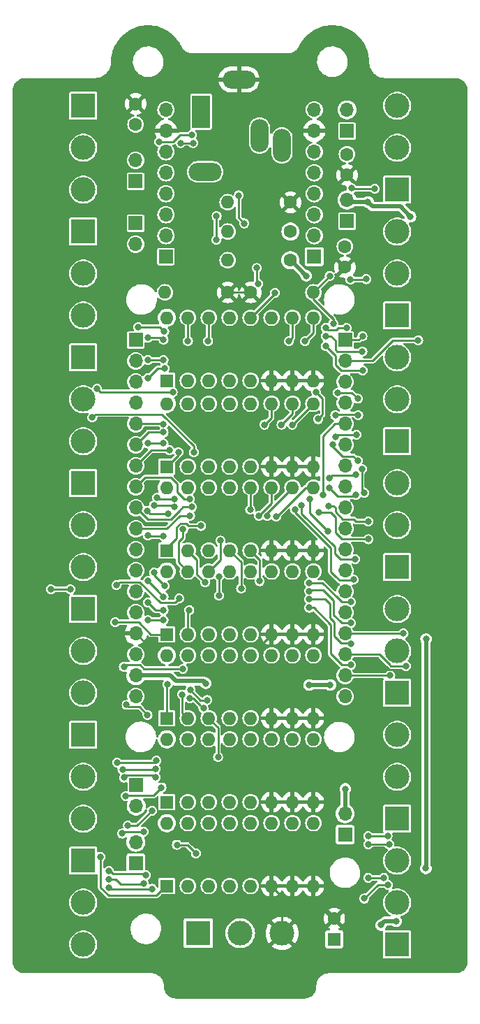
<source format=gbr>
%TF.GenerationSoftware,KiCad,Pcbnew,7.0.6*%
%TF.CreationDate,2024-08-21T19:33:41+02:00*%
%TF.ProjectId,Koracni ksilofon,4b6f7261-636e-4692-906b-73696c6f666f,rev?*%
%TF.SameCoordinates,PXca73a30PY16e2660*%
%TF.FileFunction,Copper,L2,Bot*%
%TF.FilePolarity,Positive*%
%FSLAX46Y46*%
G04 Gerber Fmt 4.6, Leading zero omitted, Abs format (unit mm)*
G04 Created by KiCad (PCBNEW 7.0.6) date 2024-08-21 19:33:41*
%MOMM*%
%LPD*%
G01*
G04 APERTURE LIST*
%TA.AperFunction,ComponentPad*%
%ADD10R,1.700000X1.700000*%
%TD*%
%TA.AperFunction,ComponentPad*%
%ADD11O,1.700000X1.700000*%
%TD*%
%TA.AperFunction,ComponentPad*%
%ADD12C,1.600000*%
%TD*%
%TA.AperFunction,ComponentPad*%
%ADD13O,1.600000X1.600000*%
%TD*%
%TA.AperFunction,ComponentPad*%
%ADD14R,3.000000X3.000000*%
%TD*%
%TA.AperFunction,ComponentPad*%
%ADD15C,3.000000*%
%TD*%
%TA.AperFunction,ComponentPad*%
%ADD16R,1.600000X1.600000*%
%TD*%
%TA.AperFunction,ComponentPad*%
%ADD17O,4.000000X2.200000*%
%TD*%
%TA.AperFunction,ComponentPad*%
%ADD18O,2.200000X4.000000*%
%TD*%
%TA.AperFunction,ComponentPad*%
%ADD19R,2.200000X4.000000*%
%TD*%
%TA.AperFunction,ViaPad*%
%ADD20C,0.800000*%
%TD*%
%TA.AperFunction,Conductor*%
%ADD21C,0.250000*%
%TD*%
%TA.AperFunction,Conductor*%
%ADD22C,0.500000*%
%TD*%
G04 APERTURE END LIST*
D10*
%TO.P,SW1,1,1*%
%TO.N,/vol_up*%
X40698000Y-24264000D03*
D11*
%TO.P,SW1,2,2*%
%TO.N,+3.3V*%
X40698000Y-21724000D03*
%TD*%
D12*
%TO.P,R5,1*%
%TO.N,GND*%
X29014000Y-32900000D03*
D13*
%TO.P,R5,2*%
%TO.N,/vol_up*%
X36634000Y-32900000D03*
%TD*%
D14*
%TO.P,J9,1,Pin_1*%
%TO.N,/MUX_4_IN_4*%
X8694000Y-25534000D03*
D15*
%TO.P,J9,2,Pin_2*%
%TO.N,/MUX_4_IN_5*%
X8694000Y-30614000D03*
%TO.P,J9,3,Pin_3*%
%TO.N,/MUX_4_IN_6*%
X8694000Y-35694000D03*
%TD*%
D10*
%TO.P,J20,1,Pin_1*%
%TO.N,/MP3_TX*%
X40469000Y-38667000D03*
D11*
%TO.P,J20,2,Pin_2*%
%TO.N,/MASTER_MUX_OUT*%
X40469000Y-41207000D03*
%TO.P,J20,3,Pin_3*%
%TO.N,/vol_up*%
X40469000Y-43747000D03*
%TO.P,J20,4,Pin_4*%
%TO.N,/vol_down*%
X40469000Y-46287000D03*
%TO.P,J20,5,Pin_5*%
%TO.N,/MUX_4_S0*%
X40469000Y-48827000D03*
%TO.P,J20,6,Pin_6*%
%TO.N,unconnected-(J20-Pin_6-Pad6)*%
X40469000Y-51367000D03*
%TO.P,J20,7,Pin_7*%
%TO.N,/MUX_4_S1*%
X40469000Y-53907000D03*
%TO.P,J20,8,Pin_8*%
%TO.N,/MUX_4_S2*%
X40469000Y-56447000D03*
%TO.P,J20,9,Pin_9*%
%TO.N,/MUX_5_S0*%
X40469000Y-58987000D03*
%TO.P,J20,10,Pin_10*%
%TO.N,/MUX_5_S1*%
X40469000Y-61527000D03*
%TO.P,J20,11,Pin_11*%
%TO.N,/MUX_5_S2*%
X40469000Y-64067000D03*
%TO.P,J20,12,Pin_12*%
%TO.N,/MUX_6_S0*%
X40469000Y-66607000D03*
%TO.P,J20,13,Pin_13*%
%TO.N,/MUX_6_S1*%
X40469000Y-69147000D03*
%TO.P,J20,14,Pin_14*%
%TO.N,/MUX_6_S2*%
X40469000Y-71687000D03*
%TO.P,J20,15,Pin_15*%
%TO.N,/MUX_MASTER_S0*%
X40469000Y-74227000D03*
%TO.P,J20,16,Pin_16*%
%TO.N,/MUX_MASTER_S1*%
X40469000Y-76767000D03*
%TO.P,J20,17,Pin_17*%
%TO.N,/MUX_MASTER_S2*%
X40469000Y-79307000D03*
%TO.P,J20,18,Pin_18*%
%TO.N,unconnected-(J20-Pin_18-Pad18)*%
X40469000Y-81847000D03*
%TD*%
D10*
%TO.P,J19,1,Pin_1*%
%TO.N,Net-(J18-Pin_2)*%
X15069000Y-38667000D03*
D11*
%TO.P,J19,2,Pin_2*%
%TO.N,Net-(J17-Pin_2)*%
X15069000Y-41207000D03*
%TO.P,J19,3,Pin_3*%
%TO.N,/MUX_1_S1*%
X15069000Y-43747000D03*
%TO.P,J19,4,Pin_4*%
%TO.N,/MUX_1_S2*%
X15069000Y-46287000D03*
%TO.P,J19,5,Pin_5*%
%TO.N,/MUX_2_S0*%
X15069000Y-48827000D03*
%TO.P,J19,6,Pin_6*%
%TO.N,/MUX_2_S1*%
X15069000Y-51367000D03*
%TO.P,J19,7,Pin_7*%
%TO.N,/MUX_2_S2*%
X15069000Y-53907000D03*
%TO.P,J19,8,Pin_8*%
%TO.N,/MUX_3_S0*%
X15069000Y-56447000D03*
%TO.P,J19,9,Pin_9*%
%TO.N,/MUX_3_S1*%
X15069000Y-58987000D03*
%TO.P,J19,10,Pin_10*%
%TO.N,/MUX_3_S2*%
X15069000Y-61527000D03*
%TO.P,J19,11,Pin_11*%
%TO.N,unconnected-(J19-Pin_11-Pad11)*%
X15069000Y-64067000D03*
%TO.P,J19,12,Pin_12*%
%TO.N,unconnected-(J19-Pin_12-Pad12)*%
X15069000Y-66607000D03*
%TO.P,J19,13,Pin_13*%
%TO.N,unconnected-(J19-Pin_13-Pad13)*%
X15069000Y-69147000D03*
%TO.P,J19,14,Pin_14*%
%TO.N,unconnected-(J19-Pin_14-Pad14)*%
X15069000Y-71687000D03*
%TO.P,J19,15,Pin_15*%
%TO.N,GND*%
X15069000Y-74227000D03*
%TO.P,J19,16,Pin_16*%
%TO.N,unconnected-(J19-Pin_16-Pad16)*%
X15069000Y-76767000D03*
%TO.P,J19,17,Pin_17*%
%TO.N,Net-(J19-Pin_17)*%
X15069000Y-79307000D03*
%TO.P,J19,18,Pin_18*%
%TO.N,Net-(J19-Pin_18)*%
X15069000Y-81847000D03*
%TD*%
D12*
%TO.P,R6,1*%
%TO.N,GND*%
X26220000Y-32900000D03*
D13*
%TO.P,R6,2*%
%TO.N,/vol_down*%
X18600000Y-32900000D03*
%TD*%
D10*
%TO.P,J16,1,Pin_1*%
%TO.N,unconnected-(J16-Pin_1-Pad1)*%
X18730000Y-28567000D03*
D11*
%TO.P,J16,2,Pin_2*%
%TO.N,unconnected-(J16-Pin_2-Pad2)*%
X18730000Y-26027000D03*
%TO.P,J16,3,Pin_3*%
%TO.N,unconnected-(J16-Pin_3-Pad3)*%
X18730000Y-23487000D03*
%TO.P,J16,4,Pin_4*%
%TO.N,unconnected-(J16-Pin_4-Pad4)*%
X18730000Y-20947000D03*
%TO.P,J16,5,Pin_5*%
%TO.N,unconnected-(J16-Pin_5-Pad5)*%
X18730000Y-18407000D03*
%TO.P,J16,6,Pin_6*%
%TO.N,unconnected-(J16-Pin_6-Pad6)*%
X18730000Y-15867000D03*
%TO.P,J16,7,Pin_7*%
%TO.N,GND*%
X18730000Y-13327000D03*
%TO.P,J16,8,Pin_8*%
%TO.N,unconnected-(J16-Pin_8-Pad8)*%
X18730000Y-10787000D03*
%TD*%
D16*
%TO.P,U4,1,X4*%
%TO.N,/MUX_4_IN_4*%
X18839000Y-74324000D03*
D13*
%TO.P,U4,2,X6*%
%TO.N,/MUX_4_IN_6*%
X21379000Y-74324000D03*
%TO.P,U4,3,X*%
%TO.N,/SLAVE_MUX_4_OUT*%
X23919000Y-74324000D03*
%TO.P,U4,4,X7*%
%TO.N,/MUX_4_IN_7*%
X26459000Y-74324000D03*
%TO.P,U4,5,X5*%
%TO.N,/MUX_4_IN_5*%
X28999000Y-74324000D03*
%TO.P,U4,6,Inh*%
%TO.N,GND*%
X31539000Y-74324000D03*
%TO.P,U4,7,VEE*%
X34079000Y-74324000D03*
%TO.P,U4,8,VSS*%
X36619000Y-74324000D03*
%TO.P,U4,9,C*%
%TO.N,/MUX_4_S2*%
X36619000Y-66704000D03*
%TO.P,U4,10,B*%
%TO.N,/MUX_4_S1*%
X34079000Y-66704000D03*
%TO.P,U4,11,A*%
%TO.N,/MUX_4_S0*%
X31539000Y-66704000D03*
%TO.P,U4,12,X3*%
%TO.N,/MUX_4_IN_3*%
X28999000Y-66704000D03*
%TO.P,U4,13,X0*%
%TO.N,unconnected-(U4-X0-Pad13)*%
X26459000Y-66704000D03*
%TO.P,U4,14,X1*%
%TO.N,/MUX_4_IN_1*%
X23919000Y-66704000D03*
%TO.P,U4,15,X2*%
%TO.N,/MUX_4_IN_2*%
X21379000Y-66704000D03*
%TO.P,U4,16,VDD*%
%TO.N,VCC*%
X18839000Y-66704000D03*
%TD*%
D16*
%TO.P,U6,1,X4*%
%TO.N,/MUX_6_IN_4*%
X18839000Y-94644000D03*
D13*
%TO.P,U6,2,X6*%
%TO.N,/MUX_6_IN_6*%
X21379000Y-94644000D03*
%TO.P,U6,3,X*%
%TO.N,/SLAVE_MUX_6_OUT*%
X23919000Y-94644000D03*
%TO.P,U6,4,X7*%
%TO.N,/MUX_6_IN_7*%
X26459000Y-94644000D03*
%TO.P,U6,5,X5*%
%TO.N,/MUX_6_IN_5*%
X28999000Y-94644000D03*
%TO.P,U6,6,Inh*%
%TO.N,GND*%
X31539000Y-94644000D03*
%TO.P,U6,7,VEE*%
X34079000Y-94644000D03*
%TO.P,U6,8,VSS*%
X36619000Y-94644000D03*
%TO.P,U6,9,C*%
%TO.N,/MUX_6_S2*%
X36619000Y-87024000D03*
%TO.P,U6,10,B*%
%TO.N,/MUX_6_S1*%
X34079000Y-87024000D03*
%TO.P,U6,11,A*%
%TO.N,/MUX_6_S0*%
X31539000Y-87024000D03*
%TO.P,U6,12,X3*%
%TO.N,/MUX_6_IN_3*%
X28999000Y-87024000D03*
%TO.P,U6,13,X0*%
%TO.N,unconnected-(U6-X0-Pad13)*%
X26459000Y-87024000D03*
%TO.P,U6,14,X1*%
%TO.N,/MUX_6_IN_1*%
X23919000Y-87024000D03*
%TO.P,U6,15,X2*%
%TO.N,/MUX_6_IN_2*%
X21379000Y-87024000D03*
%TO.P,U6,16,VDD*%
%TO.N,VCC*%
X18839000Y-87024000D03*
%TD*%
D14*
%TO.P,J4,1,Pin_1*%
%TO.N,/MUX_2_IN_5*%
X46794000Y-66173999D03*
D15*
%TO.P,J4,2,Pin_2*%
%TO.N,/MUX_2_IN_4*%
X46794000Y-61093999D03*
%TO.P,J4,3,Pin_3*%
%TO.N,/MUX_2_IN_3*%
X46794000Y-56013999D03*
%TD*%
D14*
%TO.P,J26,1,Pin_1*%
%TO.N,Net-(J26-Pin_1)*%
X22655003Y-110531453D03*
D15*
%TO.P,J26,2,Pin_2*%
%TO.N,+3.3V*%
X27735003Y-110531453D03*
%TO.P,J26,3,Pin_3*%
%TO.N,GND*%
X32815003Y-110531453D03*
%TD*%
D16*
%TO.P,U3,1,X4*%
%TO.N,/MUX_3_IN_4*%
X18839000Y-64164000D03*
D13*
%TO.P,U3,2,X6*%
%TO.N,/MUX_3_IN_6*%
X21379000Y-64164000D03*
%TO.P,U3,3,X*%
%TO.N,/SLAVE_MUX_3_OUT*%
X23919000Y-64164000D03*
%TO.P,U3,4,X7*%
%TO.N,/MUX_3_IN_7*%
X26459000Y-64164000D03*
%TO.P,U3,5,X5*%
%TO.N,/MUX_3_IN_5*%
X28999000Y-64164000D03*
%TO.P,U3,6,Inh*%
%TO.N,GND*%
X31539000Y-64164000D03*
%TO.P,U3,7,VEE*%
X34079000Y-64164000D03*
%TO.P,U3,8,VSS*%
X36619000Y-64164000D03*
%TO.P,U3,9,C*%
%TO.N,/MUX_3_S2*%
X36619000Y-56544000D03*
%TO.P,U3,10,B*%
%TO.N,/MUX_3_S1*%
X34079000Y-56544000D03*
%TO.P,U3,11,A*%
%TO.N,/MUX_3_S0*%
X31539000Y-56544000D03*
%TO.P,U3,12,X3*%
%TO.N,/MUX_3_IN_3*%
X28999000Y-56544000D03*
%TO.P,U3,13,X0*%
%TO.N,unconnected-(U3-X0-Pad13)*%
X26459000Y-56544000D03*
%TO.P,U3,14,X1*%
%TO.N,/MUX_3_IN_1*%
X23919000Y-56544000D03*
%TO.P,U3,15,X2*%
%TO.N,/MUX_3_IN_2*%
X21379000Y-56544000D03*
%TO.P,U3,16,VDD*%
%TO.N,VCC*%
X18839000Y-56544000D03*
%TD*%
D16*
%TO.P,U5,1,X4*%
%TO.N,/MUX_5_IN_4*%
X18839000Y-84484000D03*
D13*
%TO.P,U5,2,X6*%
%TO.N,/MUX_5_IN_6*%
X21379000Y-84484000D03*
%TO.P,U5,3,X*%
%TO.N,/SLAVE_MUX_5_OUT*%
X23919000Y-84484000D03*
%TO.P,U5,4,X7*%
%TO.N,/MUX_5_IN_7*%
X26459000Y-84484000D03*
%TO.P,U5,5,X5*%
%TO.N,/MUX_5_IN_5*%
X28999000Y-84484000D03*
%TO.P,U5,6,Inh*%
%TO.N,GND*%
X31539000Y-84484000D03*
%TO.P,U5,7,VEE*%
X34079000Y-84484000D03*
%TO.P,U5,8,VSS*%
X36619000Y-84484000D03*
%TO.P,U5,9,C*%
%TO.N,/MUX_5_S2*%
X36619000Y-76864000D03*
%TO.P,U5,10,B*%
%TO.N,/MUX_5_S1*%
X34079000Y-76864000D03*
%TO.P,U5,11,A*%
%TO.N,/MUX_5_S0*%
X31539000Y-76864000D03*
%TO.P,U5,12,X3*%
%TO.N,/MUX_5_IN_3*%
X28999000Y-76864000D03*
%TO.P,U5,13,X0*%
%TO.N,unconnected-(U5-X0-Pad13)*%
X26459000Y-76864000D03*
%TO.P,U5,14,X1*%
%TO.N,/MUX_5_IN_1*%
X23919000Y-76864000D03*
%TO.P,U5,15,X2*%
%TO.N,/MUX_5_IN_2*%
X21379000Y-76864000D03*
%TO.P,U5,16,VDD*%
%TO.N,VCC*%
X18839000Y-76864000D03*
%TD*%
D14*
%TO.P,J2,1,Pin_1*%
%TO.N,/MUX_3_IN_4*%
X46794000Y-96654000D03*
D15*
%TO.P,J2,2,Pin_2*%
%TO.N,/MUX_3_IN_3*%
X46794000Y-91574000D03*
%TO.P,J2,3,Pin_3*%
%TO.N,/MUX_3_IN_2*%
X46794000Y-86494000D03*
%TD*%
D12*
%TO.P,C1,1*%
%TO.N,GND*%
X40698000Y-18676000D03*
%TO.P,C1,2*%
%TO.N,/vol_down*%
X40698000Y-16176000D03*
%TD*%
D14*
%TO.P,J3,1,Pin_1*%
%TO.N,/MUX_3_IN_1*%
X46794000Y-81414000D03*
D15*
%TO.P,J3,2,Pin_2*%
%TO.N,/MUX_2_IN_7*%
X46794000Y-76334000D03*
%TO.P,J3,3,Pin_3*%
%TO.N,/MUX_2_IN_6*%
X46794000Y-71254000D03*
%TD*%
D16*
%TO.P,C4,1*%
%TO.N,VCC*%
X39150000Y-111250000D03*
D12*
%TO.P,C4,2*%
%TO.N,GND*%
X39150000Y-108750000D03*
%TD*%
D16*
%TO.P,U7,1,X4*%
%TO.N,/SLAVE_MUX_4_OUT*%
X18839000Y-104804000D03*
D13*
%TO.P,U7,2,X6*%
%TO.N,/SLAVE_MUX_6_OUT*%
X21379000Y-104804000D03*
%TO.P,U7,3,X*%
%TO.N,/MASTER_MUX_OUT*%
X23919000Y-104804000D03*
%TO.P,U7,4,X7*%
%TO.N,unconnected-(U7-X7-Pad4)*%
X26459000Y-104804000D03*
%TO.P,U7,5,X5*%
%TO.N,/SLAVE_MUX_5_OUT*%
X28999000Y-104804000D03*
%TO.P,U7,6,Inh*%
%TO.N,GND*%
X31539000Y-104804000D03*
%TO.P,U7,7,VEE*%
X34079000Y-104804000D03*
%TO.P,U7,8,VSS*%
X36619000Y-104804000D03*
%TO.P,U7,9,C*%
%TO.N,/MUX_MASTER_S2*%
X36619000Y-97184000D03*
%TO.P,U7,10,B*%
%TO.N,/MUX_MASTER_S1*%
X34079000Y-97184000D03*
%TO.P,U7,11,A*%
%TO.N,/MUX_MASTER_S0*%
X31539000Y-97184000D03*
%TO.P,U7,12,X3*%
%TO.N,/SLAVE_MUX_3_OUT*%
X28999000Y-97184000D03*
%TO.P,U7,13,X0*%
%TO.N,unconnected-(U7-X0-Pad13)*%
X26459000Y-97184000D03*
%TO.P,U7,14,X1*%
%TO.N,/SLAVE_MUX_1_OUT*%
X23919000Y-97184000D03*
%TO.P,U7,15,X2*%
%TO.N,/SLAVE_MUX_2_OUT*%
X21379000Y-97184000D03*
%TO.P,U7,16,VDD*%
%TO.N,VCC*%
X18839000Y-97184000D03*
%TD*%
D16*
%TO.P,U2,1,X4*%
%TO.N,/MUX_2_IN_4*%
X18839000Y-54004000D03*
D13*
%TO.P,U2,2,X6*%
%TO.N,/MUX_2_IN_6*%
X21379000Y-54004000D03*
%TO.P,U2,3,X*%
%TO.N,/SLAVE_MUX_2_OUT*%
X23919000Y-54004000D03*
%TO.P,U2,4,X7*%
%TO.N,/MUX_2_IN_7*%
X26459000Y-54004000D03*
%TO.P,U2,5,X5*%
%TO.N,/MUX_2_IN_5*%
X28999000Y-54004000D03*
%TO.P,U2,6,Inh*%
%TO.N,GND*%
X31539000Y-54004000D03*
%TO.P,U2,7,VEE*%
X34079000Y-54004000D03*
%TO.P,U2,8,VSS*%
X36619000Y-54004000D03*
%TO.P,U2,9,C*%
%TO.N,/MUX_2_S2*%
X36619000Y-46384000D03*
%TO.P,U2,10,B*%
%TO.N,/MUX_2_S1*%
X34079000Y-46384000D03*
%TO.P,U2,11,A*%
%TO.N,/MUX_2_S0*%
X31539000Y-46384000D03*
%TO.P,U2,12,X3*%
%TO.N,/MUX_2_IN_3*%
X28999000Y-46384000D03*
%TO.P,U2,13,X0*%
%TO.N,unconnected-(U2-X0-Pad13)*%
X26459000Y-46384000D03*
%TO.P,U2,14,X1*%
%TO.N,/MUX_2_IN_1*%
X23919000Y-46384000D03*
%TO.P,U2,15,X2*%
%TO.N,/MUX_2_IN_2*%
X21379000Y-46384000D03*
%TO.P,U2,16,VDD*%
%TO.N,VCC*%
X18839000Y-46384000D03*
%TD*%
D12*
%TO.P,C2,1*%
%TO.N,GND*%
X40444000Y-29852000D03*
%TO.P,C2,2*%
%TO.N,/vol_up*%
X40444000Y-27352000D03*
%TD*%
D14*
%TO.P,J13,1,Pin_1*%
%TO.N,/MUX_6_IN_2*%
X8694000Y-86494001D03*
D15*
%TO.P,J13,2,Pin_2*%
%TO.N,/MUX_6_IN_3*%
X8694000Y-91574001D03*
%TO.P,J13,3,Pin_3*%
%TO.N,/MUX_6_IN_4*%
X8694000Y-96654001D03*
%TD*%
D10*
%TO.P,J21,1,Pin_1*%
%TO.N,Net-(J19-Pin_18)*%
X15114000Y-92579000D03*
D11*
%TO.P,J21,2,Pin_2*%
%TO.N,VCC*%
X15114000Y-95119000D03*
%TD*%
D12*
%TO.P,R1,1*%
%TO.N,+3.3V*%
X33840000Y-25540000D03*
D13*
%TO.P,R1,2*%
%TO.N,/MP3_TX*%
X26220000Y-25540000D03*
%TD*%
D10*
%TO.P,J22,1,Pin_1*%
%TO.N,+3.3V*%
X40464000Y-98579000D03*
D11*
%TO.P,J22,2,Pin_2*%
%TO.N,Net-(J19-Pin_17)*%
X40464000Y-96039000D03*
%TD*%
D14*
%TO.P,J7,1,Pin_1*%
%TO.N,/MUX_1_IN_3*%
X46794000Y-20453999D03*
D15*
%TO.P,J7,2,Pin_2*%
%TO.N,/MUX_1_IN_2*%
X46794000Y-15373999D03*
%TO.P,J7,3,Pin_3*%
%TO.N,/MUX_1_IN_1*%
X46794000Y-10293999D03*
%TD*%
D14*
%TO.P,J14,1,Pin_1*%
%TO.N,/MUX_6_IN_5*%
X8694000Y-101734000D03*
D15*
%TO.P,J14,2,Pin_2*%
%TO.N,/MUX_6_IN_6*%
X8694000Y-106814000D03*
%TO.P,J14,3,Pin_3*%
%TO.N,/MUX_6_IN_7*%
X8694000Y-111894000D03*
%TD*%
D14*
%TO.P,J8,1,Pin_1*%
%TO.N,/MUX_4_IN_1*%
X8694000Y-10294000D03*
D15*
%TO.P,J8,2,Pin_2*%
%TO.N,/MUX_4_IN_2*%
X8694000Y-15374000D03*
%TO.P,J8,3,Pin_3*%
%TO.N,/MUX_4_IN_3*%
X8694000Y-20454000D03*
%TD*%
D10*
%TO.P,J15,1,Pin_1*%
%TO.N,VCC*%
X36730000Y-28567000D03*
D11*
%TO.P,J15,2,Pin_2*%
%TO.N,/MP3_RX*%
X36730000Y-26027000D03*
%TO.P,J15,3,Pin_3*%
%TO.N,/MP3_TX*%
X36730000Y-23487000D03*
%TO.P,J15,4,Pin_4*%
%TO.N,unconnected-(J15-Pin_4-Pad4)*%
X36730000Y-20947000D03*
%TO.P,J15,5,Pin_5*%
%TO.N,unconnected-(J15-Pin_5-Pad5)*%
X36730000Y-18407000D03*
%TO.P,J15,6,Pin_6*%
%TO.N,/SPK-*%
X36730000Y-15867000D03*
%TO.P,J15,7,Pin_7*%
%TO.N,GND*%
X36730000Y-13327000D03*
%TO.P,J15,8,Pin_8*%
%TO.N,/SPK+*%
X36730000Y-10787000D03*
%TD*%
D10*
%TO.P,J17,1,Pin_1*%
%TO.N,/MUX_1_S0*%
X15044000Y-19438000D03*
D11*
%TO.P,J17,2,Pin_2*%
%TO.N,Net-(J17-Pin_2)*%
X15044000Y-16898000D03*
%TD*%
D14*
%TO.P,J1,1,Pin_1*%
%TO.N,/MUX_3_IN_7*%
X46794000Y-111894001D03*
D15*
%TO.P,J1,2,Pin_2*%
%TO.N,/MUX_3_IN_6*%
X46794000Y-106814001D03*
%TO.P,J1,3,Pin_3*%
%TO.N,/MUX_3_IN_5*%
X46794000Y-101734001D03*
%TD*%
D14*
%TO.P,J10,1,Pin_1*%
%TO.N,/MUX_4_IN_7*%
X8694000Y-40774001D03*
D15*
%TO.P,J10,2,Pin_2*%
%TO.N,/MUX_5_IN_1*%
X8694000Y-45854001D03*
%TO.P,J10,3,Pin_3*%
%TO.N,/MUX_5_IN_2*%
X8694000Y-50934001D03*
%TD*%
D10*
%TO.P,J18,1,Pin_1*%
%TO.N,/MP3_RX*%
X15044000Y-24518000D03*
D11*
%TO.P,J18,2,Pin_2*%
%TO.N,Net-(J18-Pin_2)*%
X15044000Y-27058000D03*
%TD*%
D12*
%TO.P,R3,1*%
%TO.N,+3.3V*%
X33834000Y-29004000D03*
D13*
%TO.P,R3,2*%
%TO.N,/MASTER_MUX_OUT*%
X26214000Y-29004000D03*
%TD*%
D12*
%TO.P,R2,1*%
%TO.N,GND*%
X33840000Y-21984000D03*
D13*
%TO.P,R2,2*%
%TO.N,/MASTER_MUX_OUT*%
X26220000Y-21984000D03*
%TD*%
D16*
%TO.P,U1,1,X4*%
%TO.N,/MUX_1_IN_4*%
X18839000Y-43590000D03*
D13*
%TO.P,U1,2,X6*%
%TO.N,/MUX_1_IN_6*%
X21379000Y-43590000D03*
%TO.P,U1,3,X*%
%TO.N,/SLAVE_MUX_1_OUT*%
X23919000Y-43590000D03*
%TO.P,U1,4,X7*%
%TO.N,/MUX_1_IN_7*%
X26459000Y-43590000D03*
%TO.P,U1,5,X5*%
%TO.N,/MUX_1_IN_5*%
X28999000Y-43590000D03*
%TO.P,U1,6,Inh*%
%TO.N,GND*%
X31539000Y-43590000D03*
%TO.P,U1,7,VEE*%
X34079000Y-43590000D03*
%TO.P,U1,8,VSS*%
X36619000Y-43590000D03*
%TO.P,U1,9,C*%
%TO.N,/MUX_1_S2*%
X36619000Y-35970000D03*
%TO.P,U1,10,B*%
%TO.N,/MUX_1_S1*%
X34079000Y-35970000D03*
%TO.P,U1,11,A*%
%TO.N,/MUX_1_S0*%
X31539000Y-35970000D03*
%TO.P,U1,12,X3*%
%TO.N,/MUX_1_IN_3*%
X28999000Y-35970000D03*
%TO.P,U1,13,X0*%
%TO.N,unconnected-(U1-X0-Pad13)*%
X26459000Y-35970000D03*
%TO.P,U1,14,X1*%
%TO.N,/MUX_1_IN_1*%
X23919000Y-35970000D03*
%TO.P,U1,15,X2*%
%TO.N,/MUX_1_IN_2*%
X21379000Y-35970000D03*
%TO.P,U1,16,VDD*%
%TO.N,VCC*%
X18839000Y-35970000D03*
%TD*%
D10*
%TO.P,SW2,1,1*%
%TO.N,/vol_down*%
X40698000Y-13342000D03*
D11*
%TO.P,SW2,2,2*%
%TO.N,+3.3V*%
X40698000Y-10802000D03*
%TD*%
D14*
%TO.P,J6,1,Pin_1*%
%TO.N,/MUX_1_IN_6*%
X46794000Y-35694000D03*
D15*
%TO.P,J6,2,Pin_2*%
%TO.N,/MUX_1_IN_5*%
X46794000Y-30614000D03*
%TO.P,J6,3,Pin_3*%
%TO.N,/MUX_1_IN_4*%
X46794000Y-25534000D03*
%TD*%
D14*
%TO.P,J11,1,Pin_1*%
%TO.N,/MUX_5_IN_3*%
X8694000Y-56014000D03*
D15*
%TO.P,J11,2,Pin_2*%
%TO.N,/MUX_5_IN_4*%
X8694000Y-61094000D03*
%TO.P,J11,3,Pin_3*%
%TO.N,/MUX_5_IN_5*%
X8694000Y-66174000D03*
%TD*%
D12*
%TO.P,C3,1*%
%TO.N,GND*%
X15044000Y-10060001D03*
%TO.P,C3,2*%
%TO.N,/MASTER_MUX_OUT*%
X15044000Y-12560001D03*
%TD*%
D14*
%TO.P,J5,1,Pin_1*%
%TO.N,/MUX_2_IN_2*%
X46794000Y-50934000D03*
D15*
%TO.P,J5,2,Pin_2*%
%TO.N,/MUX_2_IN_1*%
X46794000Y-45854000D03*
%TO.P,J5,3,Pin_3*%
%TO.N,/MUX_1_IN_7*%
X46794000Y-40774000D03*
%TD*%
D10*
%TO.P,SW3,1*%
%TO.N,Net-(J26-Pin_1)*%
X15064000Y-102029000D03*
D11*
%TO.P,SW3,2*%
%TO.N,VCC*%
X15064000Y-99489000D03*
%TD*%
D17*
%TO.P,J23,G*%
%TO.N,GND*%
X27596753Y-7100114D03*
D18*
%TO.P,J23,S*%
%TO.N,/SPK-*%
X32796753Y-15100114D03*
%TO.P,J23,SN*%
%TO.N,Net-(JP1-A)*%
X30096753Y-13900114D03*
D19*
%TO.P,J23,T*%
%TO.N,/SPK+*%
X22996753Y-11000114D03*
D17*
%TO.P,J23,TN*%
%TO.N,Net-(JP2-A)*%
X23496753Y-18300114D03*
%TD*%
D14*
%TO.P,J12,1,Pin_1*%
%TO.N,/MUX_5_IN_6*%
X8694000Y-71254000D03*
D15*
%TO.P,J12,2,Pin_2*%
%TO.N,/MUX_5_IN_7*%
X8694000Y-76334000D03*
%TO.P,J12,3,Pin_3*%
%TO.N,/MUX_6_IN_1*%
X8694000Y-81414000D03*
%TD*%
D20*
%TO.N,/MUX_1_IN_1*%
X42574500Y-40050000D03*
X38119500Y-38199503D03*
X23850000Y-38808149D03*
%TO.N,/MUX_1_IN_2*%
X42600000Y-42350000D03*
X38119500Y-39400000D03*
X21400000Y-38808149D03*
%TO.N,/MUX_1_IN_3*%
X43024500Y-31300000D03*
X41125500Y-31350000D03*
X31962299Y-32937701D03*
%TO.N,/MUX_1_IN_4*%
X42000049Y-45780549D03*
X39600000Y-45050000D03*
%TO.N,/MUX_1_IN_7*%
X39273905Y-47798504D03*
X42060984Y-47769519D03*
%TO.N,/MUX_2_IN_1*%
X37200852Y-48241069D03*
X39327851Y-50372150D03*
X36950000Y-44950000D03*
X41841150Y-50141150D03*
%TO.N,/MUX_2_IN_3*%
X39013705Y-51321001D03*
X42000000Y-53266500D03*
%TO.N,/MUX_2_IN_4*%
X20250000Y-52250000D03*
%TO.N,/MUX_2_IN_5*%
X41737300Y-55012700D03*
X38569500Y-55405348D03*
%TO.N,/MUX_2_IN_7*%
X41801299Y-57448701D03*
X38569500Y-56592583D03*
%TO.N,/MUX_3_IN_1*%
X38350000Y-61800000D03*
X36187701Y-57937701D03*
%TO.N,/MUX_3_IN_2*%
X35200000Y-58662201D03*
X41700000Y-65200000D03*
%TO.N,/MUX_3_IN_3*%
X28950000Y-59224500D03*
X41500000Y-67700000D03*
X34382281Y-59236954D03*
%TO.N,/MUX_3_IN_4*%
X36119500Y-68082374D03*
X23000000Y-61190206D03*
X41172373Y-70419591D03*
%TO.N,/MUX_3_IN_5*%
X41167270Y-72956773D03*
X36119500Y-69081877D03*
X30101244Y-67881833D03*
%TO.N,/MUX_3_IN_6*%
X36119500Y-70081380D03*
X41197438Y-75480170D03*
X23488500Y-68035162D03*
%TO.N,/MUX_3_IN_7*%
X27850000Y-68774500D03*
X36119500Y-71100000D03*
X41167211Y-78037259D03*
%TO.N,/MUX_4_IN_1*%
X16539500Y-51200000D03*
X18438500Y-51200000D03*
X25344295Y-62973706D03*
%TO.N,/MUX_4_IN_2*%
X17650000Y-57750000D03*
X20811195Y-61588805D03*
X19788500Y-57911127D03*
%TO.N,/MUX_4_IN_3*%
X17261320Y-58738884D03*
X19732726Y-58909072D03*
%TO.N,/MUX_4_IN_4*%
X12589500Y-72854000D03*
X4775500Y-68850000D03*
X7124500Y-68850000D03*
%TO.N,/MUX_4_IN_5*%
X16471972Y-59351315D03*
X18992898Y-59692898D03*
%TO.N,/MUX_4_IN_6*%
X16539990Y-62355390D03*
X21564000Y-71379500D03*
X18438500Y-62404000D03*
%TO.N,/MUX_4_IN_7*%
X17283692Y-66812465D03*
X18564000Y-68454000D03*
%TO.N,/MUX_5_IN_1*%
X16559192Y-67861626D03*
X18438500Y-69754000D03*
%TO.N,/MUX_5_IN_2*%
X18438500Y-71404000D03*
X16539500Y-70471898D03*
%TO.N,/MUX_5_IN_3*%
X18438500Y-72604000D03*
X16539500Y-72604000D03*
%TO.N,/MUX_5_IN_4*%
X18944497Y-80379500D03*
%TO.N,/MUX_5_IN_5*%
X21688636Y-81056434D03*
X23713500Y-82284083D03*
%TO.N,/MUX_5_IN_6*%
X20722068Y-81604500D03*
%TO.N,/MUX_5_IN_7*%
X21642602Y-82054500D03*
X23272560Y-83238236D03*
%TO.N,/MUX_6_IN_1*%
X13954840Y-82865243D03*
X16496398Y-84083500D03*
%TO.N,/MUX_6_IN_2*%
X17577898Y-89627898D03*
X12800000Y-89850000D03*
%TO.N,/MUX_6_IN_3*%
X13449357Y-90696864D03*
X17463500Y-90620528D03*
%TO.N,/MUX_6_IN_4*%
X13650000Y-91675000D03*
X17463500Y-91635751D03*
%TO.N,/MUX_6_IN_5*%
X18188000Y-92865201D03*
X13850000Y-93900000D03*
%TO.N,/MUX_6_IN_6*%
X17018898Y-95681102D03*
X14114500Y-97489500D03*
%TO.N,/MUX_6_IN_7*%
X13400000Y-98450000D03*
X16013500Y-98214000D03*
%TO.N,/MP3_RX*%
X27564000Y-21154000D03*
X17914000Y-14654000D03*
X28247299Y-24537299D03*
X21896253Y-13811551D03*
%TO.N,/MP3_TX*%
X41248951Y-20275756D03*
X42575750Y-38225750D03*
X44064000Y-20354000D03*
%TO.N,GND*%
X23600000Y-31075000D03*
X20800000Y-24250000D03*
%TO.N,/MUX_1_S0*%
X18518149Y-37633649D03*
X15364000Y-37104000D03*
%TO.N,/MUX_1_S1*%
X16539500Y-41100000D03*
X33650000Y-38824500D03*
X18438500Y-41100000D03*
%TO.N,/MUX_1_S2*%
X16539989Y-43300609D03*
X18555010Y-42092689D03*
X35606466Y-38824500D03*
%TO.N,/MUX_2_S0*%
X18438500Y-48850000D03*
X30700000Y-48924500D03*
%TO.N,/MUX_2_S1*%
X18438500Y-49849503D03*
X32750000Y-48924500D03*
%TO.N,/MUX_2_S2*%
X34050000Y-48924500D03*
X19163000Y-52025500D03*
%TO.N,/MUX_3_S0*%
X21628231Y-57921132D03*
X30000000Y-59949000D03*
%TO.N,/MUX_3_S1*%
X31012051Y-59961548D03*
X21883652Y-58908250D03*
%TO.N,/MUX_3_S2*%
X32100000Y-60050000D03*
X21650000Y-59950000D03*
%TO.N,+3.3V*%
X48400000Y-23724500D03*
X46683010Y-109066990D03*
X35749898Y-30889898D03*
X43247500Y-21954000D03*
X44816990Y-109533010D03*
X50276208Y-102676208D03*
X50300000Y-74900000D03*
%TO.N,Net-(J19-Pin_17)*%
X40500000Y-93039500D03*
X23549362Y-80255934D03*
X38674500Y-80450000D03*
X36125500Y-80450000D03*
%TO.N,/MASTER_MUX_OUT*%
X45677299Y-104672701D03*
X29769520Y-29954500D03*
X42800858Y-106323500D03*
X24854622Y-26544622D03*
X49343500Y-38700000D03*
X29942531Y-31853500D03*
X24876181Y-23666181D03*
X20497253Y-14804000D03*
X22014000Y-14804000D03*
%TO.N,/MUX_4_S0*%
X37750000Y-57400000D03*
%TO.N,/MUX_4_S1*%
X38474500Y-58800000D03*
X42500000Y-54288200D03*
X42800000Y-57171500D03*
X43274500Y-60650000D03*
%TO.N,/MUX_4_S2*%
X43274500Y-62800000D03*
X37312299Y-59562299D03*
%TO.N,/MUX_MASTER_S0*%
X43275500Y-103800000D03*
X47562299Y-74212299D03*
X45174500Y-103800000D03*
%TO.N,/MUX_MASTER_S1*%
X43275500Y-99749503D03*
X47850000Y-78150000D03*
X45818259Y-99733662D03*
%TO.N,/MUX_MASTER_S2*%
X45624500Y-98753502D03*
X45950000Y-79314498D03*
X43275500Y-98750000D03*
%TO.N,/SLAVE_MUX_1_OUT*%
X19550000Y-44989502D03*
X17050000Y-105150000D03*
X11814500Y-104990450D03*
X10373127Y-44593667D03*
%TO.N,/SLAVE_MUX_2_OUT*%
X16013500Y-104475500D03*
X22103500Y-52262299D03*
X9794500Y-48042300D03*
X11814911Y-103975072D03*
%TO.N,/SLAVE_MUX_3_OUT*%
X20338000Y-69971305D03*
X12719500Y-68373546D03*
X11814460Y-102975570D03*
X22352246Y-100834055D03*
X25150000Y-69624500D03*
X20057155Y-99807155D03*
X25172815Y-67325735D03*
X16305056Y-103519467D03*
%TO.N,/SLAVE_MUX_4_OUT*%
X10793502Y-101262039D03*
X20788500Y-78500000D03*
X13622450Y-78279048D03*
%TO.N,/SLAVE_MUX_5_OUT*%
X25050000Y-89174500D03*
%TO.N,/vol_up*%
X38600000Y-30900000D03*
X39030812Y-36700000D03*
%TO.N,/vol_down*%
X16539500Y-38400000D03*
X38119500Y-37200000D03*
X40650000Y-37217498D03*
X18438500Y-38629919D03*
%TD*%
D21*
%TO.N,/MUX_1_IN_1*%
X23850000Y-38808149D02*
X23919000Y-38739149D01*
X39294000Y-38744000D02*
X39294000Y-39842000D01*
X39294000Y-39842000D02*
X39484000Y-40032000D01*
X42556500Y-40032000D02*
X39850000Y-40032000D01*
X42574500Y-40050000D02*
X42556500Y-40032000D01*
X38119500Y-38199503D02*
X38749503Y-38199503D01*
X23919000Y-38739149D02*
X23919000Y-35970000D01*
X39484000Y-40032000D02*
X39850000Y-40032000D01*
X38749503Y-38199503D02*
X39294000Y-38744000D01*
%TO.N,/MUX_1_IN_2*%
X42600000Y-42350000D02*
X42568000Y-42382000D01*
X21379000Y-35970000D02*
X21379000Y-38787149D01*
X39275000Y-40555500D02*
X39275000Y-41675000D01*
X42568000Y-42382000D02*
X39982000Y-42382000D01*
X21379000Y-38787149D02*
X21400000Y-38808149D01*
X38119500Y-39400000D02*
X39275000Y-40555500D01*
X39982000Y-42382000D02*
X39275000Y-41675000D01*
%TO.N,/MUX_1_IN_3*%
X28999000Y-35970000D02*
X31962299Y-33006701D01*
X31962299Y-33006701D02*
X31962299Y-32937701D01*
X42974500Y-31350000D02*
X43024500Y-31300000D01*
X41125500Y-31350000D02*
X42974500Y-31350000D01*
%TO.N,/MUX_1_IN_4*%
X42000049Y-45780549D02*
X41269500Y-45050000D01*
X41269500Y-45050000D02*
X39600000Y-45050000D01*
%TO.N,/MUX_1_IN_7*%
X42060984Y-47769519D02*
X41943465Y-47652000D01*
X39420409Y-47652000D02*
X39273905Y-47798504D01*
X41943465Y-47652000D02*
X39420409Y-47652000D01*
%TO.N,/MUX_2_IN_1*%
X37744000Y-47697921D02*
X37744000Y-45744000D01*
X39558851Y-50141150D02*
X39327851Y-50372150D01*
X37200852Y-48241069D02*
X37744000Y-47697921D01*
X37744000Y-45744000D02*
X36950000Y-44950000D01*
X41841150Y-50141150D02*
X39558851Y-50141150D01*
%TO.N,/MUX_2_IN_3*%
X40168789Y-52732000D02*
X39013705Y-51576916D01*
X42000000Y-53266500D02*
X41465500Y-52732000D01*
X39013705Y-51576916D02*
X39013705Y-51321001D01*
X41465500Y-52732000D02*
X40168789Y-52732000D01*
%TO.N,/MUX_2_IN_4*%
X20250000Y-52250000D02*
X20250000Y-52593000D01*
X20250000Y-52593000D02*
X18839000Y-54004000D01*
%TO.N,/MUX_2_IN_5*%
X41668000Y-55082000D02*
X39600000Y-55082000D01*
X38892848Y-55082000D02*
X38569500Y-55405348D01*
X39600000Y-55082000D02*
X38892848Y-55082000D01*
X41737300Y-55012700D02*
X41668000Y-55082000D01*
%TO.N,/MUX_2_IN_7*%
X41801299Y-57448701D02*
X41628000Y-57622000D01*
X39598917Y-57622000D02*
X38569500Y-56592583D01*
X41628000Y-57622000D02*
X39598917Y-57622000D01*
%TO.N,/MUX_3_IN_1*%
X36187701Y-59637701D02*
X36187701Y-57937701D01*
X38350000Y-61800000D02*
X36187701Y-59637701D01*
%TO.N,/MUX_3_IN_2*%
X35200000Y-59675305D02*
X35200000Y-58662201D01*
X40300000Y-65242000D02*
X41658000Y-65242000D01*
X41658000Y-65242000D02*
X41700000Y-65200000D01*
X39200000Y-63675305D02*
X35200000Y-59675305D01*
X39942000Y-65242000D02*
X39200000Y-64500000D01*
X39200000Y-64500000D02*
X39200000Y-63675305D01*
X40300000Y-65242000D02*
X39942000Y-65242000D01*
%TO.N,/MUX_3_IN_3*%
X39350000Y-67350000D02*
X39782000Y-67782000D01*
X34382281Y-59532281D02*
X36400000Y-61550000D01*
X34382281Y-59236954D02*
X34382281Y-59532281D01*
X41418000Y-67782000D02*
X41500000Y-67700000D01*
X28999000Y-59175500D02*
X28950000Y-59224500D01*
X36400000Y-61550000D02*
X38750000Y-63900000D01*
X38750000Y-64450000D02*
X38750000Y-66750000D01*
X39782000Y-67782000D02*
X41418000Y-67782000D01*
X38750000Y-66750000D02*
X39350000Y-67350000D01*
X28999000Y-56544000D02*
X28999000Y-59175500D01*
X38750000Y-63900000D02*
X38750000Y-64450000D01*
%TO.N,/MUX_3_IN_4*%
X18839000Y-64164000D02*
X18839000Y-63861000D01*
X39530150Y-69869850D02*
X40079890Y-70419591D01*
X36119500Y-68082374D02*
X37742674Y-68082374D01*
X19163500Y-63839500D02*
X18839000Y-64164000D01*
X18839000Y-63861000D02*
X20050000Y-62650000D01*
X21163805Y-60863805D02*
X21490206Y-61190206D01*
X20510890Y-60863805D02*
X21163805Y-60863805D01*
X20050000Y-62650000D02*
X20050000Y-61324695D01*
X37742674Y-68082374D02*
X39530150Y-69869850D01*
X40079890Y-70419591D02*
X41172373Y-70419591D01*
X20050000Y-61324695D02*
X20510890Y-60863805D01*
X21490206Y-61190206D02*
X23000000Y-61190206D01*
%TO.N,/MUX_3_IN_5*%
X39100000Y-71979701D02*
X39910150Y-72789851D01*
X30124000Y-67859077D02*
X30101244Y-67881833D01*
X36267266Y-68934111D02*
X36119500Y-69081877D01*
X39910150Y-72789851D02*
X40077072Y-72956773D01*
X39100000Y-70250000D02*
X39100000Y-71979701D01*
X39100000Y-70250000D02*
X37784111Y-68934111D01*
X30124000Y-65289000D02*
X30124000Y-67859077D01*
X28999000Y-64164000D02*
X30124000Y-65289000D01*
X37784111Y-68934111D02*
X36267266Y-68934111D01*
X40077072Y-72956773D02*
X41167270Y-72956773D01*
%TO.N,/MUX_3_IN_6*%
X39150000Y-72800000D02*
X39150000Y-74569701D01*
X40950000Y-75402000D02*
X41152000Y-75402000D01*
X21379000Y-64164000D02*
X22504000Y-65289000D01*
X38650000Y-72300000D02*
X39150000Y-72800000D01*
X22504000Y-65289000D02*
X22504000Y-67065500D01*
X40950000Y-75402000D02*
X41119268Y-75402000D01*
X39150000Y-74569701D02*
X39982299Y-75402000D01*
X23488500Y-68050000D02*
X23488500Y-68035162D01*
X38650000Y-70650000D02*
X38650000Y-72300000D01*
X38650000Y-70650000D02*
X38081380Y-70081380D01*
X22504000Y-67065500D02*
X23488500Y-68050000D01*
X39982299Y-75402000D02*
X40950000Y-75402000D01*
X38081380Y-70081380D02*
X36119500Y-70081380D01*
X41119268Y-75402000D02*
X41197438Y-75480170D01*
%TO.N,/MUX_3_IN_7*%
X38700000Y-76659701D02*
X40077558Y-78037259D01*
X40077558Y-78037259D02*
X41167211Y-78037259D01*
X27850000Y-65555000D02*
X27850000Y-68774500D01*
X26459000Y-64164000D02*
X27850000Y-65555000D01*
X38700000Y-73150000D02*
X38700000Y-76659701D01*
X36119500Y-71100000D02*
X36650000Y-71100000D01*
X36650000Y-71100000D02*
X38700000Y-73150000D01*
%TO.N,/MUX_4_IN_1*%
X25334000Y-62984001D02*
X25344295Y-62973706D01*
X23919000Y-66704000D02*
X25334000Y-65289000D01*
X25334000Y-65289000D02*
X25334000Y-62984001D01*
X16539500Y-51200000D02*
X18438500Y-51200000D01*
%TO.N,/MUX_4_IN_2*%
X17811127Y-57911127D02*
X19788500Y-57911127D01*
X20811195Y-61588805D02*
X20811195Y-62569604D01*
X21379000Y-66704000D02*
X20254000Y-65579000D01*
X20811195Y-62569604D02*
X20254000Y-63126799D01*
X17650000Y-57750000D02*
X17811127Y-57911127D01*
X20254000Y-65579000D02*
X20254000Y-63126799D01*
%TO.N,/MUX_4_IN_3*%
X17261320Y-58738884D02*
X19562538Y-58738884D01*
X19562538Y-58738884D02*
X19732726Y-58909072D01*
%TO.N,/MUX_4_IN_4*%
X18839000Y-74324000D02*
X16884000Y-74324000D01*
X16884000Y-74324000D02*
X15422000Y-72862000D01*
X7124500Y-68850000D02*
X4775500Y-68850000D01*
X15422000Y-72862000D02*
X12597500Y-72862000D01*
X12597500Y-72862000D02*
X12589500Y-72854000D01*
%TO.N,/MUX_4_IN_5*%
X18992898Y-59692898D02*
X16813555Y-59692898D01*
X16813555Y-59692898D02*
X16471972Y-59351315D01*
%TO.N,/MUX_4_IN_6*%
X21379000Y-74324000D02*
X21379000Y-71564500D01*
X18438500Y-62404000D02*
X16588600Y-62404000D01*
X16588600Y-62404000D02*
X16539990Y-62355390D01*
X21379000Y-71564500D02*
X21564000Y-71379500D01*
%TO.N,/MUX_4_IN_7*%
X17283692Y-67173692D02*
X17283692Y-66812465D01*
X18564000Y-68454000D02*
X17283692Y-67173692D01*
%TO.N,/MUX_5_IN_1*%
X17601566Y-68904000D02*
X16559192Y-67861626D01*
X18438500Y-69754000D02*
X17601566Y-68904000D01*
%TO.N,/MUX_5_IN_2*%
X17471602Y-71404000D02*
X16539500Y-70471898D01*
X18438500Y-71404000D02*
X17471602Y-71404000D01*
%TO.N,/MUX_5_IN_3*%
X18438500Y-72604000D02*
X16539500Y-72604000D01*
%TO.N,/MUX_5_IN_4*%
X18839000Y-80484997D02*
X18944497Y-80379500D01*
X18839000Y-84484000D02*
X18839000Y-80484997D01*
%TO.N,/MUX_5_IN_5*%
X23713500Y-82284083D02*
X22916285Y-82284083D01*
X22916285Y-82284083D02*
X21688636Y-81056434D01*
%TO.N,/MUX_5_IN_6*%
X20722068Y-81604500D02*
X20722068Y-83827068D01*
X20722068Y-83827068D02*
X21379000Y-84484000D01*
%TO.N,/MUX_5_IN_7*%
X22014500Y-82054500D02*
X22914000Y-82954000D01*
X21642602Y-82054500D02*
X22014500Y-82054500D01*
%TO.N,/MUX_6_IN_1*%
X14175000Y-83085403D02*
X15498301Y-83085403D01*
X15498301Y-83085403D02*
X16496398Y-84083500D01*
X13954840Y-82865243D02*
X14175000Y-83085403D01*
%TO.N,/MUX_6_IN_2*%
X17355796Y-89850000D02*
X17577898Y-89627898D01*
X12800000Y-89850000D02*
X17355796Y-89850000D01*
%TO.N,/MUX_6_IN_3*%
X13449357Y-90696864D02*
X17387164Y-90696864D01*
X17387164Y-90696864D02*
X17463500Y-90620528D01*
%TO.N,/MUX_6_IN_4*%
X13650000Y-91675000D02*
X13920000Y-91405000D01*
X17231749Y-91404000D02*
X17463500Y-91635751D01*
X17232749Y-91405000D02*
X17463500Y-91635751D01*
X13920000Y-91405000D02*
X17232749Y-91405000D01*
%TO.N,/MUX_6_IN_5*%
X15600000Y-93844000D02*
X17209201Y-93844000D01*
X13850000Y-93900000D02*
X13906000Y-93844000D01*
X17209201Y-93844000D02*
X18188000Y-92865201D01*
X13906000Y-93844000D02*
X15600000Y-93844000D01*
%TO.N,/MUX_6_IN_6*%
X17018898Y-95681102D02*
X15210500Y-97489500D01*
X15210500Y-97489500D02*
X14114500Y-97489500D01*
%TO.N,/MUX_6_IN_7*%
X13400000Y-98450000D02*
X13636000Y-98214000D01*
X13636000Y-98214000D02*
X16013500Y-98214000D01*
%TO.N,/MP3_RX*%
X19621948Y-14654000D02*
X20464397Y-13811551D01*
X27564000Y-21154000D02*
X27564000Y-23854000D01*
X17914000Y-14654000D02*
X19621948Y-14654000D01*
X27564000Y-23854000D02*
X28247299Y-24537299D01*
X20464397Y-13811551D02*
X21896253Y-13811551D01*
%TO.N,/MP3_TX*%
X44064000Y-20354000D02*
X41327195Y-20354000D01*
X42134500Y-38667000D02*
X42575750Y-38225750D01*
X40469000Y-38667000D02*
X42134500Y-38667000D01*
X41327195Y-20354000D02*
X41248951Y-20275756D01*
%TO.N,GND*%
X36619000Y-54004000D02*
X31539000Y-54004000D01*
X30414000Y-75449000D02*
X16291000Y-75449000D01*
X31539000Y-104804000D02*
X36619000Y-104804000D01*
X16291000Y-75449000D02*
X15069000Y-74227000D01*
X29014000Y-32900000D02*
X26220000Y-32900000D01*
X36619000Y-43590000D02*
X31539000Y-43590000D01*
X32815003Y-106080003D02*
X31539000Y-104804000D01*
X36619000Y-84484000D02*
X31539000Y-84484000D01*
X31539000Y-74324000D02*
X30414000Y-75449000D01*
X36619000Y-94644000D02*
X31539000Y-94644000D01*
X32815003Y-110531453D02*
X32815003Y-106080003D01*
X36619000Y-64164000D02*
X31539000Y-64164000D01*
X36619000Y-74324000D02*
X31539000Y-74324000D01*
%TO.N,/MUX_1_S0*%
X18518149Y-37633649D02*
X17988500Y-37104000D01*
X17988500Y-37104000D02*
X15364000Y-37104000D01*
%TO.N,/MUX_1_S1*%
X34079000Y-38395500D02*
X33650000Y-38824500D01*
X34079000Y-35970000D02*
X34079000Y-38395500D01*
X18438500Y-41100000D02*
X16539500Y-41100000D01*
%TO.N,/MUX_1_S2*%
X36619000Y-35970000D02*
X36619000Y-37811966D01*
X17747909Y-42092689D02*
X16539989Y-43300609D01*
X36619000Y-37811966D02*
X35606466Y-38824500D01*
X18555010Y-42092689D02*
X17747909Y-42092689D01*
%TO.N,/MUX_2_S0*%
X31539000Y-48085500D02*
X30700000Y-48924500D01*
X31539000Y-46384000D02*
X31539000Y-48085500D01*
X18438500Y-48850000D02*
X18415500Y-48827000D01*
X18415500Y-48827000D02*
X15069000Y-48827000D01*
%TO.N,/MUX_2_S1*%
X16586497Y-49849503D02*
X15069000Y-51367000D01*
X18438500Y-49849503D02*
X16586497Y-49849503D01*
X34079000Y-47595500D02*
X32750000Y-48924500D01*
X34079000Y-46384000D02*
X34079000Y-47595500D01*
%TO.N,/MUX_2_S2*%
X34078500Y-48924500D02*
X34050000Y-48924500D01*
X36619000Y-46384000D02*
X34078500Y-48924500D01*
X19163000Y-52025500D02*
X16950500Y-52025500D01*
X16950500Y-52025500D02*
X15069000Y-53907000D01*
%TO.N,/MUX_3_S0*%
X20933720Y-57921132D02*
X20064000Y-57051412D01*
X16197000Y-55319000D02*
X15069000Y-56447000D01*
X19346412Y-55319000D02*
X16197000Y-55319000D01*
X20064000Y-57051412D02*
X20064000Y-56036588D01*
X31539000Y-56544000D02*
X31539000Y-58410000D01*
X21628231Y-57921132D02*
X20933720Y-57921132D01*
X20064000Y-56036588D02*
X19346412Y-55319000D01*
X31539000Y-58410000D02*
X30000000Y-59949000D01*
%TO.N,/MUX_3_S1*%
X21883652Y-58908250D02*
X20758853Y-58908250D01*
X31012051Y-59610949D02*
X31012051Y-59961548D01*
X16499898Y-60417898D02*
X15069000Y-58987000D01*
X19293203Y-60417898D02*
X16499898Y-60417898D01*
X34079000Y-56544000D02*
X31012051Y-59610949D01*
X20308551Y-59358552D02*
X20308551Y-59402550D01*
X20308551Y-59402550D02*
X19293203Y-60417898D01*
X20758853Y-58908250D02*
X20308551Y-59358552D01*
%TO.N,/MUX_3_S2*%
X21650000Y-59950000D02*
X20397497Y-59950000D01*
X36619000Y-56544000D02*
X35669991Y-56544000D01*
X35669991Y-56544000D02*
X32163991Y-60050000D01*
X32163991Y-60050000D02*
X32100000Y-60050000D01*
X20397497Y-59950000D02*
X18820497Y-61527000D01*
X18820497Y-61527000D02*
X15069000Y-61527000D01*
D22*
%TO.N,+3.3V*%
X43247500Y-21954000D02*
X40928000Y-21954000D01*
X43797499Y-22503999D02*
X47179499Y-22503999D01*
X33834000Y-29004000D02*
X33864000Y-29004000D01*
X33864000Y-29004000D02*
X35749898Y-30889898D01*
X46683010Y-109066990D02*
X45283010Y-109066990D01*
X45283010Y-109066990D02*
X44816990Y-109533010D01*
X43247500Y-21954000D02*
X43797499Y-22503999D01*
X40928000Y-21954000D02*
X40698000Y-21724000D01*
X50300000Y-102652416D02*
X50276208Y-102676208D01*
X47179499Y-22503999D02*
X48400000Y-23724500D01*
X50300000Y-74900000D02*
X50300000Y-102652416D01*
%TO.N,Net-(J19-Pin_17)*%
X19215500Y-79307000D02*
X15069000Y-79307000D01*
X40464000Y-96039000D02*
X40464000Y-93075500D01*
X40464000Y-93075500D02*
X40500000Y-93039500D01*
X38674500Y-80450000D02*
X36125500Y-80450000D01*
X23279425Y-79985997D02*
X19894497Y-79985997D01*
X19894497Y-79985997D02*
X19215500Y-79307000D01*
X23549362Y-80255934D02*
X23279425Y-79985997D01*
D21*
%TO.N,/MASTER_MUX_OUT*%
X29769520Y-31680489D02*
X29942531Y-31853500D01*
X46287060Y-38700000D02*
X49343500Y-38700000D01*
X45677299Y-104672701D02*
X44451657Y-104672701D01*
X44451657Y-104672701D02*
X42800858Y-106323500D01*
X40469000Y-41207000D02*
X43780060Y-41207000D01*
X22014000Y-14804000D02*
X20497253Y-14804000D01*
X29769520Y-29954500D02*
X29769520Y-31680489D01*
X43780060Y-41207000D02*
X46287060Y-38700000D01*
X24854622Y-23687740D02*
X24876181Y-23666181D01*
X24854622Y-26544622D02*
X24854622Y-23687740D01*
%TO.N,/MUX_4_S0*%
X39266919Y-48827000D02*
X37750000Y-50343919D01*
X40469000Y-48827000D02*
X39266919Y-48827000D01*
X37750000Y-50343919D02*
X37750000Y-57400000D01*
%TO.N,/MUX_4_S1*%
X42500000Y-56871500D02*
X42800000Y-57171500D01*
X42500000Y-54288200D02*
X42500000Y-56871500D01*
X39100000Y-58800000D02*
X39294000Y-58994000D01*
X40172299Y-60352000D02*
X41502000Y-60352000D01*
X39294000Y-59473701D02*
X40172299Y-60352000D01*
X38474500Y-58800000D02*
X39100000Y-58800000D01*
X41800000Y-60650000D02*
X43274500Y-60650000D01*
X41502000Y-60352000D02*
X41800000Y-60650000D01*
X39294000Y-58994000D02*
X39294000Y-59473701D01*
%TO.N,/MUX_4_S2*%
X39294000Y-60110097D02*
X39294000Y-60900000D01*
X43274500Y-62800000D02*
X40950000Y-62800000D01*
X37312299Y-59562299D02*
X38746202Y-59562299D01*
X39294000Y-60900000D02*
X39294000Y-62013701D01*
X40080299Y-62800000D02*
X39294000Y-62013701D01*
X38746202Y-59562299D02*
X39294000Y-60110097D01*
X40950000Y-62800000D02*
X40080299Y-62800000D01*
X40950000Y-62800000D02*
X40150000Y-62800000D01*
%TO.N,/MUX_MASTER_S0*%
X40469000Y-74227000D02*
X47547598Y-74227000D01*
X45174500Y-103800000D02*
X43275500Y-103800000D01*
X47547598Y-74227000D02*
X47562299Y-74212299D01*
%TO.N,/MUX_MASTER_S1*%
X45818259Y-99733662D02*
X43291341Y-99733662D01*
X45814530Y-77935470D02*
X46038060Y-78159000D01*
X47851866Y-78159000D02*
X47851866Y-78151866D01*
X43810500Y-76767000D02*
X44646060Y-76767000D01*
X46038060Y-78159000D02*
X47851866Y-78159000D01*
X43291341Y-99733662D02*
X43275500Y-99749503D01*
X44646060Y-76767000D02*
X45814530Y-77935470D01*
X47851866Y-78151866D02*
X47850000Y-78150000D01*
X40469000Y-76767000D02*
X43810500Y-76767000D01*
%TO.N,/MUX_MASTER_S2*%
X45100000Y-79307000D02*
X45436500Y-79307000D01*
X45624500Y-98753502D02*
X43279002Y-98753502D01*
X45100000Y-79307000D02*
X45942502Y-79307000D01*
X45942502Y-79307000D02*
X45950000Y-79314498D01*
X40469000Y-79307000D02*
X45100000Y-79307000D01*
X43279002Y-98753502D02*
X43275500Y-98750000D01*
%TO.N,/SLAVE_MUX_1_OUT*%
X10768962Y-44989502D02*
X10373127Y-44593667D01*
X17000000Y-105200000D02*
X17050000Y-105150000D01*
X12024050Y-105200000D02*
X17000000Y-105200000D01*
X19550000Y-44989502D02*
X10768962Y-44989502D01*
X11814500Y-104990450D02*
X12024050Y-105200000D01*
%TO.N,/SLAVE_MUX_2_OUT*%
X10184800Y-47652000D02*
X9794500Y-48042300D01*
X18265805Y-47652000D02*
X10184800Y-47652000D01*
X12625072Y-103975072D02*
X13125000Y-104475000D01*
X22103500Y-51489695D02*
X18265805Y-47652000D01*
X15000000Y-104550000D02*
X15950000Y-104550000D01*
X13200000Y-104550000D02*
X15000000Y-104550000D01*
X12750000Y-104100000D02*
X13125000Y-104475000D01*
X15000000Y-104550000D02*
X15939000Y-104550000D01*
X13125000Y-104475000D02*
X13200000Y-104550000D01*
X12550000Y-104100000D02*
X12750000Y-104100000D01*
X15939000Y-104550000D02*
X16013500Y-104475500D01*
X22103500Y-52262299D02*
X22103500Y-51489695D01*
X11814911Y-103975072D02*
X12625072Y-103975072D01*
%TO.N,/SLAVE_MUX_3_OUT*%
X25172815Y-69601685D02*
X25150000Y-69624500D01*
X11982379Y-102975570D02*
X12310809Y-103304000D01*
X19830305Y-70479000D02*
X18062701Y-70479000D01*
X25172815Y-67325735D02*
X25172815Y-69601685D01*
X15555701Y-67972000D02*
X13121046Y-67972000D01*
X11814460Y-102975570D02*
X11982379Y-102975570D01*
X20057155Y-99807155D02*
X21325346Y-99807155D01*
X20338000Y-69971305D02*
X19830305Y-70479000D01*
X16089589Y-103304000D02*
X16305056Y-103519467D01*
X12310809Y-103304000D02*
X16089589Y-103304000D01*
X13121046Y-67972000D02*
X12719500Y-68373546D01*
X18062701Y-70479000D02*
X15555701Y-67972000D01*
X21325346Y-99807155D02*
X22352246Y-100834055D01*
%TO.N,/SLAVE_MUX_4_OUT*%
X20788500Y-78500000D02*
X16065123Y-78500000D01*
X15597123Y-78032000D02*
X13869498Y-78032000D01*
X11758252Y-105958252D02*
X14250000Y-105958252D01*
X14250000Y-105958252D02*
X17541748Y-105958252D01*
X10793502Y-101262039D02*
X10793502Y-103200000D01*
X18696000Y-104804000D02*
X18839000Y-104804000D01*
X10793502Y-103200000D02*
X10793502Y-104993502D01*
X16065123Y-78500000D02*
X15597123Y-78032000D01*
X13869498Y-78032000D02*
X13622450Y-78279048D01*
X17541748Y-105958252D02*
X18696000Y-104804000D01*
X10793502Y-104993502D02*
X11758252Y-105958252D01*
%TO.N,/SLAVE_MUX_5_OUT*%
X23919000Y-84484000D02*
X25050000Y-85615000D01*
X25050000Y-85615000D02*
X25050000Y-89174500D01*
%TO.N,/vol_up*%
X38981881Y-36070879D02*
X38455501Y-35544499D01*
X36634000Y-32900000D02*
X38600000Y-30934000D01*
X38705501Y-35794499D02*
X38897348Y-35986345D01*
X38455501Y-35544499D02*
X38705501Y-35794499D01*
X38600000Y-30934000D02*
X38600000Y-30900000D01*
X39030812Y-36700000D02*
X39030812Y-36119810D01*
X39030812Y-36119810D02*
X38705501Y-35794499D01*
X36634000Y-33722997D02*
X38455501Y-35544499D01*
X36634000Y-32900000D02*
X36634000Y-33722997D01*
%TO.N,/vol_down*%
X16539500Y-38400000D02*
X18208581Y-38400000D01*
X18208581Y-38400000D02*
X18438500Y-38629919D01*
X38344500Y-37425000D02*
X39425000Y-37425000D01*
X38119500Y-37200000D02*
X38344500Y-37425000D01*
X39425000Y-37425000D02*
X39632502Y-37217498D01*
X39632502Y-37217498D02*
X40650000Y-37217498D01*
%TD*%
%TA.AperFunction,Conductor*%
%TO.N,GND*%
G36*
X33751359Y-104565955D02*
G01*
X33693835Y-104678852D01*
X33674014Y-104804000D01*
X33693835Y-104929148D01*
X33751359Y-105042045D01*
X33763314Y-105054000D01*
X31854686Y-105054000D01*
X31866641Y-105042045D01*
X31924165Y-104929148D01*
X31943986Y-104804000D01*
X31924165Y-104678852D01*
X31866641Y-104565955D01*
X31854686Y-104554000D01*
X33763314Y-104554000D01*
X33751359Y-104565955D01*
G37*
%TD.AperFunction*%
%TA.AperFunction,Conductor*%
G36*
X36291359Y-104565955D02*
G01*
X36233835Y-104678852D01*
X36214014Y-104804000D01*
X36233835Y-104929148D01*
X36291359Y-105042045D01*
X36303314Y-105054000D01*
X34394686Y-105054000D01*
X34406641Y-105042045D01*
X34464165Y-104929148D01*
X34483986Y-104804000D01*
X34464165Y-104678852D01*
X34406641Y-104565955D01*
X34394686Y-104554000D01*
X36303314Y-104554000D01*
X36291359Y-104565955D01*
G37*
%TD.AperFunction*%
%TA.AperFunction,Conductor*%
G36*
X33751359Y-94405955D02*
G01*
X33693835Y-94518852D01*
X33674014Y-94644000D01*
X33693835Y-94769148D01*
X33751359Y-94882045D01*
X33763314Y-94894000D01*
X31854686Y-94894000D01*
X31866641Y-94882045D01*
X31924165Y-94769148D01*
X31943986Y-94644000D01*
X31924165Y-94518852D01*
X31866641Y-94405955D01*
X31854686Y-94394000D01*
X33763314Y-94394000D01*
X33751359Y-94405955D01*
G37*
%TD.AperFunction*%
%TA.AperFunction,Conductor*%
G36*
X36291359Y-94405955D02*
G01*
X36233835Y-94518852D01*
X36214014Y-94644000D01*
X36233835Y-94769148D01*
X36291359Y-94882045D01*
X36303314Y-94894000D01*
X34394686Y-94894000D01*
X34406641Y-94882045D01*
X34464165Y-94769148D01*
X34483986Y-94644000D01*
X34464165Y-94518852D01*
X34406641Y-94405955D01*
X34394686Y-94394000D01*
X36303314Y-94394000D01*
X36291359Y-94405955D01*
G37*
%TD.AperFunction*%
%TA.AperFunction,Conductor*%
G36*
X33751359Y-84245955D02*
G01*
X33693835Y-84358852D01*
X33674014Y-84484000D01*
X33693835Y-84609148D01*
X33751359Y-84722045D01*
X33763314Y-84734000D01*
X31854686Y-84734000D01*
X31866641Y-84722045D01*
X31924165Y-84609148D01*
X31943986Y-84484000D01*
X31924165Y-84358852D01*
X31866641Y-84245955D01*
X31854686Y-84234000D01*
X33763314Y-84234000D01*
X33751359Y-84245955D01*
G37*
%TD.AperFunction*%
%TA.AperFunction,Conductor*%
G36*
X36291359Y-84245955D02*
G01*
X36233835Y-84358852D01*
X36214014Y-84484000D01*
X36233835Y-84609148D01*
X36291359Y-84722045D01*
X36303314Y-84734000D01*
X34394686Y-84734000D01*
X34406641Y-84722045D01*
X34464165Y-84609148D01*
X34483986Y-84484000D01*
X34464165Y-84358852D01*
X34406641Y-84245955D01*
X34394686Y-84234000D01*
X36303314Y-84234000D01*
X36291359Y-84245955D01*
G37*
%TD.AperFunction*%
%TA.AperFunction,Conductor*%
G36*
X33751359Y-63925955D02*
G01*
X33693835Y-64038852D01*
X33674014Y-64164000D01*
X33693835Y-64289148D01*
X33751359Y-64402045D01*
X33763314Y-64414000D01*
X31854686Y-64414000D01*
X31866641Y-64402045D01*
X31924165Y-64289148D01*
X31943986Y-64164000D01*
X31924165Y-64038852D01*
X31866641Y-63925955D01*
X31854686Y-63914000D01*
X33763314Y-63914000D01*
X33751359Y-63925955D01*
G37*
%TD.AperFunction*%
%TA.AperFunction,Conductor*%
G36*
X36291359Y-63925955D02*
G01*
X36233835Y-64038852D01*
X36214014Y-64164000D01*
X36233835Y-64289148D01*
X36291359Y-64402045D01*
X36303314Y-64414000D01*
X34394686Y-64414000D01*
X34406641Y-64402045D01*
X34464165Y-64289148D01*
X34483986Y-64164000D01*
X34464165Y-64038852D01*
X34406641Y-63925955D01*
X34394686Y-63914000D01*
X36303314Y-63914000D01*
X36291359Y-63925955D01*
G37*
%TD.AperFunction*%
%TA.AperFunction,Conductor*%
G36*
X33751359Y-53765955D02*
G01*
X33693835Y-53878852D01*
X33674014Y-54004000D01*
X33693835Y-54129148D01*
X33751359Y-54242045D01*
X33763314Y-54254000D01*
X31854686Y-54254000D01*
X31866641Y-54242045D01*
X31924165Y-54129148D01*
X31943986Y-54004000D01*
X31924165Y-53878852D01*
X31866641Y-53765955D01*
X31854686Y-53754000D01*
X33763314Y-53754000D01*
X33751359Y-53765955D01*
G37*
%TD.AperFunction*%
%TA.AperFunction,Conductor*%
G36*
X36291359Y-53765955D02*
G01*
X36233835Y-53878852D01*
X36214014Y-54004000D01*
X36233835Y-54129148D01*
X36291359Y-54242045D01*
X36303314Y-54254000D01*
X34394686Y-54254000D01*
X34406641Y-54242045D01*
X34464165Y-54129148D01*
X34483986Y-54004000D01*
X34464165Y-53878852D01*
X34406641Y-53765955D01*
X34394686Y-53754000D01*
X36303314Y-53754000D01*
X36291359Y-53765955D01*
G37*
%TD.AperFunction*%
%TA.AperFunction,Conductor*%
G36*
X33751359Y-74085955D02*
G01*
X33693835Y-74198852D01*
X33674014Y-74324000D01*
X33693835Y-74449148D01*
X33751359Y-74562045D01*
X33763314Y-74574000D01*
X31854686Y-74574000D01*
X31866641Y-74562045D01*
X31924165Y-74449148D01*
X31943986Y-74324000D01*
X31924165Y-74198852D01*
X31866641Y-74085955D01*
X31854686Y-74074000D01*
X33763314Y-74074000D01*
X33751359Y-74085955D01*
G37*
%TD.AperFunction*%
%TA.AperFunction,Conductor*%
G36*
X36291359Y-74085955D02*
G01*
X36233835Y-74198852D01*
X36214014Y-74324000D01*
X36233835Y-74449148D01*
X36291359Y-74562045D01*
X36303314Y-74574000D01*
X34394686Y-74574000D01*
X34406641Y-74562045D01*
X34464165Y-74449148D01*
X34483986Y-74324000D01*
X34464165Y-74198852D01*
X34406641Y-74085955D01*
X34394686Y-74074000D01*
X36303314Y-74074000D01*
X36291359Y-74085955D01*
G37*
%TD.AperFunction*%
%TA.AperFunction,Conductor*%
G36*
X33751359Y-43351955D02*
G01*
X33693835Y-43464852D01*
X33674014Y-43590000D01*
X33693835Y-43715148D01*
X33751359Y-43828045D01*
X33763314Y-43840000D01*
X31854686Y-43840000D01*
X31866641Y-43828045D01*
X31924165Y-43715148D01*
X31943986Y-43590000D01*
X31924165Y-43464852D01*
X31866641Y-43351955D01*
X31854686Y-43340000D01*
X33763314Y-43340000D01*
X33751359Y-43351955D01*
G37*
%TD.AperFunction*%
%TA.AperFunction,Conductor*%
G36*
X36291359Y-43351955D02*
G01*
X36233835Y-43464852D01*
X36214014Y-43590000D01*
X36233835Y-43715148D01*
X36291359Y-43828045D01*
X36303314Y-43840000D01*
X34394686Y-43840000D01*
X34406641Y-43828045D01*
X34464165Y-43715148D01*
X34483986Y-43590000D01*
X34464165Y-43464852D01*
X34406641Y-43351955D01*
X34394686Y-43340000D01*
X36303314Y-43340000D01*
X36291359Y-43351955D01*
G37*
%TD.AperFunction*%
%TA.AperFunction,Conductor*%
G36*
X38903089Y-532881D02*
G01*
X39122854Y-539036D01*
X39321747Y-552827D01*
X39324803Y-553118D01*
X39543059Y-579511D01*
X39739866Y-612256D01*
X39742728Y-612802D01*
X39956268Y-658917D01*
X39959021Y-659580D01*
X40151874Y-710989D01*
X40361523Y-777000D01*
X40364478Y-778014D01*
X40544235Y-844887D01*
X40551342Y-847531D01*
X40754024Y-932598D01*
X40757001Y-933944D01*
X40936169Y-1020888D01*
X41130197Y-1124312D01*
X41133279Y-1126071D01*
X41302998Y-1229529D01*
X41486782Y-1350483D01*
X41489862Y-1352648D01*
X41648600Y-1471598D01*
X41820595Y-1609102D01*
X41823628Y-1611691D01*
X41896087Y-1677683D01*
X41969882Y-1744892D01*
X42128741Y-1897938D01*
X42131652Y-1900939D01*
X42260749Y-2043342D01*
X42264046Y-2046979D01*
X42298427Y-2086841D01*
X42408440Y-2214396D01*
X42411191Y-2217825D01*
X42528497Y-2375121D01*
X42657267Y-2555744D01*
X42659792Y-2559578D01*
X42760870Y-2726252D01*
X42762456Y-2728977D01*
X42872997Y-2918945D01*
X42875251Y-2923189D01*
X42959138Y-3097071D01*
X42962715Y-3104776D01*
X43053725Y-3300805D01*
X43055649Y-3305431D01*
X43108939Y-3449690D01*
X43121226Y-3482951D01*
X43121526Y-3483762D01*
X43133377Y-3517019D01*
X43197853Y-3697963D01*
X43199395Y-3702944D01*
X43225694Y-3802516D01*
X43246262Y-3880394D01*
X43246582Y-3881604D01*
X43264055Y-3950041D01*
X43304108Y-4106925D01*
X43305218Y-4112229D01*
X43333132Y-4282425D01*
X43371536Y-4524053D01*
X43372167Y-4529650D01*
X43380365Y-4652207D01*
X43399127Y-4939227D01*
X43399259Y-4943271D01*
X43399261Y-5074455D01*
X43399262Y-5074466D01*
X43417937Y-5216292D01*
X43417820Y-5217038D01*
X43418696Y-5222060D01*
X43420821Y-5238201D01*
X43421194Y-5241872D01*
X43426545Y-5316671D01*
X43431617Y-5330699D01*
X43432705Y-5330483D01*
X43433496Y-5334462D01*
X43476075Y-5493354D01*
X43476057Y-5494107D01*
X43477416Y-5498360D01*
X43481614Y-5514024D01*
X43485597Y-5528887D01*
X43486287Y-5531732D01*
X43496774Y-5579938D01*
X43501037Y-5586953D01*
X43570623Y-5754940D01*
X43570754Y-5756162D01*
X43573549Y-5762004D01*
X43598733Y-5822799D01*
X43603283Y-5834997D01*
X43607866Y-5840666D01*
X43699600Y-5999547D01*
X43700081Y-6001530D01*
X43700771Y-6002452D01*
X43704831Y-6008607D01*
X43705391Y-6009575D01*
X43732861Y-6057154D01*
X43732868Y-6057164D01*
X43734865Y-6059766D01*
X43743064Y-6072358D01*
X43748385Y-6077385D01*
X43860548Y-6223553D01*
X43861598Y-6226270D01*
X43863172Y-6227844D01*
X43868524Y-6233947D01*
X43892511Y-6265206D01*
X43892513Y-6265208D01*
X43905252Y-6277947D01*
X43905973Y-6278667D01*
X43915041Y-6289132D01*
X43920005Y-6292700D01*
X44050458Y-6423147D01*
X44052398Y-6426700D01*
X44064481Y-6437169D01*
X44077951Y-6450639D01*
X44077954Y-6450641D01*
X44077954Y-6450642D01*
X44087480Y-6457951D01*
X44109225Y-6474635D01*
X44115316Y-6479978D01*
X44116039Y-6480701D01*
X44119603Y-6482598D01*
X44265777Y-6594757D01*
X44268629Y-6598662D01*
X44283407Y-6608284D01*
X44285934Y-6610223D01*
X44286010Y-6610281D01*
X44334541Y-6638299D01*
X44340701Y-6642362D01*
X44340948Y-6642547D01*
X44343609Y-6643534D01*
X44429325Y-6693020D01*
X44502497Y-6735264D01*
X44506151Y-6739096D01*
X44520356Y-6744394D01*
X44581177Y-6769586D01*
X44586446Y-6772106D01*
X44588236Y-6772509D01*
X44755404Y-6841749D01*
X44755409Y-6841750D01*
X44756217Y-6842085D01*
X44760869Y-6845833D01*
X44811417Y-6856829D01*
X44814279Y-6857523D01*
X44823895Y-6860099D01*
X44844807Y-6865703D01*
X44848700Y-6866947D01*
X44849816Y-6867044D01*
X45008714Y-6909618D01*
X45008725Y-6909619D01*
X45012701Y-6910411D01*
X45012389Y-6911976D01*
X45021996Y-6916219D01*
X45101248Y-6921908D01*
X45104879Y-6922276D01*
X45121128Y-6924415D01*
X45125791Y-6925228D01*
X45126910Y-6925177D01*
X45186190Y-6932979D01*
X45268716Y-6943843D01*
X45399838Y-6943840D01*
X45400338Y-6943840D01*
X45404582Y-6943840D01*
X45409023Y-6943999D01*
X45427182Y-6945302D01*
X45435221Y-6943840D01*
X53844451Y-6943840D01*
X53848865Y-6943997D01*
X53916365Y-6948823D01*
X54063303Y-6960384D01*
X54071607Y-6961608D01*
X54166395Y-6982226D01*
X54282900Y-7010194D01*
X54290074Y-7012385D01*
X54353854Y-7036173D01*
X54386392Y-7048309D01*
X54492532Y-7092272D01*
X54498512Y-7095132D01*
X54589635Y-7144888D01*
X54592214Y-7146381D01*
X54687556Y-7204805D01*
X54692310Y-7208031D01*
X54733695Y-7239011D01*
X54776095Y-7270751D01*
X54779206Y-7273239D01*
X54863611Y-7345327D01*
X54867187Y-7348633D01*
X54941365Y-7422811D01*
X54944671Y-7426387D01*
X55016759Y-7510792D01*
X55019247Y-7513903D01*
X55075741Y-7589370D01*
X55081947Y-7597661D01*
X55081961Y-7597679D01*
X55085193Y-7602442D01*
X55106455Y-7637139D01*
X55143603Y-7697760D01*
X55145125Y-7700390D01*
X55174765Y-7754672D01*
X55194863Y-7791481D01*
X55197729Y-7797472D01*
X55241690Y-7903606D01*
X55277611Y-7999918D01*
X55279807Y-8007111D01*
X55307774Y-8123606D01*
X55328388Y-8218385D01*
X55329615Y-8226708D01*
X55341180Y-8373691D01*
X55346002Y-8441128D01*
X55346160Y-8445552D01*
X55346160Y-113881121D01*
X55346002Y-113885547D01*
X55341177Y-113952984D01*
X55329605Y-114099965D01*
X55328378Y-114108289D01*
X55307756Y-114203073D01*
X55279789Y-114319546D01*
X55277591Y-114326746D01*
X55241664Y-114423061D01*
X55197708Y-114529173D01*
X55194841Y-114535165D01*
X55145101Y-114626250D01*
X55143548Y-114628932D01*
X55085170Y-114724191D01*
X55081938Y-114728954D01*
X55019214Y-114812737D01*
X55016725Y-114815848D01*
X54944646Y-114900238D01*
X54941340Y-114903815D01*
X54867158Y-114977993D01*
X54863581Y-114981299D01*
X54779184Y-115053376D01*
X54776073Y-115055864D01*
X54692286Y-115118583D01*
X54687523Y-115121815D01*
X54592251Y-115180195D01*
X54589569Y-115181747D01*
X54498498Y-115231472D01*
X54492508Y-115234338D01*
X54386369Y-115278300D01*
X54290066Y-115314215D01*
X54282867Y-115316413D01*
X54166382Y-115344376D01*
X54071567Y-115364998D01*
X54063265Y-115366223D01*
X53923870Y-115377239D01*
X53864250Y-115381502D01*
X53847733Y-115382683D01*
X53843316Y-115382841D01*
X38530943Y-115382841D01*
X38520387Y-115379741D01*
X38484469Y-115382569D01*
X38479603Y-115382760D01*
X38474660Y-115382760D01*
X38465973Y-115382760D01*
X38367340Y-115382762D01*
X38269745Y-115396797D01*
X38264218Y-115396002D01*
X38250512Y-115399293D01*
X38244859Y-115400375D01*
X38230608Y-115402424D01*
X38226650Y-115402864D01*
X38164291Y-115407773D01*
X38147470Y-115415491D01*
X38042254Y-115446388D01*
X38036201Y-115446388D01*
X38024525Y-115451225D01*
X38018268Y-115453432D01*
X37989418Y-115461904D01*
X37986441Y-115462698D01*
X37945546Y-115472517D01*
X37930958Y-115482003D01*
X37828784Y-115528668D01*
X37821689Y-115529688D01*
X37810683Y-115536433D01*
X37804041Y-115539968D01*
X37753686Y-115562967D01*
X37753179Y-115563244D01*
X37747193Y-115566108D01*
X37739008Y-115569498D01*
X37726891Y-115580189D01*
X37631346Y-115641596D01*
X37623303Y-115643957D01*
X37613233Y-115652559D01*
X37606481Y-115657576D01*
X37573139Y-115679005D01*
X37573124Y-115679016D01*
X37568999Y-115682591D01*
X37552595Y-115694599D01*
X37549362Y-115696580D01*
X37539819Y-115707876D01*
X37453596Y-115782593D01*
X37444891Y-115786568D01*
X37439220Y-115793209D01*
X37426137Y-115806387D01*
X37410923Y-115819570D01*
X37397732Y-115834795D01*
X37384555Y-115847879D01*
X37380936Y-115850969D01*
X37373939Y-115862254D01*
X37299223Y-115948486D01*
X37290236Y-115954261D01*
X37285950Y-115961257D01*
X37273944Y-115977662D01*
X37270363Y-115981795D01*
X37248923Y-116015157D01*
X37243907Y-116021908D01*
X37237584Y-116029311D01*
X37232950Y-116040013D01*
X37171545Y-116135567D01*
X37162702Y-116143229D01*
X37157474Y-116155852D01*
X37154621Y-116161819D01*
X37154337Y-116162339D01*
X37131331Y-116212717D01*
X37127795Y-116219362D01*
X37122632Y-116227787D01*
X37120040Y-116237442D01*
X37073376Y-116339630D01*
X37065100Y-116349181D01*
X37054075Y-116395107D01*
X37053277Y-116398100D01*
X37044814Y-116426926D01*
X37042605Y-116433190D01*
X37038750Y-116442497D01*
X37037769Y-116450919D01*
X37006874Y-116556147D01*
X36999623Y-116567430D01*
X36994262Y-116635270D01*
X36993824Y-116639206D01*
X36991766Y-116653521D01*
X36990684Y-116659175D01*
X36987942Y-116670597D01*
X36988181Y-116678459D01*
X36974157Y-116776015D01*
X36974157Y-116776023D01*
X36974160Y-116883341D01*
X36974160Y-116883907D01*
X36974156Y-116887323D01*
X36973964Y-116892141D01*
X36971867Y-116918675D01*
X36974160Y-116931514D01*
X36974160Y-116941120D01*
X36974002Y-116945546D01*
X36969177Y-117012983D01*
X36957605Y-117159964D01*
X36956378Y-117168288D01*
X36935756Y-117263072D01*
X36907790Y-117379541D01*
X36905592Y-117386739D01*
X36869667Y-117483055D01*
X36825705Y-117589176D01*
X36822839Y-117595167D01*
X36773105Y-117686242D01*
X36771552Y-117688924D01*
X36713168Y-117784192D01*
X36709936Y-117788955D01*
X36647209Y-117872744D01*
X36644720Y-117875855D01*
X36572651Y-117960233D01*
X36569345Y-117963810D01*
X36495148Y-118038003D01*
X36491571Y-118041308D01*
X36407197Y-118113366D01*
X36404086Y-118115855D01*
X36320289Y-118178582D01*
X36315526Y-118181813D01*
X36220251Y-118240195D01*
X36217569Y-118241747D01*
X36126492Y-118291475D01*
X36120501Y-118294341D01*
X36014383Y-118338294D01*
X35918065Y-118374215D01*
X35910866Y-118376413D01*
X35794382Y-118404376D01*
X35699567Y-118424998D01*
X35691265Y-118426223D01*
X35551780Y-118437246D01*
X35475749Y-118442682D01*
X35471326Y-118442840D01*
X19976880Y-118442840D01*
X19972454Y-118442682D01*
X19905011Y-118437856D01*
X19758028Y-118426283D01*
X19749705Y-118425056D01*
X19654925Y-118404438D01*
X19538448Y-118376472D01*
X19531248Y-118374273D01*
X19434935Y-118338349D01*
X19410457Y-118328209D01*
X19328809Y-118294388D01*
X19322822Y-118291524D01*
X19231743Y-118241789D01*
X19229061Y-118240236D01*
X19133787Y-118181851D01*
X19129024Y-118178620D01*
X19045236Y-118115896D01*
X19042124Y-118113407D01*
X19024735Y-118098555D01*
X18957719Y-118041318D01*
X18954165Y-118038032D01*
X18879965Y-117963832D01*
X18876683Y-117960282D01*
X18804589Y-117875871D01*
X18802102Y-117872762D01*
X18739378Y-117788974D01*
X18736147Y-117784211D01*
X18677762Y-117688937D01*
X18676209Y-117686255D01*
X18626474Y-117595176D01*
X18623618Y-117589207D01*
X18579655Y-117483077D01*
X18543722Y-117386741D01*
X18541533Y-117379574D01*
X18513561Y-117263072D01*
X18492941Y-117168288D01*
X18491715Y-117159970D01*
X18480143Y-117012987D01*
X18475318Y-116945548D01*
X18475160Y-116941122D01*
X18475160Y-116928142D01*
X18477545Y-116920017D01*
X18475351Y-116892126D01*
X18475160Y-116887261D01*
X18475160Y-116873246D01*
X18475159Y-116873237D01*
X18475162Y-116776022D01*
X18460589Y-116674647D01*
X18461278Y-116669855D01*
X18458514Y-116658343D01*
X18457434Y-116652704D01*
X18455680Y-116640502D01*
X18455242Y-116636563D01*
X18450275Y-116573432D01*
X18442613Y-116556731D01*
X18410904Y-116448732D01*
X18410904Y-116443112D01*
X18406506Y-116432494D01*
X18404302Y-116426247D01*
X18396493Y-116399653D01*
X18395698Y-116396671D01*
X18385629Y-116354726D01*
X18376223Y-116340259D01*
X18328598Y-116235970D01*
X18327620Y-116229172D01*
X18321241Y-116218762D01*
X18317705Y-116212116D01*
X18309179Y-116193448D01*
X18294993Y-116162383D01*
X18294990Y-116162378D01*
X18294773Y-116161903D01*
X18292212Y-116156548D01*
X18288761Y-116148216D01*
X18278182Y-116136224D01*
X18215678Y-116038964D01*
X18213380Y-116031138D01*
X18205083Y-116021423D01*
X18200069Y-116014675D01*
X18178953Y-115981818D01*
X18175693Y-115978056D01*
X18163684Y-115961649D01*
X18161807Y-115958587D01*
X18150666Y-115949173D01*
X18074696Y-115861498D01*
X18070795Y-115852956D01*
X18064409Y-115847502D01*
X18051228Y-115834414D01*
X18038396Y-115819605D01*
X18038394Y-115819603D01*
X18023586Y-115806772D01*
X18010497Y-115793590D01*
X18007580Y-115790174D01*
X17996499Y-115783302D01*
X17994350Y-115781440D01*
X17908821Y-115707329D01*
X17903125Y-115698466D01*
X17896345Y-115694311D01*
X17879937Y-115682301D01*
X17876181Y-115679046D01*
X17843334Y-115657937D01*
X17836580Y-115652919D01*
X17829462Y-115646839D01*
X17819035Y-115642322D01*
X17817905Y-115641596D01*
X17721771Y-115579815D01*
X17714184Y-115571059D01*
X17701459Y-115565789D01*
X17696135Y-115563244D01*
X17645874Y-115540291D01*
X17639228Y-115536754D01*
X17631289Y-115531889D01*
X17622025Y-115529400D01*
X17517733Y-115481772D01*
X17508265Y-115473568D01*
X17461329Y-115462300D01*
X17458336Y-115461502D01*
X17431774Y-115453704D01*
X17425512Y-115451495D01*
X17417102Y-115448012D01*
X17409281Y-115447100D01*
X17390106Y-115441470D01*
X17301267Y-115415386D01*
X17290006Y-115408150D01*
X17221417Y-115402754D01*
X17217459Y-115402314D01*
X17205339Y-115400572D01*
X17199684Y-115399489D01*
X17190183Y-115397208D01*
X17183372Y-115397414D01*
X17081979Y-115382838D01*
X16974660Y-115382841D01*
X16970745Y-115382841D01*
X16965880Y-115382650D01*
X16941548Y-115380735D01*
X16929759Y-115382841D01*
X1604880Y-115382841D01*
X1600454Y-115382683D01*
X1533011Y-115377857D01*
X1386028Y-115366284D01*
X1377705Y-115365057D01*
X1282925Y-115344439D01*
X1166448Y-115316473D01*
X1159248Y-115314274D01*
X1062935Y-115278350D01*
X1038457Y-115268210D01*
X956809Y-115234389D01*
X950822Y-115231525D01*
X859743Y-115181790D01*
X857062Y-115180238D01*
X761781Y-115121850D01*
X757031Y-115118627D01*
X673229Y-115055893D01*
X670137Y-115053419D01*
X622034Y-115012336D01*
X585744Y-114981341D01*
X582168Y-114978035D01*
X507965Y-114903834D01*
X504674Y-114900274D01*
X432567Y-114815848D01*
X430118Y-114812787D01*
X367365Y-114728960D01*
X364156Y-114724230D01*
X305757Y-114628932D01*
X304208Y-114626256D01*
X254473Y-114535177D01*
X251617Y-114529208D01*
X207654Y-114423078D01*
X171721Y-114326742D01*
X169532Y-114319575D01*
X141560Y-114203073D01*
X120940Y-114108289D01*
X119714Y-114099971D01*
X108135Y-113952896D01*
X103318Y-113885562D01*
X103160Y-113881137D01*
X103160Y-111894004D01*
X6988732Y-111894004D01*
X7007777Y-112148154D01*
X7049499Y-112330952D01*
X7064492Y-112396637D01*
X7157607Y-112633888D01*
X7285041Y-112854612D01*
X7443950Y-113053877D01*
X7630783Y-113227232D01*
X7841366Y-113370805D01*
X7841371Y-113370807D01*
X7841372Y-113370808D01*
X7841373Y-113370809D01*
X7930540Y-113413749D01*
X8070992Y-113481387D01*
X8070993Y-113481387D01*
X8070996Y-113481389D01*
X8314542Y-113556513D01*
X8566565Y-113594500D01*
X8821435Y-113594500D01*
X9073458Y-113556513D01*
X9317004Y-113481389D01*
X9546634Y-113370805D01*
X9757217Y-113227232D01*
X9944050Y-113053877D01*
X10102959Y-112854612D01*
X10230393Y-112633888D01*
X10323508Y-112396637D01*
X10380222Y-112148157D01*
X10385616Y-112076174D01*
X20855503Y-112076174D01*
X20858408Y-112101211D01*
X20858408Y-112101213D01*
X20903636Y-112203643D01*
X20982813Y-112282820D01*
X21085245Y-112328048D01*
X21110285Y-112330953D01*
X21110287Y-112330953D01*
X24199719Y-112330953D01*
X24199721Y-112330953D01*
X24224761Y-112328048D01*
X24327193Y-112282820D01*
X24406370Y-112203643D01*
X24451598Y-112101211D01*
X24454503Y-112076171D01*
X24454503Y-110531457D01*
X25930457Y-110531457D01*
X25950610Y-110800397D01*
X25950611Y-110800402D01*
X26010624Y-111063338D01*
X26010626Y-111063347D01*
X26010628Y-111063352D01*
X26109163Y-111314416D01*
X26244017Y-111547990D01*
X26317269Y-111639845D01*
X26412180Y-111758860D01*
X26557832Y-111894004D01*
X26609887Y-111942304D01*
X26832730Y-112094236D01*
X26832735Y-112094238D01*
X26832736Y-112094239D01*
X26832737Y-112094240D01*
X26944699Y-112148157D01*
X27075724Y-112211255D01*
X27075725Y-112211255D01*
X27075728Y-112211257D01*
X27333454Y-112290755D01*
X27600149Y-112330953D01*
X27600150Y-112330953D01*
X27869856Y-112330953D01*
X27869857Y-112330953D01*
X28136552Y-112290755D01*
X28394278Y-112211257D01*
X28586290Y-112118789D01*
X28637268Y-112094240D01*
X28637268Y-112094239D01*
X28637276Y-112094236D01*
X28860119Y-111942304D01*
X29013552Y-111799938D01*
X29057825Y-111758860D01*
X29057825Y-111758858D01*
X29057829Y-111758856D01*
X29225989Y-111547990D01*
X29360843Y-111314416D01*
X29459378Y-111063352D01*
X29519394Y-110800407D01*
X29519395Y-110800397D01*
X29539549Y-110531457D01*
X29539549Y-110531454D01*
X30809894Y-110531454D01*
X30830303Y-110816815D01*
X30891112Y-111096348D01*
X30991094Y-111364411D01*
X31128194Y-111615491D01*
X31128199Y-111615499D01*
X31234885Y-111758014D01*
X31234886Y-111758015D01*
X32130198Y-110862702D01*
X32152343Y-110914040D01*
X32258436Y-111056547D01*
X32394533Y-111170747D01*
X32484219Y-111215788D01*
X31588439Y-112111568D01*
X31730963Y-112218260D01*
X31730964Y-112218261D01*
X31982045Y-112355361D01*
X31982044Y-112355361D01*
X32250107Y-112455343D01*
X32529640Y-112516152D01*
X32815002Y-112536562D01*
X32815004Y-112536562D01*
X33100365Y-112516152D01*
X33379898Y-112455343D01*
X33647961Y-112355361D01*
X33899050Y-112218256D01*
X34041564Y-112111569D01*
X34041565Y-112111568D01*
X33148751Y-111218753D01*
X33158412Y-111215237D01*
X33306847Y-111117610D01*
X33428767Y-110988383D01*
X33500771Y-110863668D01*
X34395118Y-111758015D01*
X34395119Y-111758014D01*
X34501806Y-111615500D01*
X34638911Y-111364411D01*
X34738893Y-111096348D01*
X34799702Y-110816815D01*
X34820112Y-110531454D01*
X34820112Y-110531451D01*
X34799702Y-110246090D01*
X34738893Y-109966557D01*
X34638911Y-109698494D01*
X34501811Y-109447414D01*
X34501810Y-109447413D01*
X34395118Y-109304889D01*
X33499806Y-110200200D01*
X33477663Y-110148866D01*
X33371570Y-110006359D01*
X33235473Y-109892159D01*
X33145785Y-109847116D01*
X34041565Y-108951336D01*
X34041564Y-108951335D01*
X33899049Y-108844649D01*
X33899041Y-108844644D01*
X33725716Y-108750002D01*
X37845034Y-108750002D01*
X37864858Y-108976599D01*
X37864860Y-108976610D01*
X37923730Y-109196317D01*
X37923734Y-109196326D01*
X38019865Y-109402481D01*
X38019866Y-109402483D01*
X38070973Y-109475471D01*
X38070974Y-109475472D01*
X38752046Y-108794399D01*
X38764835Y-108875148D01*
X38822359Y-108988045D01*
X38911955Y-109077641D01*
X39024852Y-109135165D01*
X39105599Y-109147953D01*
X38424526Y-109829025D01*
X38424526Y-109829026D01*
X38497512Y-109880131D01*
X38497520Y-109880135D01*
X38570396Y-109914118D01*
X38622836Y-109960290D01*
X38641988Y-110027483D01*
X38621772Y-110094365D01*
X38568607Y-110139699D01*
X38517992Y-110150500D01*
X38305278Y-110150500D01*
X38280241Y-110153405D01*
X38280239Y-110153405D01*
X38177809Y-110198633D01*
X38098633Y-110277809D01*
X38053405Y-110380239D01*
X38053405Y-110380241D01*
X38050500Y-110405278D01*
X38050500Y-112094721D01*
X38053405Y-112119758D01*
X38053405Y-112119760D01*
X38065944Y-112148157D01*
X38098633Y-112222190D01*
X38177810Y-112301367D01*
X38280242Y-112346595D01*
X38305282Y-112349500D01*
X38305284Y-112349500D01*
X39994716Y-112349500D01*
X39994718Y-112349500D01*
X40019758Y-112346595D01*
X40122190Y-112301367D01*
X40201367Y-112222190D01*
X40246595Y-112119758D01*
X40249500Y-112094718D01*
X40249500Y-110405282D01*
X40246595Y-110380242D01*
X40243949Y-110374250D01*
X40214084Y-110306611D01*
X40201367Y-110277810D01*
X40122190Y-110198633D01*
X40065985Y-110173816D01*
X40019759Y-110153405D01*
X39994721Y-110150500D01*
X39994718Y-110150500D01*
X39782009Y-110150500D01*
X39714970Y-110130815D01*
X39669215Y-110078011D01*
X39659271Y-110008853D01*
X39688296Y-109945297D01*
X39729605Y-109914118D01*
X39802478Y-109880136D01*
X39875472Y-109829025D01*
X39194401Y-109147953D01*
X39275148Y-109135165D01*
X39388045Y-109077641D01*
X39477641Y-108988045D01*
X39535165Y-108875148D01*
X39547953Y-108794400D01*
X40229025Y-109475472D01*
X40280136Y-109402478D01*
X40376264Y-109196331D01*
X40376269Y-109196317D01*
X40435139Y-108976610D01*
X40435141Y-108976599D01*
X40454966Y-108750002D01*
X40454966Y-108749997D01*
X40435141Y-108523400D01*
X40435139Y-108523389D01*
X40376269Y-108303682D01*
X40376265Y-108303673D01*
X40280133Y-108097516D01*
X40280131Y-108097512D01*
X40229026Y-108024526D01*
X40229025Y-108024526D01*
X39547953Y-108705598D01*
X39535165Y-108624852D01*
X39477641Y-108511955D01*
X39388045Y-108422359D01*
X39275148Y-108364835D01*
X39194400Y-108352046D01*
X39875472Y-107670974D01*
X39875471Y-107670973D01*
X39802483Y-107619866D01*
X39802481Y-107619865D01*
X39596326Y-107523734D01*
X39596317Y-107523730D01*
X39376610Y-107464860D01*
X39376599Y-107464858D01*
X39150002Y-107445034D01*
X39149998Y-107445034D01*
X38923400Y-107464858D01*
X38923389Y-107464860D01*
X38703682Y-107523730D01*
X38703673Y-107523734D01*
X38497513Y-107619868D01*
X38424527Y-107670972D01*
X38424526Y-107670973D01*
X39105600Y-108352046D01*
X39024852Y-108364835D01*
X38911955Y-108422359D01*
X38822359Y-108511955D01*
X38764835Y-108624852D01*
X38752046Y-108705599D01*
X38070973Y-108024526D01*
X38070972Y-108024527D01*
X38019868Y-108097513D01*
X37923734Y-108303673D01*
X37923730Y-108303682D01*
X37864860Y-108523389D01*
X37864858Y-108523400D01*
X37845034Y-108749997D01*
X37845034Y-108750002D01*
X33725716Y-108750002D01*
X33647960Y-108707544D01*
X33647961Y-108707544D01*
X33379898Y-108607562D01*
X33100365Y-108546753D01*
X32815004Y-108526344D01*
X32815002Y-108526344D01*
X32529640Y-108546753D01*
X32250107Y-108607562D01*
X31982044Y-108707544D01*
X31730964Y-108844644D01*
X31730956Y-108844649D01*
X31588440Y-108951335D01*
X31588439Y-108951336D01*
X32481255Y-109844152D01*
X32471594Y-109847669D01*
X32323159Y-109945296D01*
X32201239Y-110074523D01*
X32129234Y-110199237D01*
X31234886Y-109304889D01*
X31234885Y-109304890D01*
X31128199Y-109447406D01*
X31128194Y-109447414D01*
X30991094Y-109698494D01*
X30891112Y-109966557D01*
X30830303Y-110246090D01*
X30809894Y-110531451D01*
X30809894Y-110531454D01*
X29539549Y-110531454D01*
X29539549Y-110531448D01*
X29519395Y-110262508D01*
X29519394Y-110262503D01*
X29519394Y-110262499D01*
X29459378Y-109999554D01*
X29360843Y-109748490D01*
X29225989Y-109514916D01*
X29057829Y-109304050D01*
X29057828Y-109304049D01*
X29057825Y-109304045D01*
X28860119Y-109120602D01*
X28797107Y-109077641D01*
X28637276Y-108968670D01*
X28637272Y-108968668D01*
X28637269Y-108968666D01*
X28637268Y-108968665D01*
X28394280Y-108851650D01*
X28394282Y-108851650D01*
X28136560Y-108772153D01*
X28136556Y-108772152D01*
X28136552Y-108772151D01*
X27989604Y-108750002D01*
X27869862Y-108731953D01*
X27869857Y-108731953D01*
X27600149Y-108731953D01*
X27600143Y-108731953D01*
X27434057Y-108756987D01*
X27333454Y-108772151D01*
X27333450Y-108772152D01*
X27333451Y-108772152D01*
X27333445Y-108772153D01*
X27075724Y-108851650D01*
X26832737Y-108968665D01*
X26832736Y-108968666D01*
X26609886Y-109120602D01*
X26412180Y-109304045D01*
X26244017Y-109514916D01*
X26109163Y-109748489D01*
X26010630Y-109999548D01*
X26010624Y-109999567D01*
X25950611Y-110262503D01*
X25950610Y-110262508D01*
X25930457Y-110531448D01*
X25930457Y-110531457D01*
X24454503Y-110531457D01*
X24454503Y-108986735D01*
X24451598Y-108961695D01*
X24447804Y-108953103D01*
X24433357Y-108920384D01*
X24406370Y-108859263D01*
X24327193Y-108780086D01*
X24327192Y-108780086D01*
X24224762Y-108734858D01*
X24199724Y-108731953D01*
X24199721Y-108731953D01*
X21110285Y-108731953D01*
X21110281Y-108731953D01*
X21085244Y-108734858D01*
X21085242Y-108734858D01*
X20982812Y-108780086D01*
X20903636Y-108859262D01*
X20858408Y-108961692D01*
X20858408Y-108961694D01*
X20855503Y-108986731D01*
X20855503Y-112076174D01*
X10385616Y-112076174D01*
X10399268Y-111894000D01*
X10394897Y-111835677D01*
X10380222Y-111639845D01*
X10375246Y-111618044D01*
X10323508Y-111391363D01*
X10230393Y-111154112D01*
X10102959Y-110933388D01*
X9944050Y-110734123D01*
X9757217Y-110560768D01*
X9546634Y-110417195D01*
X9546630Y-110417193D01*
X9546627Y-110417191D01*
X9546626Y-110417190D01*
X9317006Y-110306612D01*
X9317008Y-110306612D01*
X9073466Y-110231489D01*
X9073462Y-110231488D01*
X9073458Y-110231487D01*
X8952231Y-110213214D01*
X8821440Y-110193500D01*
X8821435Y-110193500D01*
X8566565Y-110193500D01*
X8566559Y-110193500D01*
X8409609Y-110217157D01*
X8314542Y-110231487D01*
X8314538Y-110231488D01*
X8314539Y-110231488D01*
X8314533Y-110231489D01*
X8070992Y-110306612D01*
X7841373Y-110417190D01*
X7841372Y-110417191D01*
X7630782Y-110560768D01*
X7443952Y-110734121D01*
X7443950Y-110734123D01*
X7285041Y-110933388D01*
X7157608Y-111154109D01*
X7064492Y-111391362D01*
X7064490Y-111391369D01*
X7007777Y-111639845D01*
X6988732Y-111893995D01*
X6988732Y-111894004D01*
X103160Y-111894004D01*
X103160Y-110067763D01*
X14445787Y-110067763D01*
X14475413Y-110337013D01*
X14475415Y-110337024D01*
X14537877Y-110575944D01*
X14543928Y-110599088D01*
X14649870Y-110848390D01*
X14689936Y-110914040D01*
X14790979Y-111079605D01*
X14790986Y-111079615D01*
X14964253Y-111287819D01*
X14964259Y-111287824D01*
X14993938Y-111314416D01*
X15165998Y-111468582D01*
X15391910Y-111618044D01*
X15637176Y-111733020D01*
X15637183Y-111733022D01*
X15637185Y-111733023D01*
X15896557Y-111811057D01*
X15896564Y-111811058D01*
X15896569Y-111811060D01*
X16164561Y-111850500D01*
X16164566Y-111850500D01*
X16367636Y-111850500D01*
X16419133Y-111846730D01*
X16570156Y-111835677D01*
X16682758Y-111810593D01*
X16834546Y-111776782D01*
X16834548Y-111776781D01*
X16834553Y-111776780D01*
X17087558Y-111680014D01*
X17323777Y-111547441D01*
X17538177Y-111381888D01*
X17726186Y-111186881D01*
X17883799Y-110966579D01*
X17969239Y-110800397D01*
X18007649Y-110725690D01*
X18007651Y-110725684D01*
X18007656Y-110725675D01*
X18095118Y-110469305D01*
X18144319Y-110202933D01*
X18154212Y-109932235D01*
X18124586Y-109662982D01*
X18056072Y-109400912D01*
X17950130Y-109151610D01*
X17809018Y-108920390D01*
X17790684Y-108898359D01*
X17635746Y-108712180D01*
X17635740Y-108712175D01*
X17434002Y-108531418D01*
X17208092Y-108381957D01*
X17208090Y-108381956D01*
X16962824Y-108266980D01*
X16962819Y-108266978D01*
X16962814Y-108266976D01*
X16703442Y-108188942D01*
X16703428Y-108188939D01*
X16587791Y-108171921D01*
X16435439Y-108149500D01*
X16232369Y-108149500D01*
X16232364Y-108149500D01*
X16029844Y-108164323D01*
X16029831Y-108164325D01*
X15765453Y-108223217D01*
X15765446Y-108223220D01*
X15512439Y-108319987D01*
X15276226Y-108452557D01*
X15276224Y-108452558D01*
X15276223Y-108452559D01*
X15231511Y-108487084D01*
X15061822Y-108618112D01*
X14873822Y-108813109D01*
X14873816Y-108813116D01*
X14716202Y-109033419D01*
X14716199Y-109033424D01*
X14592350Y-109274309D01*
X14592343Y-109274327D01*
X14504884Y-109530685D01*
X14504881Y-109530699D01*
X14455681Y-109797068D01*
X14455680Y-109797075D01*
X14445787Y-110067763D01*
X103160Y-110067763D01*
X103160Y-106814004D01*
X6988732Y-106814004D01*
X7007777Y-107068154D01*
X7064490Y-107316630D01*
X7064492Y-107316637D01*
X7157607Y-107553888D01*
X7285041Y-107774612D01*
X7443950Y-107973877D01*
X7630783Y-108147232D01*
X7841366Y-108290805D01*
X7841371Y-108290807D01*
X7841372Y-108290808D01*
X7841373Y-108290809D01*
X7954038Y-108345065D01*
X8070992Y-108401387D01*
X8070993Y-108401387D01*
X8070996Y-108401389D01*
X8314542Y-108476513D01*
X8566565Y-108514500D01*
X8821435Y-108514500D01*
X9073458Y-108476513D01*
X9317004Y-108401389D01*
X9519913Y-108303673D01*
X9546626Y-108290809D01*
X9546626Y-108290808D01*
X9546634Y-108290805D01*
X9757217Y-108147232D01*
X9944050Y-107973877D01*
X10102959Y-107774612D01*
X10230393Y-107553888D01*
X10323508Y-107316637D01*
X10380222Y-107068157D01*
X10388384Y-106959232D01*
X10399268Y-106814004D01*
X10399268Y-106813995D01*
X10380222Y-106559845D01*
X10362057Y-106480260D01*
X10326278Y-106323501D01*
X42195176Y-106323501D01*
X42215813Y-106480260D01*
X42215814Y-106480262D01*
X42248777Y-106559843D01*
X42276322Y-106626341D01*
X42372576Y-106751782D01*
X42498017Y-106848036D01*
X42644096Y-106908544D01*
X42722477Y-106918862D01*
X42800857Y-106929182D01*
X42800858Y-106929182D01*
X42800859Y-106929182D01*
X42853111Y-106922302D01*
X42957620Y-106908544D01*
X43103699Y-106848036D01*
X43229140Y-106751782D01*
X43325394Y-106626341D01*
X43385902Y-106480262D01*
X43406540Y-106323500D01*
X43401802Y-106287516D01*
X43397611Y-106255680D01*
X43408376Y-106186645D01*
X43432866Y-106151816D01*
X44550164Y-105034520D01*
X44611488Y-105001035D01*
X44637846Y-104998201D01*
X45109000Y-104998201D01*
X45176039Y-105017886D01*
X45207375Y-105046714D01*
X45249017Y-105100983D01*
X45374458Y-105197237D01*
X45520537Y-105257745D01*
X45653642Y-105275268D01*
X45717538Y-105303534D01*
X45756009Y-105361859D01*
X45756840Y-105431723D01*
X45721798Y-105489105D01*
X45543952Y-105654121D01*
X45543950Y-105654124D01*
X45385041Y-105853389D01*
X45257608Y-106074110D01*
X45164492Y-106311363D01*
X45164490Y-106311370D01*
X45107777Y-106559846D01*
X45088732Y-106813996D01*
X45088732Y-106814005D01*
X45107777Y-107068155D01*
X45107778Y-107068158D01*
X45164492Y-107316638D01*
X45257607Y-107553889D01*
X45385041Y-107774613D01*
X45543950Y-107973878D01*
X45730783Y-108147233D01*
X45941366Y-108290806D01*
X45941371Y-108290808D01*
X45941705Y-108291036D01*
X45986007Y-108345065D01*
X45994066Y-108414468D01*
X45963323Y-108477211D01*
X45903539Y-108513373D01*
X45871853Y-108517490D01*
X45292388Y-108517490D01*
X45226287Y-108515232D01*
X45226286Y-108515232D01*
X45226282Y-108515232D01*
X45183365Y-108525691D01*
X45177125Y-108526877D01*
X45133360Y-108532893D01*
X45133358Y-108532894D01*
X45116951Y-108540020D01*
X45096919Y-108546757D01*
X45079531Y-108550994D01*
X45079526Y-108550996D01*
X45041020Y-108572647D01*
X45035332Y-108575472D01*
X44994816Y-108593071D01*
X44994813Y-108593073D01*
X44980932Y-108604365D01*
X44963463Y-108616254D01*
X44947864Y-108625025D01*
X44947861Y-108625028D01*
X44916618Y-108656270D01*
X44911905Y-108660523D01*
X44877640Y-108688399D01*
X44877637Y-108688403D01*
X44867321Y-108703017D01*
X44853702Y-108719186D01*
X44766219Y-108806670D01*
X44708212Y-108839386D01*
X44567123Y-108874161D01*
X44416711Y-108953103D01*
X44289561Y-109065748D01*
X44289559Y-109065751D01*
X44193065Y-109205545D01*
X44132826Y-109364379D01*
X44112352Y-109533010D01*
X44132826Y-109701640D01*
X44174842Y-109812425D01*
X44188208Y-109847669D01*
X44193065Y-109860474D01*
X44206636Y-109880135D01*
X44289561Y-110000271D01*
X44416710Y-110112916D01*
X44567122Y-110191858D01*
X44732055Y-110232510D01*
X44901923Y-110232510D01*
X44901925Y-110232510D01*
X44943689Y-110222216D01*
X45013490Y-110225285D01*
X45070552Y-110265604D01*
X45096757Y-110330374D01*
X45094982Y-110366795D01*
X45093500Y-110374246D01*
X45093500Y-113413753D01*
X45105131Y-113472230D01*
X45105132Y-113472231D01*
X45149447Y-113538553D01*
X45215769Y-113582868D01*
X45215770Y-113582869D01*
X45274247Y-113594500D01*
X45274250Y-113594501D01*
X45274252Y-113594501D01*
X48313750Y-113594501D01*
X48313751Y-113594500D01*
X48328568Y-113591553D01*
X48372229Y-113582869D01*
X48372229Y-113582868D01*
X48372231Y-113582868D01*
X48438552Y-113538553D01*
X48482867Y-113472232D01*
X48482867Y-113472230D01*
X48482868Y-113472230D01*
X48494499Y-113413753D01*
X48494500Y-113413751D01*
X48494500Y-110374250D01*
X48494499Y-110374248D01*
X48482868Y-110315771D01*
X48482867Y-110315770D01*
X48438552Y-110249448D01*
X48372230Y-110205133D01*
X48372229Y-110205132D01*
X48313752Y-110193501D01*
X48313748Y-110193501D01*
X45447304Y-110193501D01*
X45380265Y-110173816D01*
X45334510Y-110121012D01*
X45324566Y-110051854D01*
X45345252Y-109999063D01*
X45440916Y-109860472D01*
X45501153Y-109701641D01*
X45501153Y-109701640D01*
X45503096Y-109696518D01*
X45545274Y-109640816D01*
X45610872Y-109616759D01*
X45619038Y-109616490D01*
X46201382Y-109616490D01*
X46268421Y-109636175D01*
X46281045Y-109645733D01*
X46282727Y-109646894D01*
X46282728Y-109646894D01*
X46282730Y-109646896D01*
X46433142Y-109725838D01*
X46598075Y-109766490D01*
X46767945Y-109766490D01*
X46932878Y-109725838D01*
X47083290Y-109646896D01*
X47210439Y-109534251D01*
X47306936Y-109394452D01*
X47367173Y-109235621D01*
X47387648Y-109066990D01*
X47367173Y-108898359D01*
X47306936Y-108739528D01*
X47288059Y-108712180D01*
X47229847Y-108627846D01*
X47207964Y-108561492D01*
X47225429Y-108493840D01*
X47276697Y-108446370D01*
X47295338Y-108438918D01*
X47417004Y-108401390D01*
X47619915Y-108303673D01*
X47646626Y-108290810D01*
X47646626Y-108290809D01*
X47646634Y-108290806D01*
X47857217Y-108147233D01*
X48044050Y-107973878D01*
X48202959Y-107774613D01*
X48330393Y-107553889D01*
X48423508Y-107316638D01*
X48480222Y-107068158D01*
X48492183Y-106908543D01*
X48499268Y-106814005D01*
X48499268Y-106813996D01*
X48480222Y-106559846D01*
X48480221Y-106559843D01*
X48423508Y-106311364D01*
X48330393Y-106074113D01*
X48202959Y-105853389D01*
X48044050Y-105654124D01*
X47857217Y-105480769D01*
X47646634Y-105337196D01*
X47646630Y-105337194D01*
X47646627Y-105337192D01*
X47646626Y-105337191D01*
X47417006Y-105226613D01*
X47417008Y-105226613D01*
X47173466Y-105151490D01*
X47173462Y-105151489D01*
X47173458Y-105151488D01*
X47041784Y-105131641D01*
X46921440Y-105113501D01*
X46921435Y-105113501D01*
X46666565Y-105113501D01*
X46666559Y-105113501D01*
X46509609Y-105137158D01*
X46414542Y-105151488D01*
X46414538Y-105151489D01*
X46414539Y-105151489D01*
X46414529Y-105151491D01*
X46330767Y-105177328D01*
X46260904Y-105178278D01*
X46201618Y-105141306D01*
X46171731Y-105078151D01*
X46180734Y-105008864D01*
X46195840Y-104983353D01*
X46201835Y-104975542D01*
X46262343Y-104829463D01*
X46282981Y-104672701D01*
X46276122Y-104620605D01*
X46262343Y-104515940D01*
X46262343Y-104515939D01*
X46201835Y-104369860D01*
X46105581Y-104244419D01*
X45980140Y-104148165D01*
X45834960Y-104088029D01*
X45780558Y-104044189D01*
X45758493Y-103977895D01*
X45759475Y-103957284D01*
X45760731Y-103947749D01*
X45780182Y-103800000D01*
X45780005Y-103798659D01*
X45759544Y-103643239D01*
X45759544Y-103643238D01*
X45699036Y-103497159D01*
X45602782Y-103371718D01*
X45477341Y-103275464D01*
X45458749Y-103267763D01*
X45331262Y-103214956D01*
X45331260Y-103214955D01*
X45174501Y-103194318D01*
X45174499Y-103194318D01*
X45017739Y-103214955D01*
X45017737Y-103214956D01*
X44871660Y-103275463D01*
X44746216Y-103371719D01*
X44704577Y-103425986D01*
X44648149Y-103467189D01*
X44606201Y-103474500D01*
X43843799Y-103474500D01*
X43776760Y-103454815D01*
X43745423Y-103425986D01*
X43703783Y-103371719D01*
X43692036Y-103362705D01*
X43578341Y-103275464D01*
X43559749Y-103267763D01*
X43432262Y-103214956D01*
X43432260Y-103214955D01*
X43275501Y-103194318D01*
X43275499Y-103194318D01*
X43118739Y-103214955D01*
X43118737Y-103214956D01*
X42972660Y-103275463D01*
X42847218Y-103371718D01*
X42750963Y-103497160D01*
X42690456Y-103643237D01*
X42690455Y-103643239D01*
X42669818Y-103799998D01*
X42669818Y-103800001D01*
X42690455Y-103956760D01*
X42690456Y-103956762D01*
X42744674Y-104087657D01*
X42750964Y-104102841D01*
X42847218Y-104228282D01*
X42972659Y-104324536D01*
X43118738Y-104385044D01*
X43197118Y-104395363D01*
X43275499Y-104405682D01*
X43275500Y-104405682D01*
X43275501Y-104405682D01*
X43327754Y-104398802D01*
X43432262Y-104385044D01*
X43578341Y-104324536D01*
X43703782Y-104228282D01*
X43745423Y-104174013D01*
X43801851Y-104132811D01*
X43843799Y-104125500D01*
X44285664Y-104125500D01*
X44352703Y-104145185D01*
X44398458Y-104197989D01*
X44408402Y-104267147D01*
X44379377Y-104330703D01*
X44347645Y-104356898D01*
X44340137Y-104361231D01*
X44316773Y-104370908D01*
X44311970Y-104373147D01*
X44278820Y-104396359D01*
X44274259Y-104399265D01*
X44239619Y-104419266D01*
X44239202Y-104419507D01*
X44239200Y-104419508D01*
X44239199Y-104419510D01*
X44213180Y-104450516D01*
X44209526Y-104454504D01*
X42972542Y-105691488D01*
X42911219Y-105724973D01*
X42868676Y-105726746D01*
X42800859Y-105717818D01*
X42800857Y-105717818D01*
X42644097Y-105738455D01*
X42644095Y-105738456D01*
X42498018Y-105798963D01*
X42372576Y-105895218D01*
X42276321Y-106020660D01*
X42215814Y-106166737D01*
X42215813Y-106166739D01*
X42195176Y-106323498D01*
X42195176Y-106323501D01*
X10326278Y-106323501D01*
X10323508Y-106311363D01*
X10230393Y-106074112D01*
X10102959Y-105853388D01*
X9944050Y-105654123D01*
X9757217Y-105480768D01*
X9546634Y-105337195D01*
X9546628Y-105337192D01*
X9546627Y-105337191D01*
X9546626Y-105337190D01*
X9317006Y-105226612D01*
X9317008Y-105226612D01*
X9073466Y-105151489D01*
X9073462Y-105151488D01*
X9073458Y-105151487D01*
X8941791Y-105131641D01*
X8821440Y-105113500D01*
X8821435Y-105113500D01*
X8566565Y-105113500D01*
X8566559Y-105113500D01*
X8409609Y-105137157D01*
X8314542Y-105151487D01*
X8314538Y-105151488D01*
X8314539Y-105151488D01*
X8314533Y-105151489D01*
X8070992Y-105226612D01*
X7841373Y-105337190D01*
X7841372Y-105337191D01*
X7630782Y-105480768D01*
X7443952Y-105654121D01*
X7443950Y-105654123D01*
X7285041Y-105853388D01*
X7157608Y-106074109D01*
X7064492Y-106311362D01*
X7064490Y-106311369D01*
X7007777Y-106559845D01*
X6988732Y-106813995D01*
X6988732Y-106814004D01*
X103160Y-106814004D01*
X103160Y-103253752D01*
X6993500Y-103253752D01*
X7005131Y-103312229D01*
X7005132Y-103312230D01*
X7049447Y-103378552D01*
X7115769Y-103422867D01*
X7115770Y-103422868D01*
X7174247Y-103434499D01*
X7174250Y-103434500D01*
X7174252Y-103434500D01*
X10213750Y-103434500D01*
X10213751Y-103434499D01*
X10256551Y-103425986D01*
X10272227Y-103422868D01*
X10272227Y-103422867D01*
X10272231Y-103422867D01*
X10275108Y-103420944D01*
X10282343Y-103418678D01*
X10283513Y-103418194D01*
X10283556Y-103418298D01*
X10341782Y-103400064D01*
X10409163Y-103418545D01*
X10455856Y-103470522D01*
X10468002Y-103524044D01*
X10468002Y-104976580D01*
X10467766Y-104981987D01*
X10464237Y-105022310D01*
X10474714Y-105061412D01*
X10475885Y-105066692D01*
X10482913Y-105106545D01*
X10484737Y-105111557D01*
X10491699Y-105128363D01*
X10493947Y-105133183D01*
X10493948Y-105133186D01*
X10499634Y-105141306D01*
X10517157Y-105166333D01*
X10520063Y-105170894D01*
X10540308Y-105205957D01*
X10571317Y-105231977D01*
X10575307Y-105235633D01*
X11516115Y-106176441D01*
X11519770Y-106180430D01*
X11545793Y-106211442D01*
X11545795Y-106211443D01*
X11545797Y-106211446D01*
X11545799Y-106211447D01*
X11545800Y-106211448D01*
X11580851Y-106231685D01*
X11585414Y-106234591D01*
X11618568Y-106257806D01*
X11618571Y-106257806D01*
X11623428Y-106260072D01*
X11640194Y-106267016D01*
X11645203Y-106268839D01*
X11645206Y-106268839D01*
X11645207Y-106268840D01*
X11685085Y-106275871D01*
X11690317Y-106277030D01*
X11729446Y-106287516D01*
X11769775Y-106283987D01*
X11775177Y-106283752D01*
X14221525Y-106283752D01*
X17524826Y-106283752D01*
X17530229Y-106283987D01*
X17570555Y-106287516D01*
X17609688Y-106277029D01*
X17614910Y-106275871D01*
X17654793Y-106268840D01*
X17654798Y-106268836D01*
X17659847Y-106266999D01*
X17676572Y-106260071D01*
X17681429Y-106257806D01*
X17681432Y-106257806D01*
X17714589Y-106234587D01*
X17719138Y-106231690D01*
X17754203Y-106211446D01*
X17754207Y-106211442D01*
X17780224Y-106180434D01*
X17783869Y-106176455D01*
X18119508Y-105840816D01*
X18180830Y-105807334D01*
X18207188Y-105804500D01*
X19658750Y-105804500D01*
X19658751Y-105804499D01*
X19673568Y-105801552D01*
X19717229Y-105792868D01*
X19717229Y-105792867D01*
X19717231Y-105792867D01*
X19783552Y-105748552D01*
X19827867Y-105682231D01*
X19827867Y-105682229D01*
X19827868Y-105682229D01*
X19839499Y-105623752D01*
X19839500Y-105623750D01*
X19839500Y-104804000D01*
X20373659Y-104804000D01*
X20392975Y-105000129D01*
X20405690Y-105042045D01*
X20444776Y-105170894D01*
X20450188Y-105188733D01*
X20543086Y-105362532D01*
X20543090Y-105362539D01*
X20668116Y-105514883D01*
X20820460Y-105639909D01*
X20820467Y-105639913D01*
X20994266Y-105732811D01*
X20994269Y-105732811D01*
X20994273Y-105732814D01*
X21182868Y-105790024D01*
X21379000Y-105809341D01*
X21575132Y-105790024D01*
X21763727Y-105732814D01*
X21775080Y-105726746D01*
X21858365Y-105682229D01*
X21937538Y-105639910D01*
X22089883Y-105514883D01*
X22214910Y-105362538D01*
X22284696Y-105231977D01*
X22307811Y-105188733D01*
X22307811Y-105188732D01*
X22307814Y-105188727D01*
X22365024Y-105000132D01*
X22384341Y-104804000D01*
X22913659Y-104804000D01*
X22932975Y-105000129D01*
X22945690Y-105042045D01*
X22984776Y-105170894D01*
X22990188Y-105188733D01*
X23083086Y-105362532D01*
X23083090Y-105362539D01*
X23208116Y-105514883D01*
X23360460Y-105639909D01*
X23360467Y-105639913D01*
X23534266Y-105732811D01*
X23534269Y-105732811D01*
X23534273Y-105732814D01*
X23722868Y-105790024D01*
X23919000Y-105809341D01*
X24115132Y-105790024D01*
X24303727Y-105732814D01*
X24315080Y-105726746D01*
X24398365Y-105682229D01*
X24477538Y-105639910D01*
X24629883Y-105514883D01*
X24754910Y-105362538D01*
X24824696Y-105231977D01*
X24847811Y-105188733D01*
X24847811Y-105188732D01*
X24847814Y-105188727D01*
X24905024Y-105000132D01*
X24924341Y-104804000D01*
X25453659Y-104804000D01*
X25472975Y-105000129D01*
X25485690Y-105042045D01*
X25524776Y-105170894D01*
X25530188Y-105188733D01*
X25623086Y-105362532D01*
X25623090Y-105362539D01*
X25748116Y-105514883D01*
X25900460Y-105639909D01*
X25900467Y-105639913D01*
X26074266Y-105732811D01*
X26074269Y-105732811D01*
X26074273Y-105732814D01*
X26262868Y-105790024D01*
X26459000Y-105809341D01*
X26655132Y-105790024D01*
X26843727Y-105732814D01*
X26855080Y-105726746D01*
X26938365Y-105682229D01*
X27017538Y-105639910D01*
X27169883Y-105514883D01*
X27294910Y-105362538D01*
X27364696Y-105231977D01*
X27387811Y-105188733D01*
X27387811Y-105188732D01*
X27387814Y-105188727D01*
X27445024Y-105000132D01*
X27464341Y-104804000D01*
X27993659Y-104804000D01*
X28012975Y-105000129D01*
X28025690Y-105042045D01*
X28064776Y-105170894D01*
X28070188Y-105188733D01*
X28163086Y-105362532D01*
X28163090Y-105362539D01*
X28288116Y-105514883D01*
X28440460Y-105639909D01*
X28440467Y-105639913D01*
X28614266Y-105732811D01*
X28614269Y-105732811D01*
X28614273Y-105732814D01*
X28802868Y-105790024D01*
X28999000Y-105809341D01*
X29195132Y-105790024D01*
X29383727Y-105732814D01*
X29395080Y-105726746D01*
X29478365Y-105682229D01*
X29557538Y-105639910D01*
X29709883Y-105514883D01*
X29834910Y-105362538D01*
X29904696Y-105231977D01*
X29927811Y-105188733D01*
X29927811Y-105188732D01*
X29927814Y-105188727D01*
X29985024Y-105000132D01*
X30004341Y-104804000D01*
X29985024Y-104607868D01*
X29968683Y-104553999D01*
X30260127Y-104553999D01*
X30260128Y-104554000D01*
X31223314Y-104554000D01*
X31211359Y-104565955D01*
X31153835Y-104678852D01*
X31134014Y-104804000D01*
X31153835Y-104929148D01*
X31211359Y-105042045D01*
X31223314Y-105054000D01*
X30260128Y-105054000D01*
X30312730Y-105250317D01*
X30312734Y-105250326D01*
X30408865Y-105456482D01*
X30539342Y-105642820D01*
X30700179Y-105803657D01*
X30886517Y-105934134D01*
X31092673Y-106030265D01*
X31092682Y-106030269D01*
X31288999Y-106082872D01*
X31289000Y-106082871D01*
X31289000Y-105119686D01*
X31300955Y-105131641D01*
X31413852Y-105189165D01*
X31507519Y-105204000D01*
X31570481Y-105204000D01*
X31664148Y-105189165D01*
X31777045Y-105131641D01*
X31789000Y-105119685D01*
X31789000Y-106082872D01*
X31985317Y-106030269D01*
X31985326Y-106030265D01*
X32191482Y-105934134D01*
X32377820Y-105803657D01*
X32538657Y-105642820D01*
X32669134Y-105456481D01*
X32669135Y-105456479D01*
X32696618Y-105397543D01*
X32742790Y-105345103D01*
X32809983Y-105325951D01*
X32876864Y-105346166D01*
X32921382Y-105397543D01*
X32948864Y-105456479D01*
X32948865Y-105456481D01*
X33079342Y-105642820D01*
X33240179Y-105803657D01*
X33426517Y-105934134D01*
X33632673Y-106030265D01*
X33632682Y-106030269D01*
X33828999Y-106082872D01*
X33829000Y-106082871D01*
X33829000Y-105119685D01*
X33840955Y-105131641D01*
X33953852Y-105189165D01*
X34047519Y-105204000D01*
X34110481Y-105204000D01*
X34204148Y-105189165D01*
X34317045Y-105131641D01*
X34329000Y-105119686D01*
X34329000Y-106082872D01*
X34525317Y-106030269D01*
X34525326Y-106030265D01*
X34731482Y-105934134D01*
X34917820Y-105803657D01*
X35078657Y-105642820D01*
X35209134Y-105456481D01*
X35209135Y-105456479D01*
X35236618Y-105397543D01*
X35282790Y-105345103D01*
X35349983Y-105325951D01*
X35416864Y-105346166D01*
X35461382Y-105397543D01*
X35488864Y-105456479D01*
X35488865Y-105456481D01*
X35619342Y-105642820D01*
X35780179Y-105803657D01*
X35966517Y-105934134D01*
X36172673Y-106030265D01*
X36172682Y-106030269D01*
X36368999Y-106082872D01*
X36369000Y-106082871D01*
X36369000Y-105119686D01*
X36380955Y-105131641D01*
X36493852Y-105189165D01*
X36587519Y-105204000D01*
X36650481Y-105204000D01*
X36744148Y-105189165D01*
X36857045Y-105131641D01*
X36869000Y-105119685D01*
X36869000Y-106082872D01*
X37065317Y-106030269D01*
X37065326Y-106030265D01*
X37271482Y-105934134D01*
X37457820Y-105803657D01*
X37618657Y-105642820D01*
X37749134Y-105456482D01*
X37845265Y-105250326D01*
X37845269Y-105250317D01*
X37897872Y-105054000D01*
X36934686Y-105054000D01*
X36946641Y-105042045D01*
X37004165Y-104929148D01*
X37023986Y-104804000D01*
X37004165Y-104678852D01*
X36946641Y-104565955D01*
X36934686Y-104554000D01*
X37897872Y-104554000D01*
X37897872Y-104553999D01*
X37845269Y-104357682D01*
X37845265Y-104357673D01*
X37749134Y-104151517D01*
X37618657Y-103965179D01*
X37457820Y-103804342D01*
X37271482Y-103673865D01*
X37065328Y-103577734D01*
X36869000Y-103525127D01*
X36869000Y-104488314D01*
X36857045Y-104476359D01*
X36744148Y-104418835D01*
X36650481Y-104404000D01*
X36587519Y-104404000D01*
X36493852Y-104418835D01*
X36380955Y-104476359D01*
X36369000Y-104488313D01*
X36369000Y-103525127D01*
X36172671Y-103577734D01*
X35966517Y-103673865D01*
X35780179Y-103804342D01*
X35619342Y-103965179D01*
X35488865Y-104151517D01*
X35461382Y-104210457D01*
X35415210Y-104262896D01*
X35348016Y-104282048D01*
X35281135Y-104261832D01*
X35236618Y-104210457D01*
X35209134Y-104151517D01*
X35078657Y-103965179D01*
X34917820Y-103804342D01*
X34731482Y-103673865D01*
X34525328Y-103577734D01*
X34329000Y-103525127D01*
X34328999Y-104488313D01*
X34317045Y-104476359D01*
X34204148Y-104418835D01*
X34110481Y-104404000D01*
X34047519Y-104404000D01*
X33953852Y-104418835D01*
X33840955Y-104476359D01*
X33829000Y-104488313D01*
X33829000Y-103525127D01*
X33632671Y-103577734D01*
X33426517Y-103673865D01*
X33240179Y-103804342D01*
X33079342Y-103965179D01*
X32948865Y-104151517D01*
X32921382Y-104210457D01*
X32875210Y-104262896D01*
X32808016Y-104282048D01*
X32741135Y-104261832D01*
X32696618Y-104210457D01*
X32669134Y-104151517D01*
X32538657Y-103965179D01*
X32377820Y-103804342D01*
X32191482Y-103673865D01*
X31985328Y-103577734D01*
X31788999Y-103525127D01*
X31788999Y-104488313D01*
X31777045Y-104476359D01*
X31664148Y-104418835D01*
X31570481Y-104404000D01*
X31507519Y-104404000D01*
X31413852Y-104418835D01*
X31300955Y-104476359D01*
X31289000Y-104488314D01*
X31289000Y-103525127D01*
X31092671Y-103577734D01*
X30886517Y-103673865D01*
X30700179Y-103804342D01*
X30539342Y-103965179D01*
X30408865Y-104151517D01*
X30312734Y-104357673D01*
X30312730Y-104357682D01*
X30260127Y-104553999D01*
X29968683Y-104553999D01*
X29927814Y-104419273D01*
X29927811Y-104419269D01*
X29927811Y-104419266D01*
X29834913Y-104245467D01*
X29834909Y-104245460D01*
X29709883Y-104093116D01*
X29557539Y-103968090D01*
X29557532Y-103968086D01*
X29383733Y-103875188D01*
X29383727Y-103875186D01*
X29195132Y-103817976D01*
X29195129Y-103817975D01*
X28999000Y-103798659D01*
X28802870Y-103817975D01*
X28614266Y-103875188D01*
X28440467Y-103968086D01*
X28440460Y-103968090D01*
X28288116Y-104093116D01*
X28163090Y-104245460D01*
X28163086Y-104245467D01*
X28070188Y-104419266D01*
X28012975Y-104607870D01*
X27993659Y-104804000D01*
X27464341Y-104804000D01*
X27445024Y-104607868D01*
X27387814Y-104419273D01*
X27387811Y-104419269D01*
X27387811Y-104419266D01*
X27294913Y-104245467D01*
X27294909Y-104245460D01*
X27169883Y-104093116D01*
X27017539Y-103968090D01*
X27017532Y-103968086D01*
X26843733Y-103875188D01*
X26843727Y-103875186D01*
X26655132Y-103817976D01*
X26655129Y-103817975D01*
X26459000Y-103798659D01*
X26262870Y-103817975D01*
X26074266Y-103875188D01*
X25900467Y-103968086D01*
X25900460Y-103968090D01*
X25748116Y-104093116D01*
X25623090Y-104245460D01*
X25623086Y-104245467D01*
X25530188Y-104419266D01*
X25472975Y-104607870D01*
X25453659Y-104804000D01*
X24924341Y-104804000D01*
X24905024Y-104607868D01*
X24847814Y-104419273D01*
X24847811Y-104419269D01*
X24847811Y-104419266D01*
X24754913Y-104245467D01*
X24754909Y-104245460D01*
X24629883Y-104093116D01*
X24477539Y-103968090D01*
X24477532Y-103968086D01*
X24303733Y-103875188D01*
X24303727Y-103875186D01*
X24115132Y-103817976D01*
X24115129Y-103817975D01*
X23919000Y-103798659D01*
X23722870Y-103817975D01*
X23534266Y-103875188D01*
X23360467Y-103968086D01*
X23360460Y-103968090D01*
X23208116Y-104093116D01*
X23083090Y-104245460D01*
X23083086Y-104245467D01*
X22990188Y-104419266D01*
X22932975Y-104607870D01*
X22913659Y-104804000D01*
X22384341Y-104804000D01*
X22365024Y-104607868D01*
X22307814Y-104419273D01*
X22307811Y-104419269D01*
X22307811Y-104419266D01*
X22214913Y-104245467D01*
X22214909Y-104245460D01*
X22089883Y-104093116D01*
X21937539Y-103968090D01*
X21937532Y-103968086D01*
X21763733Y-103875188D01*
X21763727Y-103875186D01*
X21575132Y-103817976D01*
X21575129Y-103817975D01*
X21379000Y-103798659D01*
X21182870Y-103817975D01*
X20994266Y-103875188D01*
X20820467Y-103968086D01*
X20820460Y-103968090D01*
X20668116Y-104093116D01*
X20543090Y-104245460D01*
X20543086Y-104245467D01*
X20450188Y-104419266D01*
X20392975Y-104607870D01*
X20373659Y-104804000D01*
X19839500Y-104804000D01*
X19839500Y-103984249D01*
X19839499Y-103984247D01*
X19827868Y-103925770D01*
X19827867Y-103925769D01*
X19783552Y-103859447D01*
X19717230Y-103815132D01*
X19717229Y-103815131D01*
X19658752Y-103803500D01*
X19658748Y-103803500D01*
X18019252Y-103803500D01*
X18019247Y-103803500D01*
X17960770Y-103815131D01*
X17960769Y-103815132D01*
X17894447Y-103859447D01*
X17850132Y-103925769D01*
X17850131Y-103925770D01*
X17838500Y-103984247D01*
X17838499Y-103984249D01*
X17838500Y-104861034D01*
X17818815Y-104928073D01*
X17766011Y-104973828D01*
X17696853Y-104983772D01*
X17633297Y-104954747D01*
X17599939Y-104908487D01*
X17580098Y-104860588D01*
X17574536Y-104847159D01*
X17478282Y-104721718D01*
X17352841Y-104625464D01*
X17341110Y-104620605D01*
X17206762Y-104564956D01*
X17206760Y-104564955D01*
X17050001Y-104544318D01*
X17049999Y-104544318D01*
X16893239Y-104564955D01*
X16893234Y-104564957D01*
X16789343Y-104607990D01*
X16719874Y-104615459D01*
X16657395Y-104584184D01*
X16621743Y-104524094D01*
X16619333Y-104483627D01*
X16619182Y-104483627D01*
X16619182Y-104481082D01*
X16618953Y-104477237D01*
X16619182Y-104475498D01*
X16598544Y-104318739D01*
X16598544Y-104318738D01*
X16550126Y-104201848D01*
X16542658Y-104132380D01*
X16573933Y-104069901D01*
X16602693Y-104047007D01*
X16607889Y-104044005D01*
X16607897Y-104044003D01*
X16733338Y-103947749D01*
X16829592Y-103822308D01*
X16890100Y-103676229D01*
X16909993Y-103525127D01*
X16910738Y-103519468D01*
X16910738Y-103519465D01*
X16891287Y-103371719D01*
X16890100Y-103362705D01*
X16850774Y-103267763D01*
X38595787Y-103267763D01*
X38625413Y-103537013D01*
X38625415Y-103537024D01*
X38693926Y-103799082D01*
X38693928Y-103799088D01*
X38799870Y-104048390D01*
X38920142Y-104245462D01*
X38940979Y-104279605D01*
X38940986Y-104279615D01*
X39114253Y-104487819D01*
X39114259Y-104487824D01*
X39200343Y-104564955D01*
X39315998Y-104668582D01*
X39541910Y-104818044D01*
X39787176Y-104933020D01*
X39787183Y-104933022D01*
X39787185Y-104933023D01*
X40046557Y-105011057D01*
X40046564Y-105011058D01*
X40046569Y-105011060D01*
X40314561Y-105050500D01*
X40314566Y-105050500D01*
X40517636Y-105050500D01*
X40569345Y-105046715D01*
X40720156Y-105035677D01*
X40879723Y-105000132D01*
X40984546Y-104976782D01*
X40984548Y-104976781D01*
X40984553Y-104976780D01*
X41237558Y-104880014D01*
X41473777Y-104747441D01*
X41688177Y-104581888D01*
X41876186Y-104386881D01*
X42033799Y-104166579D01*
X42130808Y-103977895D01*
X42157649Y-103925690D01*
X42157651Y-103925684D01*
X42157656Y-103925675D01*
X42245118Y-103669305D01*
X42294319Y-103402933D01*
X42304212Y-103132235D01*
X42274586Y-102862982D01*
X42206072Y-102600912D01*
X42100130Y-102351610D01*
X41959018Y-102120390D01*
X41869747Y-102013119D01*
X41785746Y-101912180D01*
X41785740Y-101912175D01*
X41584002Y-101731418D01*
X41358092Y-101581957D01*
X41358090Y-101581956D01*
X41112824Y-101466980D01*
X41112819Y-101466978D01*
X41112814Y-101466976D01*
X40853442Y-101388942D01*
X40853428Y-101388939D01*
X40737791Y-101371921D01*
X40585439Y-101349500D01*
X40382369Y-101349500D01*
X40382364Y-101349500D01*
X40179844Y-101364323D01*
X40179831Y-101364325D01*
X39915453Y-101423217D01*
X39915446Y-101423220D01*
X39662439Y-101519987D01*
X39426226Y-101652557D01*
X39211822Y-101818112D01*
X39023822Y-102013109D01*
X39023816Y-102013116D01*
X38866202Y-102233419D01*
X38866199Y-102233424D01*
X38742350Y-102474309D01*
X38742343Y-102474327D01*
X38654884Y-102730685D01*
X38654882Y-102730695D01*
X38609111Y-102978500D01*
X38605681Y-102997068D01*
X38605680Y-102997075D01*
X38595787Y-103267763D01*
X16850774Y-103267763D01*
X16829592Y-103216626D01*
X16733338Y-103091185D01*
X16607897Y-102994931D01*
X16461818Y-102934423D01*
X16426695Y-102929799D01*
X16321314Y-102915925D01*
X16257418Y-102887658D01*
X16218947Y-102829334D01*
X16213500Y-102792986D01*
X16213500Y-101988155D01*
X16213500Y-101134282D01*
X16210595Y-101109242D01*
X16208844Y-101105277D01*
X16193968Y-101071585D01*
X16165367Y-101006810D01*
X16086190Y-100927633D01*
X16086189Y-100927633D01*
X15983759Y-100882405D01*
X15958721Y-100879500D01*
X15958718Y-100879500D01*
X15219453Y-100879500D01*
X15152414Y-100859815D01*
X15106659Y-100807011D01*
X15096715Y-100737853D01*
X15125740Y-100674297D01*
X15184518Y-100636523D01*
X15196656Y-100633613D01*
X15379923Y-100599356D01*
X15578572Y-100522399D01*
X15759696Y-100410251D01*
X15917130Y-100266731D01*
X16045512Y-100096726D01*
X16140469Y-99906026D01*
X16168600Y-99807156D01*
X19451473Y-99807156D01*
X19472110Y-99963915D01*
X19472111Y-99963917D01*
X19532619Y-100109996D01*
X19628873Y-100235437D01*
X19754314Y-100331691D01*
X19900393Y-100392199D01*
X19959891Y-100400032D01*
X20057154Y-100412837D01*
X20057155Y-100412837D01*
X20057156Y-100412837D01*
X20110812Y-100405773D01*
X20213917Y-100392199D01*
X20359996Y-100331691D01*
X20485437Y-100235437D01*
X20527078Y-100181168D01*
X20583506Y-100139966D01*
X20625454Y-100132655D01*
X21139158Y-100132655D01*
X21206197Y-100152340D01*
X21226839Y-100168974D01*
X21720234Y-100662369D01*
X21753719Y-100723692D01*
X21755492Y-100766234D01*
X21746564Y-100834052D01*
X21746564Y-100834056D01*
X21767201Y-100990815D01*
X21767202Y-100990817D01*
X21826625Y-101134278D01*
X21827710Y-101136896D01*
X21923964Y-101262337D01*
X22049405Y-101358591D01*
X22195484Y-101419099D01*
X22273865Y-101429417D01*
X22352245Y-101439737D01*
X22352246Y-101439737D01*
X22352247Y-101439737D01*
X22404499Y-101432857D01*
X22509008Y-101419099D01*
X22655087Y-101358591D01*
X22780528Y-101262337D01*
X22876782Y-101136896D01*
X22937290Y-100990817D01*
X22954537Y-100859815D01*
X22957928Y-100834056D01*
X22957928Y-100834053D01*
X22943649Y-100725591D01*
X22937290Y-100677293D01*
X22876782Y-100531214D01*
X22780528Y-100405773D01*
X22655087Y-100309519D01*
X22607715Y-100289897D01*
X22509008Y-100249011D01*
X22509006Y-100249010D01*
X22352247Y-100228373D01*
X22352243Y-100228373D01*
X22284425Y-100237301D01*
X22215390Y-100226535D01*
X22180560Y-100202043D01*
X21876453Y-99897936D01*
X21728021Y-99749504D01*
X42669818Y-99749504D01*
X42690455Y-99906263D01*
X42690456Y-99906265D01*
X42743158Y-100033500D01*
X42750964Y-100052344D01*
X42847218Y-100177785D01*
X42972659Y-100274039D01*
X43118738Y-100334547D01*
X43197118Y-100344865D01*
X43275499Y-100355185D01*
X43275500Y-100355185D01*
X43275501Y-100355185D01*
X43327754Y-100348305D01*
X43432262Y-100334547D01*
X43578341Y-100274039D01*
X43703782Y-100177785D01*
X43757578Y-100107675D01*
X43814006Y-100066473D01*
X43855954Y-100059162D01*
X45249960Y-100059162D01*
X45316999Y-100078847D01*
X45348336Y-100107676D01*
X45385239Y-100155770D01*
X45389977Y-100161944D01*
X45515418Y-100258198D01*
X45591954Y-100289900D01*
X45646354Y-100333738D01*
X45668419Y-100400032D01*
X45651140Y-100467731D01*
X45628840Y-100495357D01*
X45543952Y-100574121D01*
X45543950Y-100574124D01*
X45385041Y-100773389D01*
X45257608Y-100994110D01*
X45164492Y-101231363D01*
X45164490Y-101231370D01*
X45107777Y-101479846D01*
X45088732Y-101733996D01*
X45088732Y-101734005D01*
X45107777Y-101988155D01*
X45163757Y-102233421D01*
X45164492Y-102236638D01*
X45257607Y-102473889D01*
X45385041Y-102694613D01*
X45543950Y-102893878D01*
X45730783Y-103067233D01*
X45941366Y-103210806D01*
X45941371Y-103210808D01*
X45941372Y-103210809D01*
X45941373Y-103210810D01*
X46030536Y-103253748D01*
X46170992Y-103321388D01*
X46170993Y-103321388D01*
X46170996Y-103321390D01*
X46414542Y-103396514D01*
X46666565Y-103434501D01*
X46921435Y-103434501D01*
X47173458Y-103396514D01*
X47417004Y-103321390D01*
X47634549Y-103216626D01*
X47646626Y-103210810D01*
X47646626Y-103210809D01*
X47646634Y-103210806D01*
X47857217Y-103067233D01*
X48044050Y-102893878D01*
X48202959Y-102694613D01*
X48213585Y-102676208D01*
X49571570Y-102676208D01*
X49592044Y-102844838D01*
X49631770Y-102949585D01*
X49652282Y-103003670D01*
X49748779Y-103143469D01*
X49875928Y-103256114D01*
X50026340Y-103335056D01*
X50191273Y-103375708D01*
X50361143Y-103375708D01*
X50526076Y-103335056D01*
X50676488Y-103256114D01*
X50803637Y-103143469D01*
X50900134Y-103003670D01*
X50960371Y-102844839D01*
X50980846Y-102676208D01*
X50960371Y-102507577D01*
X50900134Y-102348746D01*
X50871450Y-102307190D01*
X50849567Y-102240836D01*
X50849500Y-102236750D01*
X50849500Y-75373924D01*
X50869185Y-75306885D01*
X50871432Y-75303510D01*
X50923926Y-75227462D01*
X50984163Y-75068631D01*
X51004638Y-74900000D01*
X50984163Y-74731369D01*
X50923926Y-74572538D01*
X50827429Y-74432739D01*
X50700280Y-74320094D01*
X50549868Y-74241152D01*
X50549867Y-74241151D01*
X50549866Y-74241151D01*
X50384935Y-74200500D01*
X50215065Y-74200500D01*
X50050133Y-74241151D01*
X49899721Y-74320093D01*
X49772571Y-74432738D01*
X49772569Y-74432741D01*
X49676075Y-74572535D01*
X49615836Y-74731369D01*
X49595362Y-74900000D01*
X49615837Y-75068631D01*
X49676072Y-75227459D01*
X49676073Y-75227461D01*
X49676074Y-75227462D01*
X49728549Y-75303484D01*
X49750433Y-75369837D01*
X49750500Y-75373924D01*
X49750500Y-102167813D01*
X49730815Y-102234852D01*
X49728550Y-102238253D01*
X49652283Y-102348743D01*
X49592044Y-102507577D01*
X49571570Y-102676208D01*
X48213585Y-102676208D01*
X48330393Y-102473889D01*
X48423508Y-102236638D01*
X48480222Y-101988158D01*
X48499268Y-101734001D01*
X48499074Y-101731418D01*
X48480222Y-101479846D01*
X48477285Y-101466980D01*
X48423508Y-101231364D01*
X48330393Y-100994113D01*
X48202959Y-100773389D01*
X48044050Y-100574124D01*
X47857217Y-100400769D01*
X47646634Y-100257196D01*
X47646630Y-100257194D01*
X47646627Y-100257192D01*
X47646626Y-100257191D01*
X47417006Y-100146613D01*
X47417008Y-100146613D01*
X47173466Y-100071490D01*
X47173462Y-100071489D01*
X47173458Y-100071488D01*
X47046435Y-100052342D01*
X46921440Y-100033501D01*
X46921435Y-100033501D01*
X46666565Y-100033501D01*
X46666559Y-100033501D01*
X46539546Y-100052646D01*
X46470321Y-100043173D01*
X46417207Y-99997779D01*
X46397067Y-99930875D01*
X46401290Y-99897936D01*
X46403300Y-99890430D01*
X46403303Y-99890424D01*
X46423941Y-99733662D01*
X46423261Y-99728500D01*
X46403303Y-99576901D01*
X46403303Y-99576900D01*
X46342795Y-99430821D01*
X46246541Y-99305380D01*
X46163267Y-99241482D01*
X46122067Y-99185056D01*
X46117912Y-99115310D01*
X46140382Y-99067620D01*
X46149036Y-99056343D01*
X46209544Y-98910264D01*
X46230182Y-98753502D01*
X46209544Y-98596740D01*
X46195943Y-98563904D01*
X46180223Y-98525952D01*
X46172754Y-98456483D01*
X46204029Y-98394004D01*
X46264118Y-98358352D01*
X46294784Y-98354500D01*
X48313750Y-98354500D01*
X48313751Y-98354499D01*
X48328568Y-98351552D01*
X48372229Y-98342868D01*
X48372229Y-98342867D01*
X48372231Y-98342867D01*
X48438552Y-98298552D01*
X48482867Y-98232231D01*
X48482867Y-98232229D01*
X48482868Y-98232229D01*
X48494499Y-98173752D01*
X48494500Y-98173750D01*
X48494500Y-95134249D01*
X48494499Y-95134247D01*
X48482868Y-95075770D01*
X48482867Y-95075769D01*
X48438552Y-95009447D01*
X48372230Y-94965132D01*
X48372229Y-94965131D01*
X48313752Y-94953500D01*
X48313748Y-94953500D01*
X45274252Y-94953500D01*
X45274247Y-94953500D01*
X45215770Y-94965131D01*
X45215769Y-94965132D01*
X45149447Y-95009447D01*
X45105132Y-95075769D01*
X45105131Y-95075770D01*
X45093500Y-95134247D01*
X45093500Y-98173752D01*
X45105131Y-98232229D01*
X45105133Y-98232233D01*
X45107057Y-98235112D01*
X45109320Y-98242341D01*
X45109806Y-98243513D01*
X45109701Y-98243556D01*
X45127935Y-98301789D01*
X45109450Y-98369169D01*
X45057471Y-98415859D01*
X45003955Y-98428002D01*
X43846486Y-98428002D01*
X43779447Y-98408317D01*
X43748110Y-98379488D01*
X43741414Y-98370762D01*
X43720010Y-98342867D01*
X43703783Y-98321719D01*
X43666666Y-98293238D01*
X43578341Y-98225464D01*
X43432262Y-98164956D01*
X43432260Y-98164955D01*
X43275501Y-98144318D01*
X43275499Y-98144318D01*
X43118739Y-98164955D01*
X43118737Y-98164956D01*
X42972660Y-98225463D01*
X42847218Y-98321718D01*
X42750963Y-98447160D01*
X42690456Y-98593237D01*
X42690455Y-98593239D01*
X42669818Y-98749998D01*
X42669818Y-98750001D01*
X42690455Y-98906760D01*
X42690456Y-98906762D01*
X42726215Y-98993093D01*
X42750964Y-99052841D01*
X42844137Y-99174266D01*
X42869330Y-99239434D01*
X42855292Y-99307878D01*
X42844136Y-99325237D01*
X42750964Y-99446660D01*
X42690456Y-99592740D01*
X42690455Y-99592742D01*
X42669818Y-99749501D01*
X42669818Y-99749504D01*
X21728021Y-99749504D01*
X21567465Y-99588948D01*
X21563820Y-99584969D01*
X21537802Y-99553962D01*
X21537801Y-99553961D01*
X21526404Y-99547381D01*
X21502738Y-99533716D01*
X21498177Y-99530810D01*
X21485033Y-99521607D01*
X21465030Y-99507601D01*
X21465027Y-99507600D01*
X21460207Y-99505352D01*
X21443401Y-99498390D01*
X21438389Y-99496566D01*
X21398536Y-99489538D01*
X21393256Y-99488367D01*
X21354154Y-99477890D01*
X21319238Y-99480945D01*
X21313827Y-99481419D01*
X21308424Y-99481655D01*
X20625454Y-99481655D01*
X20558415Y-99461970D01*
X20527078Y-99433141D01*
X20485438Y-99378874D01*
X20485437Y-99378873D01*
X20359996Y-99282619D01*
X20262447Y-99242213D01*
X20213917Y-99222111D01*
X20213915Y-99222110D01*
X20057156Y-99201473D01*
X20057154Y-99201473D01*
X19900394Y-99222110D01*
X19900392Y-99222111D01*
X19754315Y-99282618D01*
X19628873Y-99378873D01*
X19532618Y-99504315D01*
X19472111Y-99650392D01*
X19472110Y-99650394D01*
X19451473Y-99807153D01*
X19451473Y-99807156D01*
X16168600Y-99807156D01*
X16198769Y-99701125D01*
X16218425Y-99489000D01*
X16198769Y-99276875D01*
X16140469Y-99071974D01*
X16140463Y-99071962D01*
X16091685Y-98974002D01*
X16079424Y-98905216D01*
X16106297Y-98840721D01*
X16163773Y-98800994D01*
X16170176Y-98799079D01*
X16170259Y-98799044D01*
X16170262Y-98799044D01*
X16316341Y-98738536D01*
X16441782Y-98642282D01*
X16538036Y-98516841D01*
X16598544Y-98370762D01*
X16619182Y-98214000D01*
X16615935Y-98189340D01*
X16605423Y-98109491D01*
X16598544Y-98057238D01*
X16538036Y-97911159D01*
X16441782Y-97785718D01*
X16316341Y-97689464D01*
X16303835Y-97684284D01*
X16170262Y-97628956D01*
X16170260Y-97628955D01*
X16013501Y-97608318D01*
X16013499Y-97608318D01*
X15965692Y-97614612D01*
X15856738Y-97628956D01*
X15856737Y-97628956D01*
X15848680Y-97630017D01*
X15848416Y-97628018D01*
X15789418Y-97626608D01*
X15731560Y-97587440D01*
X15704062Y-97523209D01*
X15715655Y-97454308D01*
X15739502Y-97420822D01*
X15976324Y-97184000D01*
X17734789Y-97184000D01*
X17753590Y-97386897D01*
X17809354Y-97582884D01*
X17809359Y-97582897D01*
X17900182Y-97765292D01*
X18022980Y-97927903D01*
X18173564Y-98065178D01*
X18173566Y-98065180D01*
X18250498Y-98112814D01*
X18346811Y-98172448D01*
X18536819Y-98246057D01*
X18737116Y-98283500D01*
X18737119Y-98283500D01*
X18940881Y-98283500D01*
X18940884Y-98283500D01*
X19141181Y-98246057D01*
X19331189Y-98172448D01*
X19504435Y-98065179D01*
X19655021Y-97927901D01*
X19777818Y-97765292D01*
X19868645Y-97582887D01*
X19924409Y-97386898D01*
X19943210Y-97184000D01*
X20373659Y-97184000D01*
X20392975Y-97380129D01*
X20450188Y-97568733D01*
X20543086Y-97742532D01*
X20543090Y-97742539D01*
X20668116Y-97894883D01*
X20820460Y-98019909D01*
X20820467Y-98019913D01*
X20994266Y-98112811D01*
X20994269Y-98112811D01*
X20994273Y-98112814D01*
X21182868Y-98170024D01*
X21379000Y-98189341D01*
X21575132Y-98170024D01*
X21763727Y-98112814D01*
X21937538Y-98019910D01*
X22089883Y-97894883D01*
X22214910Y-97742538D01*
X22307814Y-97568727D01*
X22365024Y-97380132D01*
X22384341Y-97184000D01*
X22913659Y-97184000D01*
X22932975Y-97380129D01*
X22990188Y-97568733D01*
X23083086Y-97742532D01*
X23083090Y-97742539D01*
X23208116Y-97894883D01*
X23360460Y-98019909D01*
X23360467Y-98019913D01*
X23534266Y-98112811D01*
X23534269Y-98112811D01*
X23534273Y-98112814D01*
X23722868Y-98170024D01*
X23919000Y-98189341D01*
X24115132Y-98170024D01*
X24303727Y-98112814D01*
X24477538Y-98019910D01*
X24629883Y-97894883D01*
X24754910Y-97742538D01*
X24847814Y-97568727D01*
X24905024Y-97380132D01*
X24924341Y-97184000D01*
X25453659Y-97184000D01*
X25472975Y-97380129D01*
X25530188Y-97568733D01*
X25623086Y-97742532D01*
X25623090Y-97742539D01*
X25748116Y-97894883D01*
X25900460Y-98019909D01*
X25900467Y-98019913D01*
X26074266Y-98112811D01*
X26074269Y-98112811D01*
X26074273Y-98112814D01*
X26262868Y-98170024D01*
X26459000Y-98189341D01*
X26655132Y-98170024D01*
X26843727Y-98112814D01*
X27017538Y-98019910D01*
X27169883Y-97894883D01*
X27294910Y-97742538D01*
X27387814Y-97568727D01*
X27445024Y-97380132D01*
X27464341Y-97184000D01*
X27993659Y-97184000D01*
X28012975Y-97380129D01*
X28070188Y-97568733D01*
X28163086Y-97742532D01*
X28163090Y-97742539D01*
X28288116Y-97894883D01*
X28440460Y-98019909D01*
X28440467Y-98019913D01*
X28614266Y-98112811D01*
X28614269Y-98112811D01*
X28614273Y-98112814D01*
X28802868Y-98170024D01*
X28999000Y-98189341D01*
X29195132Y-98170024D01*
X29383727Y-98112814D01*
X29557538Y-98019910D01*
X29709883Y-97894883D01*
X29834910Y-97742538D01*
X29927814Y-97568727D01*
X29985024Y-97380132D01*
X30004341Y-97184000D01*
X30533659Y-97184000D01*
X30552975Y-97380129D01*
X30610188Y-97568733D01*
X30703086Y-97742532D01*
X30703090Y-97742539D01*
X30828116Y-97894883D01*
X30980460Y-98019909D01*
X30980467Y-98019913D01*
X31154266Y-98112811D01*
X31154269Y-98112811D01*
X31154273Y-98112814D01*
X31342868Y-98170024D01*
X31539000Y-98189341D01*
X31735132Y-98170024D01*
X31923727Y-98112814D01*
X32097538Y-98019910D01*
X32249883Y-97894883D01*
X32374910Y-97742538D01*
X32467814Y-97568727D01*
X32525024Y-97380132D01*
X32544341Y-97184000D01*
X33073659Y-97184000D01*
X33092975Y-97380129D01*
X33150188Y-97568733D01*
X33243086Y-97742532D01*
X33243090Y-97742539D01*
X33368116Y-97894883D01*
X33520460Y-98019909D01*
X33520467Y-98019913D01*
X33694266Y-98112811D01*
X33694269Y-98112811D01*
X33694273Y-98112814D01*
X33882868Y-98170024D01*
X34079000Y-98189341D01*
X34275132Y-98170024D01*
X34463727Y-98112814D01*
X34637538Y-98019910D01*
X34789883Y-97894883D01*
X34914910Y-97742538D01*
X35007814Y-97568727D01*
X35065024Y-97380132D01*
X35084341Y-97184000D01*
X35613659Y-97184000D01*
X35632975Y-97380129D01*
X35690188Y-97568733D01*
X35783086Y-97742532D01*
X35783090Y-97742539D01*
X35908116Y-97894883D01*
X36060460Y-98019909D01*
X36060467Y-98019913D01*
X36234266Y-98112811D01*
X36234269Y-98112811D01*
X36234273Y-98112814D01*
X36422868Y-98170024D01*
X36619000Y-98189341D01*
X36815132Y-98170024D01*
X37003727Y-98112814D01*
X37177538Y-98019910D01*
X37329883Y-97894883D01*
X37454910Y-97742538D01*
X37547814Y-97568727D01*
X37605024Y-97380132D01*
X37624341Y-97184000D01*
X37605024Y-96987868D01*
X37547814Y-96799273D01*
X37547811Y-96799269D01*
X37547811Y-96799266D01*
X37454913Y-96625467D01*
X37454909Y-96625460D01*
X37329883Y-96473116D01*
X37177539Y-96348090D01*
X37177532Y-96348086D01*
X37003733Y-96255188D01*
X37003727Y-96255186D01*
X36815132Y-96197976D01*
X36815129Y-96197975D01*
X36619000Y-96178659D01*
X36422870Y-96197975D01*
X36234266Y-96255188D01*
X36060467Y-96348086D01*
X36060460Y-96348090D01*
X35908116Y-96473116D01*
X35783090Y-96625460D01*
X35783086Y-96625467D01*
X35690188Y-96799266D01*
X35632975Y-96987870D01*
X35613659Y-97184000D01*
X35084341Y-97184000D01*
X35065024Y-96987868D01*
X35007814Y-96799273D01*
X35007811Y-96799269D01*
X35007811Y-96799266D01*
X34914913Y-96625467D01*
X34914909Y-96625460D01*
X34789883Y-96473116D01*
X34637539Y-96348090D01*
X34637532Y-96348086D01*
X34463733Y-96255188D01*
X34463727Y-96255186D01*
X34275132Y-96197976D01*
X34275129Y-96197975D01*
X34079000Y-96178659D01*
X33882870Y-96197975D01*
X33694266Y-96255188D01*
X33520467Y-96348086D01*
X33520460Y-96348090D01*
X33368116Y-96473116D01*
X33243090Y-96625460D01*
X33243086Y-96625467D01*
X33150188Y-96799266D01*
X33092975Y-96987870D01*
X33073659Y-97184000D01*
X32544341Y-97184000D01*
X32525024Y-96987868D01*
X32467814Y-96799273D01*
X32467811Y-96799269D01*
X32467811Y-96799266D01*
X32374913Y-96625467D01*
X32374909Y-96625460D01*
X32249883Y-96473116D01*
X32097539Y-96348090D01*
X32097532Y-96348086D01*
X31923733Y-96255188D01*
X31923727Y-96255186D01*
X31735132Y-96197976D01*
X31735129Y-96197975D01*
X31539000Y-96178659D01*
X31342870Y-96197975D01*
X31154266Y-96255188D01*
X30980467Y-96348086D01*
X30980460Y-96348090D01*
X30828116Y-96473116D01*
X30703090Y-96625460D01*
X30703086Y-96625467D01*
X30610188Y-96799266D01*
X30552975Y-96987870D01*
X30533659Y-97184000D01*
X30004341Y-97184000D01*
X29985024Y-96987868D01*
X29927814Y-96799273D01*
X29927811Y-96799269D01*
X29927811Y-96799266D01*
X29834913Y-96625467D01*
X29834909Y-96625460D01*
X29709883Y-96473116D01*
X29557539Y-96348090D01*
X29557532Y-96348086D01*
X29383733Y-96255188D01*
X29383727Y-96255186D01*
X29195132Y-96197976D01*
X29195129Y-96197975D01*
X28999000Y-96178659D01*
X28802870Y-96197975D01*
X28614266Y-96255188D01*
X28440467Y-96348086D01*
X28440460Y-96348090D01*
X28288116Y-96473116D01*
X28163090Y-96625460D01*
X28163086Y-96625467D01*
X28070188Y-96799266D01*
X28012975Y-96987870D01*
X27993659Y-97184000D01*
X27464341Y-97184000D01*
X27445024Y-96987868D01*
X27387814Y-96799273D01*
X27387811Y-96799269D01*
X27387811Y-96799266D01*
X27294913Y-96625467D01*
X27294909Y-96625460D01*
X27169883Y-96473116D01*
X27017539Y-96348090D01*
X27017532Y-96348086D01*
X26843733Y-96255188D01*
X26843727Y-96255186D01*
X26655132Y-96197976D01*
X26655129Y-96197975D01*
X26459000Y-96178659D01*
X26262870Y-96197975D01*
X26074266Y-96255188D01*
X25900467Y-96348086D01*
X25900460Y-96348090D01*
X25748116Y-96473116D01*
X25623090Y-96625460D01*
X25623086Y-96625467D01*
X25530188Y-96799266D01*
X25472975Y-96987870D01*
X25453659Y-97184000D01*
X24924341Y-97184000D01*
X24905024Y-96987868D01*
X24847814Y-96799273D01*
X24847811Y-96799269D01*
X24847811Y-96799266D01*
X24754913Y-96625467D01*
X24754909Y-96625460D01*
X24629883Y-96473116D01*
X24477539Y-96348090D01*
X24477532Y-96348086D01*
X24303733Y-96255188D01*
X24303727Y-96255186D01*
X24115132Y-96197976D01*
X24115129Y-96197975D01*
X23919000Y-96178659D01*
X23722870Y-96197975D01*
X23534266Y-96255188D01*
X23360467Y-96348086D01*
X23360460Y-96348090D01*
X23208116Y-96473116D01*
X23083090Y-96625460D01*
X23083086Y-96625467D01*
X22990188Y-96799266D01*
X22932975Y-96987870D01*
X22913659Y-97184000D01*
X22384341Y-97184000D01*
X22365024Y-96987868D01*
X22307814Y-96799273D01*
X22307811Y-96799269D01*
X22307811Y-96799266D01*
X22214913Y-96625467D01*
X22214909Y-96625460D01*
X22089883Y-96473116D01*
X21937539Y-96348090D01*
X21937532Y-96348086D01*
X21763733Y-96255188D01*
X21763727Y-96255186D01*
X21575132Y-96197976D01*
X21575129Y-96197975D01*
X21379000Y-96178659D01*
X21182870Y-96197975D01*
X20994266Y-96255188D01*
X20820467Y-96348086D01*
X20820460Y-96348090D01*
X20668116Y-96473116D01*
X20543090Y-96625460D01*
X20543086Y-96625467D01*
X20450188Y-96799266D01*
X20392975Y-96987870D01*
X20373659Y-97184000D01*
X19943210Y-97184000D01*
X19924409Y-96981102D01*
X19868645Y-96785113D01*
X19777818Y-96602708D01*
X19679955Y-96473117D01*
X19655019Y-96440096D01*
X19504435Y-96302821D01*
X19504433Y-96302819D01*
X19331194Y-96195555D01*
X19331187Y-96195551D01*
X19236184Y-96158747D01*
X19141181Y-96121943D01*
X18940884Y-96084500D01*
X18737116Y-96084500D01*
X18536819Y-96121943D01*
X18536816Y-96121943D01*
X18536816Y-96121944D01*
X18346812Y-96195551D01*
X18346805Y-96195555D01*
X18173566Y-96302819D01*
X18173564Y-96302821D01*
X18022980Y-96440096D01*
X17900182Y-96602707D01*
X17809359Y-96785102D01*
X17809354Y-96785115D01*
X17753590Y-96981102D01*
X17734789Y-97183999D01*
X17734789Y-97184000D01*
X15976324Y-97184000D01*
X16847213Y-96313111D01*
X16908534Y-96279628D01*
X16951078Y-96277855D01*
X17018897Y-96286784D01*
X17018898Y-96286784D01*
X17018899Y-96286784D01*
X17071152Y-96279904D01*
X17175660Y-96266146D01*
X17321739Y-96205638D01*
X17447180Y-96109384D01*
X17501187Y-96039000D01*
X39309575Y-96039000D01*
X39329230Y-96251124D01*
X39387530Y-96456023D01*
X39387535Y-96456036D01*
X39482488Y-96646726D01*
X39610871Y-96816733D01*
X39746306Y-96940197D01*
X39768304Y-96960251D01*
X39949428Y-97072399D01*
X40148077Y-97149356D01*
X40331333Y-97183611D01*
X40393613Y-97215279D01*
X40428886Y-97275591D01*
X40425953Y-97345399D01*
X40385744Y-97402540D01*
X40321025Y-97428871D01*
X40308547Y-97429500D01*
X39569278Y-97429500D01*
X39544241Y-97432405D01*
X39544239Y-97432405D01*
X39441809Y-97477633D01*
X39362633Y-97556809D01*
X39317405Y-97659239D01*
X39317405Y-97659241D01*
X39314500Y-97684278D01*
X39314500Y-99473721D01*
X39317405Y-99498758D01*
X39317405Y-99498760D01*
X39351908Y-99576900D01*
X39362633Y-99601190D01*
X39441810Y-99680367D01*
X39544242Y-99725595D01*
X39569282Y-99728500D01*
X39569284Y-99728500D01*
X41358716Y-99728500D01*
X41358718Y-99728500D01*
X41383758Y-99725595D01*
X41486190Y-99680367D01*
X41565367Y-99601190D01*
X41610595Y-99498758D01*
X41613500Y-99473718D01*
X41613500Y-97684282D01*
X41610595Y-97659242D01*
X41597222Y-97628956D01*
X41576881Y-97582887D01*
X41565367Y-97556810D01*
X41486190Y-97477633D01*
X41433364Y-97454308D01*
X41383759Y-97432405D01*
X41358721Y-97429500D01*
X41358718Y-97429500D01*
X40619453Y-97429500D01*
X40552414Y-97409815D01*
X40506659Y-97357011D01*
X40496715Y-97287853D01*
X40525740Y-97224297D01*
X40584518Y-97186523D01*
X40596656Y-97183613D01*
X40779923Y-97149356D01*
X40978572Y-97072399D01*
X41159696Y-96960251D01*
X41317130Y-96816731D01*
X41445512Y-96646726D01*
X41540469Y-96456026D01*
X41598769Y-96251125D01*
X41618425Y-96039000D01*
X41598769Y-95826875D01*
X41540469Y-95621974D01*
X41535292Y-95611578D01*
X41459157Y-95458677D01*
X41445512Y-95431274D01*
X41343721Y-95296481D01*
X41317128Y-95261266D01*
X41159696Y-95117749D01*
X41159695Y-95117748D01*
X41072221Y-95063585D01*
X41025586Y-95011557D01*
X41013500Y-94958159D01*
X41013500Y-93565580D01*
X41033185Y-93498541D01*
X41035418Y-93495185D01*
X41123926Y-93366962D01*
X41184163Y-93208131D01*
X41204638Y-93039500D01*
X41184163Y-92870869D01*
X41123926Y-92712038D01*
X41121442Y-92708440D01*
X41027430Y-92572241D01*
X41027428Y-92572238D01*
X40984956Y-92534611D01*
X40900280Y-92459594D01*
X40749868Y-92380652D01*
X40749867Y-92380651D01*
X40749866Y-92380651D01*
X40584935Y-92340000D01*
X40415065Y-92340000D01*
X40250133Y-92380651D01*
X40099721Y-92459593D01*
X39972571Y-92572238D01*
X39972569Y-92572241D01*
X39876075Y-92712035D01*
X39815836Y-92870869D01*
X39795362Y-93039499D01*
X39815837Y-93208131D01*
X39876074Y-93366963D01*
X39876075Y-93366965D01*
X39892549Y-93390831D01*
X39914433Y-93457185D01*
X39914500Y-93461272D01*
X39914500Y-94958159D01*
X39894815Y-95025198D01*
X39855779Y-95063585D01*
X39768304Y-95117748D01*
X39768303Y-95117749D01*
X39610871Y-95261266D01*
X39482488Y-95431273D01*
X39387535Y-95621963D01*
X39387530Y-95621976D01*
X39329230Y-95826875D01*
X39309575Y-96038999D01*
X39309575Y-96039000D01*
X17501187Y-96039000D01*
X17543434Y-95983943D01*
X17603942Y-95837864D01*
X17624580Y-95681102D01*
X17611767Y-95583778D01*
X17618523Y-95540448D01*
X17599939Y-95514676D01*
X17580283Y-95467223D01*
X17543434Y-95378261D01*
X17447180Y-95252820D01*
X17321739Y-95156566D01*
X17267868Y-95134252D01*
X17175660Y-95096058D01*
X17175658Y-95096057D01*
X17018899Y-95075420D01*
X17018897Y-95075420D01*
X16862137Y-95096057D01*
X16862135Y-95096058D01*
X16716058Y-95156565D01*
X16590616Y-95252820D01*
X16494360Y-95378263D01*
X16485567Y-95399492D01*
X16441725Y-95453895D01*
X16375430Y-95475958D01*
X16307731Y-95458677D01*
X16260122Y-95407539D01*
X16247718Y-95338779D01*
X16248641Y-95332501D01*
X16248769Y-95331124D01*
X16268425Y-95119000D01*
X16248769Y-94906875D01*
X16190469Y-94701974D01*
X16161601Y-94644000D01*
X16099285Y-94518852D01*
X16095512Y-94511274D01*
X15987488Y-94368227D01*
X15962796Y-94302865D01*
X15977361Y-94234531D01*
X16026559Y-94184918D01*
X16086442Y-94169500D01*
X17192279Y-94169500D01*
X17197682Y-94169735D01*
X17238008Y-94173264D01*
X17277141Y-94162777D01*
X17282363Y-94161619D01*
X17322246Y-94154588D01*
X17322251Y-94154584D01*
X17327300Y-94152747D01*
X17344025Y-94145819D01*
X17348882Y-94143554D01*
X17348885Y-94143554D01*
X17382042Y-94120335D01*
X17386591Y-94117438D01*
X17421656Y-94097194D01*
X17447682Y-94066176D01*
X17451323Y-94062202D01*
X17626819Y-93886706D01*
X17688142Y-93853222D01*
X17757834Y-93858206D01*
X17813767Y-93900078D01*
X17838184Y-93965542D01*
X17838500Y-93974388D01*
X17838500Y-95467223D01*
X17830031Y-95496061D01*
X17848105Y-95517428D01*
X17849266Y-95520139D01*
X17850132Y-95522230D01*
X17894447Y-95588552D01*
X17960769Y-95632867D01*
X17960770Y-95632868D01*
X18019247Y-95644499D01*
X18019250Y-95644500D01*
X18019252Y-95644500D01*
X19658750Y-95644500D01*
X19658751Y-95644499D01*
X19673568Y-95641552D01*
X19717229Y-95632868D01*
X19717229Y-95632867D01*
X19717231Y-95632867D01*
X19783552Y-95588552D01*
X19827867Y-95522231D01*
X19827867Y-95522229D01*
X19827868Y-95522229D01*
X19839499Y-95463752D01*
X19839500Y-95463750D01*
X19839500Y-94644000D01*
X20373659Y-94644000D01*
X20392975Y-94840129D01*
X20392976Y-94840132D01*
X20449115Y-95025198D01*
X20450188Y-95028733D01*
X20543086Y-95202532D01*
X20543090Y-95202539D01*
X20668116Y-95354883D01*
X20820460Y-95479909D01*
X20820467Y-95479913D01*
X20994266Y-95572811D01*
X20994269Y-95572811D01*
X20994273Y-95572814D01*
X21182868Y-95630024D01*
X21379000Y-95649341D01*
X21575132Y-95630024D01*
X21763727Y-95572814D01*
X21824280Y-95540448D01*
X21872495Y-95514676D01*
X21937538Y-95479910D01*
X22089883Y-95354883D01*
X22214910Y-95202538D01*
X22282856Y-95075420D01*
X22307811Y-95028733D01*
X22307811Y-95028732D01*
X22307814Y-95028727D01*
X22365024Y-94840132D01*
X22384341Y-94644000D01*
X22913659Y-94644000D01*
X22932975Y-94840129D01*
X22932976Y-94840132D01*
X22989115Y-95025198D01*
X22990188Y-95028733D01*
X23083086Y-95202532D01*
X23083090Y-95202539D01*
X23208116Y-95354883D01*
X23360460Y-95479909D01*
X23360467Y-95479913D01*
X23534266Y-95572811D01*
X23534269Y-95572811D01*
X23534273Y-95572814D01*
X23722868Y-95630024D01*
X23919000Y-95649341D01*
X24115132Y-95630024D01*
X24303727Y-95572814D01*
X24364280Y-95540448D01*
X24412495Y-95514676D01*
X24477538Y-95479910D01*
X24629883Y-95354883D01*
X24754910Y-95202538D01*
X24822856Y-95075420D01*
X24847811Y-95028733D01*
X24847811Y-95028732D01*
X24847814Y-95028727D01*
X24905024Y-94840132D01*
X24924341Y-94644000D01*
X25453659Y-94644000D01*
X25472975Y-94840129D01*
X25472976Y-94840132D01*
X25529115Y-95025198D01*
X25530188Y-95028733D01*
X25623086Y-95202532D01*
X25623090Y-95202539D01*
X25748116Y-95354883D01*
X25900460Y-95479909D01*
X25900467Y-95479913D01*
X26074266Y-95572811D01*
X26074269Y-95572811D01*
X26074273Y-95572814D01*
X26262868Y-95630024D01*
X26459000Y-95649341D01*
X26655132Y-95630024D01*
X26843727Y-95572814D01*
X26904280Y-95540448D01*
X26952495Y-95514676D01*
X27017538Y-95479910D01*
X27169883Y-95354883D01*
X27294910Y-95202538D01*
X27362856Y-95075420D01*
X27387811Y-95028733D01*
X27387811Y-95028732D01*
X27387814Y-95028727D01*
X27445024Y-94840132D01*
X27464341Y-94644000D01*
X27993659Y-94644000D01*
X28012975Y-94840129D01*
X28012976Y-94840132D01*
X28069115Y-95025198D01*
X28070188Y-95028733D01*
X28163086Y-95202532D01*
X28163090Y-95202539D01*
X28288116Y-95354883D01*
X28440460Y-95479909D01*
X28440467Y-95479913D01*
X28614266Y-95572811D01*
X28614269Y-95572811D01*
X28614273Y-95572814D01*
X28802868Y-95630024D01*
X28999000Y-95649341D01*
X29195132Y-95630024D01*
X29383727Y-95572814D01*
X29444280Y-95540448D01*
X29492495Y-95514676D01*
X29557538Y-95479910D01*
X29709883Y-95354883D01*
X29834910Y-95202538D01*
X29902856Y-95075420D01*
X29927811Y-95028733D01*
X29927811Y-95028732D01*
X29927814Y-95028727D01*
X29985024Y-94840132D01*
X30004341Y-94644000D01*
X29985024Y-94447868D01*
X29968683Y-94393999D01*
X30260127Y-94393999D01*
X30260128Y-94394000D01*
X31223314Y-94394000D01*
X31211359Y-94405955D01*
X31153835Y-94518852D01*
X31134014Y-94644000D01*
X31153835Y-94769148D01*
X31211359Y-94882045D01*
X31223314Y-94894000D01*
X30260128Y-94894000D01*
X30312730Y-95090317D01*
X30312734Y-95090326D01*
X30408865Y-95296482D01*
X30539342Y-95482820D01*
X30700179Y-95643657D01*
X30886517Y-95774134D01*
X31092673Y-95870265D01*
X31092682Y-95870269D01*
X31288999Y-95922872D01*
X31289000Y-95922871D01*
X31289000Y-94959686D01*
X31300955Y-94971641D01*
X31413852Y-95029165D01*
X31507519Y-95044000D01*
X31570481Y-95044000D01*
X31664148Y-95029165D01*
X31777045Y-94971641D01*
X31789000Y-94959685D01*
X31789000Y-95922872D01*
X31985317Y-95870269D01*
X31985326Y-95870265D01*
X32191482Y-95774134D01*
X32377820Y-95643657D01*
X32538657Y-95482820D01*
X32669134Y-95296481D01*
X32669135Y-95296479D01*
X32696618Y-95237543D01*
X32742790Y-95185103D01*
X32809983Y-95165951D01*
X32876864Y-95186166D01*
X32921382Y-95237543D01*
X32948864Y-95296479D01*
X32948865Y-95296481D01*
X33079342Y-95482820D01*
X33240179Y-95643657D01*
X33426517Y-95774134D01*
X33632673Y-95870265D01*
X33632682Y-95870269D01*
X33828999Y-95922872D01*
X33829000Y-95922871D01*
X33829000Y-94959686D01*
X33840955Y-94971641D01*
X33953852Y-95029165D01*
X34047519Y-95044000D01*
X34110481Y-95044000D01*
X34204148Y-95029165D01*
X34317045Y-94971641D01*
X34329000Y-94959686D01*
X34329000Y-95922872D01*
X34525317Y-95870269D01*
X34525326Y-95870265D01*
X34731482Y-95774134D01*
X34917820Y-95643657D01*
X35078657Y-95482820D01*
X35209134Y-95296481D01*
X35209135Y-95296479D01*
X35236618Y-95237543D01*
X35282790Y-95185103D01*
X35349983Y-95165951D01*
X35416864Y-95186166D01*
X35461382Y-95237543D01*
X35488864Y-95296479D01*
X35488865Y-95296481D01*
X35619342Y-95482820D01*
X35780179Y-95643657D01*
X35966517Y-95774134D01*
X36172673Y-95870265D01*
X36172682Y-95870269D01*
X36368999Y-95922872D01*
X36369000Y-95922871D01*
X36369000Y-94959686D01*
X36380955Y-94971641D01*
X36493852Y-95029165D01*
X36587519Y-95044000D01*
X36650481Y-95044000D01*
X36744148Y-95029165D01*
X36857045Y-94971641D01*
X36869000Y-94959685D01*
X36869000Y-95922872D01*
X37065317Y-95870269D01*
X37065326Y-95870265D01*
X37271482Y-95774134D01*
X37457820Y-95643657D01*
X37618657Y-95482820D01*
X37749134Y-95296482D01*
X37845265Y-95090326D01*
X37845269Y-95090317D01*
X37897872Y-94894000D01*
X36934686Y-94894000D01*
X36946641Y-94882045D01*
X37004165Y-94769148D01*
X37023986Y-94644000D01*
X37004165Y-94518852D01*
X36946641Y-94405955D01*
X36934686Y-94394000D01*
X37897872Y-94394000D01*
X37897872Y-94393999D01*
X37845269Y-94197682D01*
X37845265Y-94197673D01*
X37749134Y-93991517D01*
X37618657Y-93805179D01*
X37457820Y-93644342D01*
X37271482Y-93513865D01*
X37065328Y-93417734D01*
X36869000Y-93365127D01*
X36869000Y-94328314D01*
X36857045Y-94316359D01*
X36744148Y-94258835D01*
X36650481Y-94244000D01*
X36587519Y-94244000D01*
X36493852Y-94258835D01*
X36380955Y-94316359D01*
X36369000Y-94328313D01*
X36369000Y-93365127D01*
X36172671Y-93417734D01*
X35966517Y-93513865D01*
X35780179Y-93644342D01*
X35619342Y-93805179D01*
X35488865Y-93991517D01*
X35461382Y-94050457D01*
X35415210Y-94102896D01*
X35348016Y-94122048D01*
X35281135Y-94101832D01*
X35236618Y-94050457D01*
X35209134Y-93991517D01*
X35078657Y-93805179D01*
X34917820Y-93644342D01*
X34731482Y-93513865D01*
X34525328Y-93417734D01*
X34329000Y-93365127D01*
X34328999Y-94328313D01*
X34317045Y-94316359D01*
X34204148Y-94258835D01*
X34110481Y-94244000D01*
X34047519Y-94244000D01*
X33953852Y-94258835D01*
X33840955Y-94316359D01*
X33829000Y-94328313D01*
X33829000Y-93365127D01*
X33632671Y-93417734D01*
X33426517Y-93513865D01*
X33240179Y-93644342D01*
X33079342Y-93805179D01*
X32948865Y-93991517D01*
X32921382Y-94050457D01*
X32875210Y-94102896D01*
X32808016Y-94122048D01*
X32741135Y-94101832D01*
X32696618Y-94050457D01*
X32669134Y-93991517D01*
X32538657Y-93805179D01*
X32377820Y-93644342D01*
X32191482Y-93513865D01*
X31985328Y-93417734D01*
X31788999Y-93365127D01*
X31788999Y-94328313D01*
X31777045Y-94316359D01*
X31664148Y-94258835D01*
X31570481Y-94244000D01*
X31507519Y-94244000D01*
X31413852Y-94258835D01*
X31300955Y-94316359D01*
X31289000Y-94328314D01*
X31289000Y-93365127D01*
X31092671Y-93417734D01*
X30886517Y-93513865D01*
X30700179Y-93644342D01*
X30539342Y-93805179D01*
X30408865Y-93991517D01*
X30312734Y-94197673D01*
X30312730Y-94197682D01*
X30260127Y-94393999D01*
X29968683Y-94393999D01*
X29927814Y-94259273D01*
X29927811Y-94259269D01*
X29927811Y-94259266D01*
X29834913Y-94085467D01*
X29834909Y-94085460D01*
X29709883Y-93933116D01*
X29557539Y-93808090D01*
X29557532Y-93808086D01*
X29383733Y-93715188D01*
X29383727Y-93715186D01*
X29195132Y-93657976D01*
X29195129Y-93657975D01*
X28999000Y-93638659D01*
X28802870Y-93657975D01*
X28614266Y-93715188D01*
X28440467Y-93808086D01*
X28440460Y-93808090D01*
X28288116Y-93933116D01*
X28163090Y-94085460D01*
X28163086Y-94085467D01*
X28070188Y-94259266D01*
X28012975Y-94447870D01*
X27993659Y-94644000D01*
X27464341Y-94644000D01*
X27445024Y-94447868D01*
X27387814Y-94259273D01*
X27387811Y-94259269D01*
X27387811Y-94259266D01*
X27294913Y-94085467D01*
X27294909Y-94085460D01*
X27169883Y-93933116D01*
X27017539Y-93808090D01*
X27017532Y-93808086D01*
X26843733Y-93715188D01*
X26843727Y-93715186D01*
X26655132Y-93657976D01*
X26655129Y-93657975D01*
X26459000Y-93638659D01*
X26262870Y-93657975D01*
X26074266Y-93715188D01*
X25900467Y-93808086D01*
X25900460Y-93808090D01*
X25748116Y-93933116D01*
X25623090Y-94085460D01*
X25623086Y-94085467D01*
X25530188Y-94259266D01*
X25472975Y-94447870D01*
X25453659Y-94644000D01*
X24924341Y-94644000D01*
X24905024Y-94447868D01*
X24847814Y-94259273D01*
X24847811Y-94259269D01*
X24847811Y-94259266D01*
X24754913Y-94085467D01*
X24754909Y-94085460D01*
X24629883Y-93933116D01*
X24477539Y-93808090D01*
X24477532Y-93808086D01*
X24303733Y-93715188D01*
X24303727Y-93715186D01*
X24115132Y-93657976D01*
X24115129Y-93657975D01*
X23919000Y-93638659D01*
X23722870Y-93657975D01*
X23534266Y-93715188D01*
X23360467Y-93808086D01*
X23360460Y-93808090D01*
X23208116Y-93933116D01*
X23083090Y-94085460D01*
X23083086Y-94085467D01*
X22990188Y-94259266D01*
X22932975Y-94447870D01*
X22913659Y-94644000D01*
X22384341Y-94644000D01*
X22365024Y-94447868D01*
X22307814Y-94259273D01*
X22307811Y-94259269D01*
X22307811Y-94259266D01*
X22214913Y-94085467D01*
X22214909Y-94085460D01*
X22089883Y-93933116D01*
X21937539Y-93808090D01*
X21937532Y-93808086D01*
X21763733Y-93715188D01*
X21763727Y-93715186D01*
X21575132Y-93657976D01*
X21575129Y-93657975D01*
X21379000Y-93638659D01*
X21182870Y-93657975D01*
X20994266Y-93715188D01*
X20820467Y-93808086D01*
X20820460Y-93808090D01*
X20668116Y-93933116D01*
X20543090Y-94085460D01*
X20543086Y-94085467D01*
X20450188Y-94259266D01*
X20392975Y-94447870D01*
X20373659Y-94644000D01*
X19839500Y-94644000D01*
X19839500Y-93824249D01*
X19839499Y-93824247D01*
X19827868Y-93765770D01*
X19827867Y-93765769D01*
X19783552Y-93699447D01*
X19717230Y-93655132D01*
X19717229Y-93655131D01*
X19658752Y-93643500D01*
X19658748Y-93643500D01*
X18501593Y-93643500D01*
X18434554Y-93623815D01*
X18388799Y-93571011D01*
X18378855Y-93501853D01*
X18407880Y-93438297D01*
X18454140Y-93404939D01*
X18490841Y-93389737D01*
X18616282Y-93293483D01*
X18712536Y-93168042D01*
X18773044Y-93021963D01*
X18793682Y-92865201D01*
X18773044Y-92708439D01*
X18712536Y-92562360D01*
X18616282Y-92436919D01*
X18490841Y-92340665D01*
X18487492Y-92339278D01*
X18344762Y-92280157D01*
X18344760Y-92280156D01*
X18188001Y-92259519D01*
X18187999Y-92259519D01*
X18031239Y-92280156D01*
X18031234Y-92280158D01*
X17986318Y-92298763D01*
X17916849Y-92306232D01*
X17854370Y-92274956D01*
X17818718Y-92214867D01*
X17821212Y-92145042D01*
X17861060Y-92087650D01*
X17863350Y-92085849D01*
X17891782Y-92064033D01*
X17988036Y-91938592D01*
X18048544Y-91792513D01*
X18069182Y-91635751D01*
X18061053Y-91574004D01*
X45088732Y-91574004D01*
X45107777Y-91828154D01*
X45164490Y-92076630D01*
X45164492Y-92076637D01*
X45257607Y-92313888D01*
X45385041Y-92534612D01*
X45543950Y-92733877D01*
X45730783Y-92907232D01*
X45941366Y-93050805D01*
X45941371Y-93050807D01*
X45941372Y-93050808D01*
X45941373Y-93050809D01*
X46063328Y-93109538D01*
X46170992Y-93161387D01*
X46170993Y-93161387D01*
X46170996Y-93161389D01*
X46414542Y-93236513D01*
X46666565Y-93274500D01*
X46921435Y-93274500D01*
X47173458Y-93236513D01*
X47417004Y-93161389D01*
X47646634Y-93050805D01*
X47857217Y-92907232D01*
X48044050Y-92733877D01*
X48202959Y-92534612D01*
X48330393Y-92313888D01*
X48423508Y-92076637D01*
X48480222Y-91828157D01*
X48491699Y-91675000D01*
X48499268Y-91574004D01*
X48499268Y-91573995D01*
X48480222Y-91319845D01*
X48464541Y-91251143D01*
X48423508Y-91071363D01*
X48330393Y-90834112D01*
X48202959Y-90613388D01*
X48044050Y-90414123D01*
X47857217Y-90240768D01*
X47646634Y-90097195D01*
X47646628Y-90097192D01*
X47646627Y-90097191D01*
X47646626Y-90097190D01*
X47417006Y-89986612D01*
X47417008Y-89986612D01*
X47173466Y-89911489D01*
X47173462Y-89911488D01*
X47173458Y-89911487D01*
X47052231Y-89893214D01*
X46921440Y-89873500D01*
X46921435Y-89873500D01*
X46666565Y-89873500D01*
X46666559Y-89873500D01*
X46509609Y-89897157D01*
X46414542Y-89911487D01*
X46414538Y-89911488D01*
X46414539Y-89911488D01*
X46414533Y-89911489D01*
X46170992Y-89986612D01*
X45941373Y-90097190D01*
X45941372Y-90097191D01*
X45730782Y-90240768D01*
X45543952Y-90414121D01*
X45543950Y-90414123D01*
X45385041Y-90613388D01*
X45257608Y-90834109D01*
X45164492Y-91071362D01*
X45164490Y-91071369D01*
X45107777Y-91319845D01*
X45088732Y-91573995D01*
X45088732Y-91574004D01*
X18061053Y-91574004D01*
X18048544Y-91478989D01*
X17988036Y-91332910D01*
X17891782Y-91207469D01*
X17891779Y-91207466D01*
X17888832Y-91203626D01*
X17863638Y-91138456D01*
X17877676Y-91070012D01*
X17888833Y-91052652D01*
X17891779Y-91048811D01*
X17891782Y-91048810D01*
X17988036Y-90923369D01*
X18048544Y-90777290D01*
X18069182Y-90620528D01*
X18048544Y-90463766D01*
X17988036Y-90317687D01*
X17988035Y-90317686D01*
X17988035Y-90317685D01*
X17966922Y-90290171D01*
X17943947Y-90260229D01*
X17918753Y-90195062D01*
X17932791Y-90126617D01*
X17966832Y-90086372D01*
X18006180Y-90056180D01*
X18102434Y-89930739D01*
X18162942Y-89784660D01*
X18183580Y-89627898D01*
X18180273Y-89602782D01*
X18163759Y-89477339D01*
X18162942Y-89471136D01*
X18102434Y-89325057D01*
X18006180Y-89199616D01*
X17880739Y-89103362D01*
X17734660Y-89042854D01*
X17734658Y-89042853D01*
X17577899Y-89022216D01*
X17577897Y-89022216D01*
X17421137Y-89042853D01*
X17421135Y-89042854D01*
X17275058Y-89103361D01*
X17149616Y-89199616D01*
X17053361Y-89325058D01*
X17002457Y-89447953D01*
X16958616Y-89502356D01*
X16892322Y-89524421D01*
X16887896Y-89524500D01*
X13368299Y-89524500D01*
X13301260Y-89504815D01*
X13269923Y-89475986D01*
X13228283Y-89421719D01*
X13228282Y-89421718D01*
X13102841Y-89325464D01*
X13101858Y-89325057D01*
X12956762Y-89264956D01*
X12956760Y-89264955D01*
X12800001Y-89244318D01*
X12799999Y-89244318D01*
X12643239Y-89264955D01*
X12643237Y-89264956D01*
X12497160Y-89325463D01*
X12371718Y-89421718D01*
X12275463Y-89547160D01*
X12214956Y-89693237D01*
X12214955Y-89693239D01*
X12194318Y-89849998D01*
X12194318Y-89850001D01*
X12214955Y-90006760D01*
X12214956Y-90006762D01*
X12252412Y-90097190D01*
X12275464Y-90152841D01*
X12371718Y-90278282D01*
X12497159Y-90374536D01*
X12643238Y-90435044D01*
X12751204Y-90449257D01*
X12815098Y-90477523D01*
X12853570Y-90535847D01*
X12857956Y-90588380D01*
X12843675Y-90696861D01*
X12843675Y-90696865D01*
X12864312Y-90853624D01*
X12864313Y-90853626D01*
X12893201Y-90923369D01*
X12924821Y-90999705D01*
X12984694Y-91077733D01*
X13021076Y-91125147D01*
X13038421Y-91138456D01*
X13107700Y-91191616D01*
X13148903Y-91248043D01*
X13153058Y-91317789D01*
X13130593Y-91365473D01*
X13125465Y-91372156D01*
X13064956Y-91518237D01*
X13064955Y-91518239D01*
X13044318Y-91674998D01*
X13044318Y-91675001D01*
X13064955Y-91831760D01*
X13064956Y-91831762D01*
X13109206Y-91938592D01*
X13125464Y-91977841D01*
X13221718Y-92103282D01*
X13347159Y-92199536D01*
X13493238Y-92260044D01*
X13571618Y-92270363D01*
X13649999Y-92280682D01*
X13650000Y-92280682D01*
X13650001Y-92280682D01*
X13702253Y-92273802D01*
X13806762Y-92260044D01*
X13892049Y-92224716D01*
X13961516Y-92217248D01*
X14023995Y-92248523D01*
X14059648Y-92308611D01*
X14063500Y-92339278D01*
X14063500Y-93181031D01*
X14043815Y-93248070D01*
X13991011Y-93293825D01*
X13923315Y-93303970D01*
X13850001Y-93294318D01*
X13849999Y-93294318D01*
X13693239Y-93314955D01*
X13693237Y-93314956D01*
X13547160Y-93375463D01*
X13421718Y-93471718D01*
X13325463Y-93597160D01*
X13264956Y-93743237D01*
X13264955Y-93743239D01*
X13244318Y-93899998D01*
X13244318Y-93900001D01*
X13264955Y-94056760D01*
X13264956Y-94056762D01*
X13281703Y-94097194D01*
X13325464Y-94202841D01*
X13421718Y-94328282D01*
X13547159Y-94424536D01*
X13693238Y-94485044D01*
X13771619Y-94495363D01*
X13849999Y-94505682D01*
X13849999Y-94505681D01*
X13850000Y-94505682D01*
X13924214Y-94495911D01*
X13993247Y-94506676D01*
X14045503Y-94553056D01*
X14064389Y-94620324D01*
X14051400Y-94674119D01*
X14037534Y-94701966D01*
X14037530Y-94701976D01*
X13979230Y-94906875D01*
X13959575Y-95118999D01*
X13959575Y-95119000D01*
X13979230Y-95331124D01*
X14037530Y-95536023D01*
X14037535Y-95536036D01*
X14132488Y-95726726D01*
X14260871Y-95896733D01*
X14356537Y-95983943D01*
X14418304Y-96040251D01*
X14599428Y-96152399D01*
X14798077Y-96229356D01*
X15007483Y-96268500D01*
X15007486Y-96268500D01*
X15220514Y-96268500D01*
X15220517Y-96268500D01*
X15429923Y-96229356D01*
X15628572Y-96152399D01*
X15809696Y-96040251D01*
X15967130Y-95896731D01*
X16095512Y-95726726D01*
X16188428Y-95540123D01*
X16235931Y-95488886D01*
X16303594Y-95471464D01*
X16369935Y-95493389D01*
X16413890Y-95547700D01*
X16422368Y-95611578D01*
X16413216Y-95681099D01*
X16413216Y-95681103D01*
X16422144Y-95748920D01*
X16411378Y-95817955D01*
X16386886Y-95852786D01*
X15111993Y-97127681D01*
X15050670Y-97161166D01*
X15024312Y-97164000D01*
X14682799Y-97164000D01*
X14615760Y-97144315D01*
X14584423Y-97115486D01*
X14542783Y-97061219D01*
X14542782Y-97061218D01*
X14417341Y-96964964D01*
X14271262Y-96904456D01*
X14271260Y-96904455D01*
X14114501Y-96883818D01*
X14114499Y-96883818D01*
X13957739Y-96904455D01*
X13957737Y-96904456D01*
X13811660Y-96964963D01*
X13686218Y-97061218D01*
X13589963Y-97186660D01*
X13529456Y-97332737D01*
X13529455Y-97332739D01*
X13508818Y-97489498D01*
X13508818Y-97489501D01*
X13529455Y-97646260D01*
X13529457Y-97646265D01*
X13541501Y-97675342D01*
X13548970Y-97744811D01*
X13517694Y-97807290D01*
X13457605Y-97842942D01*
X13410760Y-97845734D01*
X13400001Y-97844318D01*
X13399999Y-97844318D01*
X13243239Y-97864955D01*
X13243237Y-97864956D01*
X13097160Y-97925463D01*
X12971718Y-98021718D01*
X12875463Y-98147160D01*
X12814956Y-98293237D01*
X12814955Y-98293239D01*
X12794318Y-98449998D01*
X12794318Y-98450001D01*
X12814955Y-98606760D01*
X12814956Y-98606762D01*
X12874287Y-98750001D01*
X12875464Y-98752841D01*
X12971718Y-98878282D01*
X13097159Y-98974536D01*
X13243238Y-99035044D01*
X13288403Y-99040990D01*
X13399999Y-99055682D01*
X13400000Y-99055682D01*
X13400001Y-99055682D01*
X13452254Y-99048802D01*
X13556762Y-99035044D01*
X13702841Y-98974536D01*
X13816471Y-98887344D01*
X13881639Y-98862150D01*
X13950084Y-98876188D01*
X14000074Y-98925002D01*
X14015738Y-98993093D01*
X14002958Y-99040990D01*
X13987536Y-99071962D01*
X13987530Y-99071976D01*
X13929230Y-99276875D01*
X13909575Y-99488999D01*
X13909575Y-99489000D01*
X13929230Y-99701124D01*
X13987530Y-99906023D01*
X13987535Y-99906036D01*
X14082488Y-100096726D01*
X14210871Y-100266733D01*
X14307899Y-100355185D01*
X14368304Y-100410251D01*
X14549428Y-100522399D01*
X14748077Y-100599356D01*
X14931333Y-100633611D01*
X14993613Y-100665279D01*
X15028886Y-100725591D01*
X15025953Y-100795399D01*
X14985744Y-100852540D01*
X14921025Y-100878871D01*
X14908547Y-100879500D01*
X14169278Y-100879500D01*
X14144241Y-100882405D01*
X14144239Y-100882405D01*
X14041809Y-100927633D01*
X13962633Y-101006809D01*
X13917405Y-101109239D01*
X13917405Y-101109241D01*
X13914500Y-101134278D01*
X13914500Y-102854500D01*
X13894815Y-102921539D01*
X13842011Y-102967294D01*
X13790500Y-102978500D01*
X12529273Y-102978500D01*
X12462234Y-102958815D01*
X12416479Y-102906011D01*
X12406334Y-102870686D01*
X12402931Y-102844839D01*
X12399504Y-102818808D01*
X12338996Y-102672729D01*
X12242742Y-102547288D01*
X12117301Y-102451034D01*
X11971222Y-102390526D01*
X11971220Y-102390525D01*
X11814461Y-102369888D01*
X11814459Y-102369888D01*
X11657699Y-102390525D01*
X11657697Y-102390526D01*
X11511620Y-102451033D01*
X11511618Y-102451034D01*
X11511619Y-102451034D01*
X11386178Y-102547288D01*
X11386177Y-102547289D01*
X11386176Y-102547290D01*
X11341377Y-102605673D01*
X11284949Y-102646875D01*
X11215203Y-102651030D01*
X11154283Y-102616817D01*
X11121531Y-102555100D01*
X11119002Y-102530186D01*
X11119002Y-101830337D01*
X11138687Y-101763298D01*
X11167512Y-101731964D01*
X11221784Y-101690321D01*
X11318038Y-101564880D01*
X11378546Y-101418801D01*
X11399184Y-101262039D01*
X11395146Y-101231370D01*
X11379068Y-101109241D01*
X11378546Y-101105277D01*
X11318038Y-100959198D01*
X11221784Y-100833757D01*
X11096343Y-100737503D01*
X11063000Y-100723692D01*
X10950264Y-100676995D01*
X10950262Y-100676994D01*
X10793503Y-100656357D01*
X10793501Y-100656357D01*
X10636741Y-100676994D01*
X10636736Y-100676996D01*
X10565952Y-100706316D01*
X10496483Y-100713785D01*
X10434004Y-100682510D01*
X10398352Y-100622421D01*
X10394500Y-100591755D01*
X10394500Y-100214249D01*
X10394499Y-100214247D01*
X10382868Y-100155770D01*
X10382867Y-100155769D01*
X10338552Y-100089447D01*
X10272230Y-100045132D01*
X10272229Y-100045131D01*
X10213752Y-100033500D01*
X10213748Y-100033500D01*
X7174252Y-100033500D01*
X7174247Y-100033500D01*
X7115770Y-100045131D01*
X7115769Y-100045132D01*
X7049447Y-100089447D01*
X7005132Y-100155769D01*
X7005131Y-100155770D01*
X6993500Y-100214247D01*
X6993500Y-103253752D01*
X103160Y-103253752D01*
X103160Y-96654005D01*
X6988732Y-96654005D01*
X7007777Y-96908155D01*
X7057882Y-97127681D01*
X7064492Y-97156638D01*
X7143133Y-97357011D01*
X7157608Y-97393891D01*
X7166802Y-97409815D01*
X7285041Y-97614613D01*
X7443950Y-97813878D01*
X7630783Y-97987233D01*
X7841366Y-98130806D01*
X7841371Y-98130808D01*
X7841372Y-98130809D01*
X7841373Y-98130810D01*
X7912277Y-98164955D01*
X8070992Y-98241388D01*
X8070993Y-98241388D01*
X8070996Y-98241390D01*
X8314542Y-98316514D01*
X8566565Y-98354501D01*
X8821435Y-98354501D01*
X9073458Y-98316514D01*
X9317004Y-98241390D01*
X9546634Y-98130806D01*
X9757217Y-97987233D01*
X9944050Y-97813878D01*
X10102959Y-97614613D01*
X10230393Y-97393889D01*
X10323508Y-97156638D01*
X10380222Y-96908158D01*
X10399268Y-96654001D01*
X10397129Y-96625462D01*
X10380222Y-96399846D01*
X10368408Y-96348086D01*
X10323508Y-96151364D01*
X10230393Y-95914113D01*
X10102959Y-95693389D01*
X9944050Y-95494124D01*
X9757217Y-95320769D01*
X9546634Y-95177196D01*
X9546630Y-95177194D01*
X9546627Y-95177192D01*
X9546626Y-95177191D01*
X9317006Y-95066613D01*
X9317008Y-95066613D01*
X9073466Y-94991490D01*
X9073462Y-94991489D01*
X9073458Y-94991488D01*
X8941784Y-94971641D01*
X8821440Y-94953501D01*
X8821435Y-94953501D01*
X8566565Y-94953501D01*
X8566559Y-94953501D01*
X8409609Y-94977158D01*
X8314542Y-94991488D01*
X8314538Y-94991489D01*
X8314539Y-94991489D01*
X8314533Y-94991490D01*
X8070992Y-95066613D01*
X7841373Y-95177191D01*
X7841372Y-95177192D01*
X7630782Y-95320769D01*
X7443952Y-95494122D01*
X7443950Y-95494124D01*
X7285041Y-95693389D01*
X7157608Y-95914110D01*
X7064492Y-96151363D01*
X7064490Y-96151370D01*
X7007777Y-96399846D01*
X6988732Y-96653996D01*
X6988732Y-96654005D01*
X103160Y-96654005D01*
X103160Y-91574005D01*
X6988732Y-91574005D01*
X7007777Y-91828155D01*
X7061614Y-92064032D01*
X7064492Y-92076638D01*
X7157607Y-92313889D01*
X7285041Y-92534613D01*
X7443950Y-92733878D01*
X7630783Y-92907233D01*
X7841366Y-93050806D01*
X7841371Y-93050808D01*
X7841372Y-93050809D01*
X7841373Y-93050810D01*
X7963328Y-93109539D01*
X8070992Y-93161388D01*
X8070993Y-93161388D01*
X8070996Y-93161390D01*
X8314542Y-93236514D01*
X8566565Y-93274501D01*
X8821435Y-93274501D01*
X9073458Y-93236514D01*
X9317004Y-93161390D01*
X9546634Y-93050806D01*
X9757217Y-92907233D01*
X9944050Y-92733878D01*
X10102959Y-92534613D01*
X10230393Y-92313889D01*
X10323508Y-92076638D01*
X10380222Y-91828158D01*
X10391699Y-91675000D01*
X10399268Y-91574005D01*
X10399268Y-91573996D01*
X10380222Y-91319846D01*
X10380221Y-91319843D01*
X10323508Y-91071364D01*
X10230393Y-90834113D01*
X10102959Y-90613389D01*
X9944050Y-90414124D01*
X9757217Y-90240769D01*
X9546634Y-90097196D01*
X9546630Y-90097194D01*
X9546627Y-90097192D01*
X9546626Y-90097191D01*
X9317006Y-89986613D01*
X9317008Y-89986613D01*
X9073466Y-89911490D01*
X9073462Y-89911489D01*
X9073458Y-89911488D01*
X8952231Y-89893215D01*
X8821440Y-89873501D01*
X8821435Y-89873501D01*
X8566565Y-89873501D01*
X8566559Y-89873501D01*
X8409609Y-89897158D01*
X8314542Y-89911488D01*
X8314538Y-89911489D01*
X8314539Y-89911489D01*
X8314533Y-89911490D01*
X8070992Y-89986613D01*
X7841373Y-90097191D01*
X7841372Y-90097192D01*
X7630782Y-90240769D01*
X7443952Y-90414122D01*
X7443950Y-90414124D01*
X7285041Y-90613389D01*
X7157608Y-90834110D01*
X7064492Y-91071363D01*
X7064490Y-91071370D01*
X7007777Y-91319846D01*
X6988732Y-91573996D01*
X6988732Y-91574005D01*
X103160Y-91574005D01*
X103160Y-88013753D01*
X6993500Y-88013753D01*
X7005131Y-88072230D01*
X7005132Y-88072231D01*
X7049447Y-88138553D01*
X7115769Y-88182868D01*
X7115770Y-88182869D01*
X7174247Y-88194500D01*
X7174250Y-88194501D01*
X7174252Y-88194501D01*
X10213750Y-88194501D01*
X10213751Y-88194500D01*
X10228568Y-88191553D01*
X10272229Y-88182869D01*
X10272229Y-88182868D01*
X10272231Y-88182868D01*
X10338552Y-88138553D01*
X10382867Y-88072232D01*
X10382867Y-88072230D01*
X10382868Y-88072230D01*
X10394499Y-88013753D01*
X10394500Y-88013751D01*
X10394500Y-86817763D01*
X13820787Y-86817763D01*
X13850413Y-87087013D01*
X13850415Y-87087024D01*
X13888811Y-87233890D01*
X13918928Y-87349088D01*
X14024870Y-87598390D01*
X14128323Y-87767903D01*
X14165979Y-87829605D01*
X14165986Y-87829615D01*
X14339253Y-88037819D01*
X14339259Y-88037824D01*
X14393091Y-88086057D01*
X14540998Y-88218582D01*
X14766910Y-88368044D01*
X15012176Y-88483020D01*
X15012183Y-88483022D01*
X15012185Y-88483023D01*
X15271557Y-88561057D01*
X15271564Y-88561058D01*
X15271569Y-88561060D01*
X15539561Y-88600500D01*
X15539566Y-88600500D01*
X15742636Y-88600500D01*
X15794133Y-88596730D01*
X15945156Y-88585677D01*
X16057758Y-88560593D01*
X16209546Y-88526782D01*
X16209548Y-88526781D01*
X16209553Y-88526780D01*
X16462558Y-88430014D01*
X16698777Y-88297441D01*
X16913177Y-88131888D01*
X17101186Y-87936881D01*
X17258799Y-87716579D01*
X17332787Y-87572669D01*
X17382649Y-87475690D01*
X17382651Y-87475684D01*
X17382656Y-87475675D01*
X17470118Y-87219305D01*
X17495682Y-87080898D01*
X17527214Y-87018555D01*
X17587450Y-86983152D01*
X17657264Y-86985935D01*
X17714491Y-87026021D01*
X17740961Y-87090682D01*
X17741089Y-87091984D01*
X17751803Y-87207605D01*
X17753591Y-87226898D01*
X17788356Y-87349082D01*
X17809354Y-87422884D01*
X17809359Y-87422897D01*
X17900182Y-87605292D01*
X18022980Y-87767903D01*
X18173564Y-87905178D01*
X18173566Y-87905180D01*
X18250498Y-87952814D01*
X18346811Y-88012448D01*
X18536819Y-88086057D01*
X18737116Y-88123500D01*
X18737119Y-88123500D01*
X18940881Y-88123500D01*
X18940884Y-88123500D01*
X19141181Y-88086057D01*
X19331189Y-88012448D01*
X19504435Y-87905179D01*
X19655021Y-87767901D01*
X19777818Y-87605292D01*
X19868645Y-87422887D01*
X19924409Y-87226898D01*
X19943210Y-87024000D01*
X20373659Y-87024000D01*
X20392975Y-87220129D01*
X20450188Y-87408733D01*
X20543086Y-87582532D01*
X20543090Y-87582539D01*
X20668116Y-87734883D01*
X20820460Y-87859909D01*
X20820467Y-87859913D01*
X20994266Y-87952811D01*
X20994269Y-87952811D01*
X20994273Y-87952814D01*
X21182868Y-88010024D01*
X21379000Y-88029341D01*
X21575132Y-88010024D01*
X21763727Y-87952814D01*
X21780440Y-87943881D01*
X21937532Y-87859913D01*
X21937534Y-87859912D01*
X21937538Y-87859910D01*
X22089883Y-87734883D01*
X22214910Y-87582538D01*
X22268290Y-87482672D01*
X22307811Y-87408733D01*
X22307811Y-87408732D01*
X22307814Y-87408727D01*
X22365024Y-87220132D01*
X22384341Y-87024000D01*
X22365024Y-86827868D01*
X22307814Y-86639273D01*
X22307811Y-86639269D01*
X22307811Y-86639266D01*
X22214913Y-86465467D01*
X22214909Y-86465460D01*
X22089883Y-86313116D01*
X21937539Y-86188090D01*
X21937532Y-86188086D01*
X21763733Y-86095188D01*
X21763727Y-86095186D01*
X21575132Y-86037976D01*
X21575129Y-86037975D01*
X21379000Y-86018659D01*
X21182870Y-86037975D01*
X20994266Y-86095188D01*
X20820467Y-86188086D01*
X20820460Y-86188090D01*
X20668116Y-86313116D01*
X20543090Y-86465460D01*
X20543086Y-86465467D01*
X20450188Y-86639266D01*
X20392975Y-86827870D01*
X20373659Y-87024000D01*
X19943210Y-87024000D01*
X19942705Y-87018555D01*
X19924409Y-86821102D01*
X19916711Y-86794047D01*
X19868645Y-86625113D01*
X19834923Y-86557391D01*
X19795392Y-86478001D01*
X19777818Y-86442708D01*
X19679955Y-86313117D01*
X19655019Y-86280096D01*
X19504435Y-86142821D01*
X19504433Y-86142819D01*
X19331194Y-86035555D01*
X19331187Y-86035551D01*
X19217121Y-85991362D01*
X19141181Y-85961943D01*
X18940884Y-85924500D01*
X18737116Y-85924500D01*
X18536819Y-85961943D01*
X18536816Y-85961943D01*
X18536816Y-85961944D01*
X18346812Y-86035551D01*
X18346805Y-86035555D01*
X18173566Y-86142819D01*
X18173564Y-86142821D01*
X18022980Y-86280096D01*
X17900182Y-86442707D01*
X17809359Y-86625102D01*
X17809354Y-86625115D01*
X17770956Y-86760069D01*
X17733676Y-86819162D01*
X17670366Y-86848719D01*
X17601127Y-86839357D01*
X17547941Y-86794047D01*
X17527694Y-86727175D01*
X17527773Y-86721603D01*
X17529212Y-86682235D01*
X17515475Y-86557391D01*
X17499586Y-86412982D01*
X17431072Y-86150912D01*
X17325130Y-85901610D01*
X17184018Y-85670390D01*
X17137202Y-85614134D01*
X17010746Y-85462180D01*
X17010740Y-85462175D01*
X16809002Y-85281418D01*
X16583092Y-85131957D01*
X16583090Y-85131956D01*
X16337824Y-85016980D01*
X16337819Y-85016978D01*
X16337814Y-85016976D01*
X16078442Y-84938942D01*
X16078428Y-84938939D01*
X15958725Y-84921323D01*
X15810439Y-84899500D01*
X15607369Y-84899500D01*
X15607364Y-84899500D01*
X15404844Y-84914323D01*
X15404831Y-84914325D01*
X15140453Y-84973217D01*
X15140446Y-84973220D01*
X14887439Y-85069987D01*
X14651226Y-85202557D01*
X14651224Y-85202558D01*
X14651223Y-85202559D01*
X14642158Y-85209559D01*
X14436822Y-85368112D01*
X14248822Y-85563109D01*
X14248816Y-85563116D01*
X14091202Y-85783419D01*
X14091199Y-85783424D01*
X13967350Y-86024309D01*
X13967343Y-86024327D01*
X13879884Y-86280685D01*
X13879881Y-86280699D01*
X13873893Y-86313117D01*
X13845755Y-86465460D01*
X13830681Y-86547068D01*
X13830680Y-86547075D01*
X13820787Y-86817763D01*
X10394500Y-86817763D01*
X10394500Y-84974250D01*
X10394499Y-84974248D01*
X10382868Y-84915771D01*
X10382867Y-84915770D01*
X10338552Y-84849448D01*
X10272230Y-84805133D01*
X10272229Y-84805132D01*
X10213752Y-84793501D01*
X10213748Y-84793501D01*
X7174252Y-84793501D01*
X7174247Y-84793501D01*
X7115770Y-84805132D01*
X7115769Y-84805133D01*
X7049447Y-84849448D01*
X7005132Y-84915770D01*
X7005131Y-84915771D01*
X6993500Y-84974248D01*
X6993500Y-88013753D01*
X103160Y-88013753D01*
X103160Y-81414004D01*
X6988732Y-81414004D01*
X7007777Y-81668154D01*
X7062992Y-81910069D01*
X7064492Y-81916637D01*
X7157607Y-82153888D01*
X7285041Y-82374612D01*
X7443950Y-82573877D01*
X7630783Y-82747232D01*
X7841366Y-82890805D01*
X7841371Y-82890807D01*
X7841372Y-82890808D01*
X7841373Y-82890809D01*
X7930538Y-82933748D01*
X8070992Y-83001387D01*
X8070993Y-83001387D01*
X8070996Y-83001389D01*
X8314542Y-83076513D01*
X8566565Y-83114500D01*
X8821435Y-83114500D01*
X9073458Y-83076513D01*
X9317004Y-83001389D01*
X9546634Y-82890805D01*
X9584125Y-82865244D01*
X13349158Y-82865244D01*
X13369795Y-83022003D01*
X13369796Y-83022005D01*
X13415451Y-83132227D01*
X13430304Y-83168084D01*
X13526558Y-83293525D01*
X13651999Y-83389779D01*
X13798078Y-83450287D01*
X13876459Y-83460605D01*
X13954839Y-83470925D01*
X13954840Y-83470925D01*
X13954841Y-83470925D01*
X14008846Y-83463815D01*
X14111602Y-83450287D01*
X14183895Y-83420341D01*
X14231348Y-83410903D01*
X15312113Y-83410903D01*
X15379152Y-83430588D01*
X15399794Y-83447222D01*
X15864386Y-83911814D01*
X15897871Y-83973137D01*
X15899644Y-84015679D01*
X15890716Y-84083497D01*
X15890716Y-84083501D01*
X15911353Y-84240260D01*
X15911354Y-84240262D01*
X15971862Y-84386341D01*
X16068116Y-84511782D01*
X16193557Y-84608036D01*
X16339636Y-84668544D01*
X16418017Y-84678863D01*
X16496397Y-84689182D01*
X16496398Y-84689182D01*
X16496399Y-84689182D01*
X16548652Y-84682302D01*
X16653160Y-84668544D01*
X16799239Y-84608036D01*
X16924680Y-84511782D01*
X17020934Y-84386341D01*
X17081442Y-84240262D01*
X17095200Y-84135754D01*
X17102080Y-84083501D01*
X17102080Y-84083498D01*
X17088321Y-83978992D01*
X17081442Y-83926738D01*
X17020934Y-83780659D01*
X16924680Y-83655218D01*
X16799239Y-83558964D01*
X16790118Y-83555186D01*
X16653160Y-83498456D01*
X16653158Y-83498455D01*
X16496399Y-83477818D01*
X16496395Y-83477818D01*
X16428577Y-83486746D01*
X16359542Y-83475980D01*
X16324712Y-83451488D01*
X16041306Y-83168082D01*
X15740420Y-82867196D01*
X15736775Y-82863218D01*
X15715351Y-82837685D01*
X15687338Y-82773677D01*
X15698378Y-82704685D01*
X15731674Y-82662129D01*
X15815410Y-82593410D01*
X15946685Y-82433450D01*
X16044232Y-82250954D01*
X16104300Y-82052934D01*
X16124583Y-81847000D01*
X16104300Y-81641066D01*
X16044232Y-81443046D01*
X15946685Y-81260550D01*
X15864039Y-81159845D01*
X15815410Y-81100589D01*
X15655452Y-80969317D01*
X15655453Y-80969317D01*
X15655450Y-80969315D01*
X15472954Y-80871768D01*
X15274934Y-80811700D01*
X15274932Y-80811699D01*
X15274934Y-80811699D01*
X15069000Y-80791417D01*
X14863067Y-80811699D01*
X14665043Y-80871769D01*
X14590958Y-80911369D01*
X14482550Y-80969315D01*
X14482548Y-80969316D01*
X14482547Y-80969317D01*
X14322589Y-81100589D01*
X14191317Y-81260547D01*
X14093769Y-81443043D01*
X14033699Y-81641067D01*
X14013417Y-81847000D01*
X14033699Y-82052934D01*
X14033700Y-82052936D01*
X14048518Y-82101787D01*
X14049141Y-82171654D01*
X14011891Y-82230766D01*
X13948597Y-82260356D01*
X13946042Y-82260719D01*
X13798079Y-82280198D01*
X13798077Y-82280199D01*
X13652000Y-82340706D01*
X13526558Y-82436961D01*
X13430303Y-82562403D01*
X13369796Y-82708480D01*
X13369795Y-82708482D01*
X13349158Y-82865241D01*
X13349158Y-82865244D01*
X9584125Y-82865244D01*
X9757217Y-82747232D01*
X9944050Y-82573877D01*
X10102959Y-82374612D01*
X10230393Y-82153888D01*
X10323508Y-81916637D01*
X10380222Y-81668157D01*
X10396740Y-81447737D01*
X10399268Y-81414004D01*
X10399268Y-81413995D01*
X10380222Y-81159845D01*
X10373901Y-81132152D01*
X10323508Y-80911363D01*
X10230393Y-80674112D01*
X10102959Y-80453388D01*
X9944050Y-80254123D01*
X9757217Y-80080768D01*
X9546634Y-79937195D01*
X9546630Y-79937193D01*
X9546627Y-79937191D01*
X9546626Y-79937190D01*
X9317006Y-79826612D01*
X9317008Y-79826612D01*
X9073466Y-79751489D01*
X9073462Y-79751488D01*
X9073458Y-79751487D01*
X8952231Y-79733214D01*
X8821440Y-79713500D01*
X8821435Y-79713500D01*
X8566565Y-79713500D01*
X8566559Y-79713500D01*
X8409609Y-79737157D01*
X8314542Y-79751487D01*
X8314538Y-79751488D01*
X8314539Y-79751488D01*
X8314533Y-79751489D01*
X8070992Y-79826612D01*
X7841373Y-79937190D01*
X7841372Y-79937191D01*
X7630782Y-80080768D01*
X7443952Y-80254121D01*
X7443950Y-80254123D01*
X7285041Y-80453388D01*
X7157608Y-80674109D01*
X7064492Y-80911362D01*
X7064490Y-80911369D01*
X7007777Y-81159845D01*
X6988732Y-81413995D01*
X6988732Y-81414004D01*
X103160Y-81414004D01*
X103160Y-76334004D01*
X6988732Y-76334004D01*
X7007777Y-76588154D01*
X7061081Y-76821695D01*
X7064492Y-76836637D01*
X7088644Y-76898176D01*
X7157608Y-77073890D01*
X7168398Y-77092579D01*
X7285041Y-77294612D01*
X7443950Y-77493877D01*
X7630783Y-77667232D01*
X7841366Y-77810805D01*
X7841371Y-77810807D01*
X7841372Y-77810808D01*
X7841373Y-77810809D01*
X7950155Y-77863195D01*
X8070992Y-77921387D01*
X8070993Y-77921387D01*
X8070996Y-77921389D01*
X8314542Y-77996513D01*
X8566565Y-78034500D01*
X8821435Y-78034500D01*
X9073458Y-77996513D01*
X9317004Y-77921389D01*
X9498458Y-77834005D01*
X9546626Y-77810809D01*
X9546626Y-77810808D01*
X9546634Y-77810805D01*
X9757217Y-77667232D01*
X9944050Y-77493877D01*
X10102959Y-77294612D01*
X10230393Y-77073888D01*
X10323508Y-76836637D01*
X10380222Y-76588157D01*
X10389443Y-76465113D01*
X10399268Y-76334004D01*
X10399268Y-76333995D01*
X10380222Y-76079845D01*
X10379653Y-76077353D01*
X10323508Y-75831363D01*
X10230393Y-75594112D01*
X10102959Y-75373388D01*
X9944050Y-75174123D01*
X9757217Y-75000768D01*
X9546634Y-74857195D01*
X9546630Y-74857193D01*
X9546627Y-74857191D01*
X9546626Y-74857190D01*
X9317006Y-74746612D01*
X9317008Y-74746612D01*
X9073466Y-74671489D01*
X9073462Y-74671488D01*
X9073458Y-74671487D01*
X8941791Y-74651641D01*
X8821440Y-74633500D01*
X8821435Y-74633500D01*
X8566565Y-74633500D01*
X8566559Y-74633500D01*
X8409609Y-74657157D01*
X8314542Y-74671487D01*
X8314538Y-74671488D01*
X8314539Y-74671488D01*
X8314533Y-74671489D01*
X8070992Y-74746612D01*
X7841373Y-74857190D01*
X7841372Y-74857191D01*
X7630782Y-75000768D01*
X7443952Y-75174121D01*
X7443950Y-75174123D01*
X7285041Y-75373388D01*
X7157608Y-75594109D01*
X7064492Y-75831362D01*
X7064490Y-75831369D01*
X7007777Y-76079845D01*
X6988732Y-76333995D01*
X6988732Y-76334004D01*
X103160Y-76334004D01*
X103160Y-68850001D01*
X4169818Y-68850001D01*
X4190455Y-69006760D01*
X4190456Y-69006762D01*
X4249090Y-69148318D01*
X4250964Y-69152841D01*
X4347218Y-69278282D01*
X4472659Y-69374536D01*
X4618738Y-69435044D01*
X4649205Y-69439055D01*
X4775499Y-69455682D01*
X4775500Y-69455682D01*
X4775501Y-69455682D01*
X4843209Y-69446768D01*
X4932262Y-69435044D01*
X5078341Y-69374536D01*
X5203782Y-69278282D01*
X5245423Y-69224013D01*
X5301851Y-69182811D01*
X5343799Y-69175500D01*
X6556201Y-69175500D01*
X6623240Y-69195185D01*
X6654577Y-69224014D01*
X6693848Y-69275194D01*
X6696218Y-69278282D01*
X6821659Y-69374536D01*
X6967738Y-69435044D01*
X6967748Y-69435045D01*
X6968722Y-69435307D01*
X6969461Y-69435757D01*
X6975247Y-69438154D01*
X6974873Y-69439055D01*
X7028385Y-69471667D01*
X7058920Y-69534511D01*
X7050630Y-69603888D01*
X7039740Y-69623974D01*
X7005133Y-69675766D01*
X7005131Y-69675770D01*
X6993500Y-69734247D01*
X6993500Y-72773752D01*
X7005131Y-72832229D01*
X7005132Y-72832230D01*
X7049447Y-72898552D01*
X7115769Y-72942867D01*
X7115770Y-72942868D01*
X7174247Y-72954499D01*
X7174250Y-72954500D01*
X7174252Y-72954500D01*
X10213750Y-72954500D01*
X10213751Y-72954499D01*
X10228568Y-72951552D01*
X10272229Y-72942868D01*
X10272229Y-72942867D01*
X10272231Y-72942867D01*
X10338552Y-72898552D01*
X10368321Y-72854001D01*
X11983818Y-72854001D01*
X12004455Y-73010760D01*
X12004456Y-73010762D01*
X12048998Y-73118297D01*
X12064964Y-73156841D01*
X12161218Y-73282282D01*
X12286659Y-73378536D01*
X12432738Y-73439044D01*
X12511119Y-73449362D01*
X12589499Y-73459682D01*
X12589500Y-73459682D01*
X12589501Y-73459682D01*
X12641754Y-73452802D01*
X12746262Y-73439044D01*
X12892341Y-73378536D01*
X13017782Y-73282282D01*
X13053284Y-73236013D01*
X13109714Y-73194811D01*
X13151661Y-73187500D01*
X13910618Y-73187500D01*
X13977657Y-73207185D01*
X14023412Y-73259989D01*
X14033356Y-73329147D01*
X14012193Y-73382623D01*
X13895400Y-73549420D01*
X13895399Y-73549422D01*
X13795570Y-73763507D01*
X13795567Y-73763513D01*
X13738364Y-73976999D01*
X13738364Y-73977000D01*
X14635314Y-73977000D01*
X14609507Y-74017156D01*
X14569000Y-74155111D01*
X14569000Y-74298889D01*
X14609507Y-74436844D01*
X14635314Y-74477000D01*
X13738364Y-74477000D01*
X13795567Y-74690486D01*
X13795570Y-74690492D01*
X13895399Y-74904578D01*
X14030894Y-75098082D01*
X14197917Y-75265105D01*
X14391421Y-75400600D01*
X14605507Y-75500429D01*
X14605516Y-75500433D01*
X14727649Y-75533158D01*
X14787310Y-75569523D01*
X14817839Y-75632369D01*
X14809545Y-75701745D01*
X14765059Y-75755623D01*
X14731552Y-75771593D01*
X14665046Y-75791767D01*
X14590958Y-75831369D01*
X14482550Y-75889315D01*
X14482548Y-75889316D01*
X14482547Y-75889317D01*
X14322589Y-76020589D01*
X14191317Y-76180547D01*
X14093769Y-76363043D01*
X14033699Y-76561067D01*
X14013417Y-76766999D01*
X14033699Y-76972932D01*
X14033700Y-76972934D01*
X14093190Y-77169049D01*
X14093769Y-77170956D01*
X14191317Y-77353453D01*
X14314732Y-77503835D01*
X14342045Y-77568145D01*
X14330254Y-77637013D01*
X14283102Y-77688573D01*
X14218879Y-77706500D01*
X13886420Y-77706500D01*
X13881016Y-77706264D01*
X13874528Y-77705696D01*
X13840688Y-77702735D01*
X13837563Y-77703009D01*
X13787290Y-77695271D01*
X13787066Y-77696108D01*
X13779425Y-77694061D01*
X13779308Y-77694043D01*
X13779216Y-77694005D01*
X13779214Y-77694004D01*
X13622451Y-77673366D01*
X13622449Y-77673366D01*
X13465689Y-77694003D01*
X13465687Y-77694004D01*
X13319610Y-77754511D01*
X13194168Y-77850766D01*
X13097913Y-77976208D01*
X13037406Y-78122285D01*
X13037405Y-78122287D01*
X13016768Y-78279046D01*
X13016768Y-78279049D01*
X13037405Y-78435808D01*
X13037406Y-78435810D01*
X13096419Y-78578281D01*
X13097914Y-78581889D01*
X13194168Y-78707330D01*
X13319609Y-78803584D01*
X13465688Y-78864092D01*
X13544069Y-78874411D01*
X13622449Y-78884730D01*
X13622450Y-78884730D01*
X13622451Y-78884730D01*
X13661640Y-78879570D01*
X13779212Y-78864092D01*
X13792491Y-78858591D01*
X13861956Y-78851122D01*
X13924436Y-78882395D01*
X13960090Y-78942482D01*
X13959209Y-79007086D01*
X13934231Y-79094873D01*
X13934230Y-79094875D01*
X13914575Y-79306999D01*
X13914575Y-79307000D01*
X13934230Y-79519124D01*
X13992530Y-79724023D01*
X13992535Y-79724036D01*
X14087488Y-79914726D01*
X14215871Y-80084733D01*
X14325511Y-80184682D01*
X14373304Y-80228251D01*
X14554428Y-80340399D01*
X14753077Y-80417356D01*
X14962483Y-80456500D01*
X14962486Y-80456500D01*
X15175514Y-80456500D01*
X15175517Y-80456500D01*
X15384923Y-80417356D01*
X15583572Y-80340399D01*
X15764696Y-80228251D01*
X15922130Y-80084731D01*
X16039741Y-79928989D01*
X16053967Y-79910151D01*
X16054995Y-79910927D01*
X16102238Y-79868585D01*
X16155632Y-79856500D01*
X18337448Y-79856500D01*
X18404487Y-79876185D01*
X18450242Y-79928989D01*
X18460186Y-79998147D01*
X18435823Y-80055987D01*
X18419961Y-80076657D01*
X18359453Y-80222737D01*
X18359452Y-80222739D01*
X18338815Y-80379498D01*
X18338815Y-80379501D01*
X18359452Y-80536260D01*
X18359454Y-80536265D01*
X18419958Y-80682336D01*
X18419961Y-80682341D01*
X18487876Y-80770850D01*
X18513070Y-80836019D01*
X18513500Y-80846336D01*
X18513500Y-83359500D01*
X18493815Y-83426539D01*
X18441011Y-83472294D01*
X18389500Y-83483500D01*
X18019247Y-83483500D01*
X17960770Y-83495131D01*
X17960769Y-83495132D01*
X17894447Y-83539447D01*
X17850132Y-83605769D01*
X17850131Y-83605770D01*
X17838500Y-83664247D01*
X17838500Y-85303752D01*
X17850131Y-85362229D01*
X17850132Y-85362230D01*
X17894447Y-85428552D01*
X17960769Y-85472867D01*
X17960770Y-85472868D01*
X18019247Y-85484499D01*
X18019250Y-85484500D01*
X18019252Y-85484500D01*
X19658750Y-85484500D01*
X19658751Y-85484499D01*
X19673568Y-85481552D01*
X19717229Y-85472868D01*
X19717229Y-85472867D01*
X19717231Y-85472867D01*
X19783552Y-85428552D01*
X19827867Y-85362231D01*
X19827867Y-85362229D01*
X19827868Y-85362229D01*
X19839499Y-85303752D01*
X19839500Y-85303750D01*
X19839500Y-83664249D01*
X19839499Y-83664247D01*
X19827868Y-83605770D01*
X19827867Y-83605769D01*
X19783552Y-83539447D01*
X19717230Y-83495132D01*
X19717229Y-83495131D01*
X19658752Y-83483500D01*
X19658748Y-83483500D01*
X19288500Y-83483500D01*
X19221461Y-83463815D01*
X19175706Y-83411011D01*
X19164500Y-83359500D01*
X19164500Y-81021202D01*
X19184185Y-80954163D01*
X19236989Y-80908408D01*
X19241018Y-80906653D01*
X19247338Y-80904036D01*
X19372779Y-80807782D01*
X19469033Y-80682341D01*
X19517828Y-80564539D01*
X19561666Y-80510138D01*
X19627960Y-80488073D01*
X19665840Y-80492592D01*
X19673516Y-80494742D01*
X19673517Y-80494743D01*
X19716058Y-80506661D01*
X19722079Y-80508686D01*
X19763173Y-80524892D01*
X19780973Y-80526721D01*
X19801737Y-80530668D01*
X19818970Y-80535497D01*
X19863145Y-80535497D01*
X19869486Y-80535821D01*
X19913434Y-80540340D01*
X19931065Y-80537299D01*
X19952134Y-80535497D01*
X21080004Y-80535497D01*
X21147043Y-80555182D01*
X21192798Y-80607986D01*
X21202742Y-80677144D01*
X21178379Y-80734984D01*
X21164100Y-80753591D01*
X21103592Y-80899671D01*
X21103592Y-80899672D01*
X21098107Y-80941331D01*
X21069839Y-81005228D01*
X21011514Y-81043698D01*
X20941649Y-81044528D01*
X20927716Y-81039705D01*
X20878833Y-81019457D01*
X20878828Y-81019455D01*
X20722069Y-80998818D01*
X20722067Y-80998818D01*
X20565307Y-81019455D01*
X20565305Y-81019456D01*
X20419228Y-81079963D01*
X20293786Y-81176218D01*
X20197531Y-81301660D01*
X20137024Y-81447737D01*
X20137023Y-81447739D01*
X20116386Y-81604498D01*
X20116386Y-81604501D01*
X20137023Y-81761260D01*
X20137024Y-81761262D01*
X20197532Y-81907341D01*
X20293786Y-82032782D01*
X20348055Y-82074424D01*
X20389257Y-82130849D01*
X20396568Y-82172798D01*
X20396568Y-83810146D01*
X20396332Y-83815553D01*
X20392803Y-83855876D01*
X20403280Y-83894978D01*
X20404451Y-83900258D01*
X20411479Y-83940111D01*
X20413303Y-83945123D01*
X20420265Y-83961929D01*
X20422513Y-83966751D01*
X20435372Y-83985116D01*
X20457698Y-84051322D01*
X20450289Y-84092938D01*
X20451955Y-84093444D01*
X20450187Y-84099269D01*
X20450186Y-84099273D01*
X20432869Y-84156359D01*
X20392975Y-84287870D01*
X20373659Y-84484000D01*
X20392975Y-84680129D01*
X20450188Y-84868733D01*
X20543086Y-85042532D01*
X20543090Y-85042539D01*
X20668116Y-85194883D01*
X20820460Y-85319909D01*
X20820467Y-85319913D01*
X20994266Y-85412811D01*
X20994269Y-85412811D01*
X20994273Y-85412814D01*
X21182868Y-85470024D01*
X21379000Y-85489341D01*
X21575132Y-85470024D01*
X21763727Y-85412814D01*
X21782934Y-85402548D01*
X21910951Y-85334121D01*
X21937538Y-85319910D01*
X22089883Y-85194883D01*
X22214910Y-85042538D01*
X22279701Y-84921323D01*
X22307811Y-84868733D01*
X22307811Y-84868732D01*
X22307814Y-84868727D01*
X22365024Y-84680132D01*
X22384341Y-84484000D01*
X22365024Y-84287868D01*
X22307814Y-84099273D01*
X22307811Y-84099269D01*
X22307811Y-84099266D01*
X22214913Y-83925467D01*
X22214909Y-83925460D01*
X22089883Y-83773116D01*
X21937539Y-83648090D01*
X21937532Y-83648086D01*
X21763733Y-83555188D01*
X21763727Y-83555186D01*
X21637997Y-83517045D01*
X21575129Y-83497975D01*
X21379000Y-83478659D01*
X21378999Y-83478659D01*
X21183720Y-83497891D01*
X21115074Y-83484872D01*
X21064364Y-83436806D01*
X21047567Y-83374488D01*
X21047567Y-82837685D01*
X21047567Y-82606272D01*
X21067252Y-82539236D01*
X21120056Y-82493481D01*
X21189214Y-82483537D01*
X21247053Y-82507899D01*
X21339759Y-82579035D01*
X21339760Y-82579035D01*
X21339761Y-82579036D01*
X21485840Y-82639544D01*
X21564220Y-82649862D01*
X21642601Y-82660182D01*
X21642602Y-82660182D01*
X21642603Y-82660182D01*
X21695697Y-82653192D01*
X21799364Y-82639544D01*
X21945443Y-82579036D01*
X21945448Y-82579031D01*
X21947524Y-82577834D01*
X21949510Y-82577352D01*
X21952953Y-82575926D01*
X21953175Y-82576462D01*
X22015423Y-82561358D01*
X22081451Y-82584207D01*
X22097211Y-82597537D01*
X22631901Y-83132227D01*
X22665386Y-83193550D01*
X22667161Y-83236080D01*
X22666878Y-83238231D01*
X22666878Y-83238237D01*
X22687515Y-83394996D01*
X22687516Y-83394998D01*
X22747171Y-83539019D01*
X22748024Y-83541077D01*
X22844278Y-83666518D01*
X22969719Y-83762772D01*
X23007337Y-83778354D01*
X23061739Y-83822192D01*
X23083805Y-83888486D01*
X23069242Y-83951367D01*
X22990188Y-84099266D01*
X22932975Y-84287870D01*
X22913659Y-84484000D01*
X22932975Y-84680129D01*
X22990188Y-84868733D01*
X23083086Y-85042532D01*
X23083090Y-85042539D01*
X23208116Y-85194883D01*
X23360460Y-85319909D01*
X23360467Y-85319913D01*
X23534266Y-85412811D01*
X23534269Y-85412811D01*
X23534273Y-85412814D01*
X23722868Y-85470024D01*
X23919000Y-85489341D01*
X24115132Y-85470024D01*
X24296870Y-85414893D01*
X24366737Y-85414270D01*
X24420547Y-85445873D01*
X24688181Y-85713506D01*
X24721666Y-85774829D01*
X24724500Y-85801187D01*
X24724500Y-86128590D01*
X24704815Y-86195629D01*
X24652011Y-86241384D01*
X24582853Y-86251328D01*
X24521835Y-86224443D01*
X24477539Y-86188091D01*
X24477532Y-86188086D01*
X24303733Y-86095188D01*
X24303727Y-86095186D01*
X24115132Y-86037976D01*
X24115129Y-86037975D01*
X23919000Y-86018659D01*
X23722870Y-86037975D01*
X23534266Y-86095188D01*
X23360467Y-86188086D01*
X23360460Y-86188090D01*
X23208116Y-86313116D01*
X23083090Y-86465460D01*
X23083086Y-86465467D01*
X22990188Y-86639266D01*
X22932975Y-86827870D01*
X22913659Y-87024000D01*
X22932975Y-87220129D01*
X22990188Y-87408733D01*
X23083086Y-87582532D01*
X23083090Y-87582539D01*
X23208116Y-87734883D01*
X23360460Y-87859909D01*
X23360467Y-87859913D01*
X23534266Y-87952811D01*
X23534269Y-87952811D01*
X23534273Y-87952814D01*
X23722868Y-88010024D01*
X23919000Y-88029341D01*
X24115132Y-88010024D01*
X24303727Y-87952814D01*
X24320440Y-87943881D01*
X24477532Y-87859913D01*
X24477531Y-87859913D01*
X24477538Y-87859910D01*
X24521836Y-87823554D01*
X24586144Y-87796243D01*
X24655012Y-87808034D01*
X24706572Y-87855185D01*
X24724500Y-87919409D01*
X24724499Y-88606199D01*
X24704814Y-88673239D01*
X24675987Y-88704573D01*
X24621722Y-88746213D01*
X24525463Y-88871660D01*
X24464956Y-89017737D01*
X24464955Y-89017739D01*
X24444318Y-89174498D01*
X24444318Y-89174501D01*
X24464955Y-89331260D01*
X24464956Y-89331262D01*
X24502424Y-89421719D01*
X24525464Y-89477341D01*
X24621718Y-89602782D01*
X24747159Y-89699036D01*
X24893238Y-89759544D01*
X24971619Y-89769862D01*
X25049999Y-89780182D01*
X25050000Y-89780182D01*
X25050001Y-89780182D01*
X25102253Y-89773302D01*
X25206762Y-89759544D01*
X25352841Y-89699036D01*
X25478282Y-89602782D01*
X25574536Y-89477341D01*
X25635044Y-89331262D01*
X25648802Y-89226754D01*
X25655682Y-89174501D01*
X25655682Y-89174498D01*
X25641923Y-89069992D01*
X25635044Y-89017738D01*
X25574536Y-88871659D01*
X25478282Y-88746218D01*
X25478279Y-88746216D01*
X25478278Y-88746214D01*
X25424012Y-88704574D01*
X25382810Y-88648146D01*
X25375500Y-88606204D01*
X25375500Y-87614366D01*
X25395185Y-87547326D01*
X25447989Y-87501572D01*
X25517147Y-87491628D01*
X25580703Y-87520653D01*
X25608859Y-87555914D01*
X25623088Y-87582536D01*
X25623090Y-87582539D01*
X25748116Y-87734883D01*
X25900460Y-87859909D01*
X25900467Y-87859913D01*
X26074266Y-87952811D01*
X26074269Y-87952811D01*
X26074273Y-87952814D01*
X26262868Y-88010024D01*
X26459000Y-88029341D01*
X26655132Y-88010024D01*
X26843727Y-87952814D01*
X26860440Y-87943881D01*
X27017532Y-87859913D01*
X27017534Y-87859912D01*
X27017538Y-87859910D01*
X27169883Y-87734883D01*
X27294910Y-87582538D01*
X27348290Y-87482672D01*
X27387811Y-87408733D01*
X27387811Y-87408732D01*
X27387814Y-87408727D01*
X27445024Y-87220132D01*
X27464341Y-87024000D01*
X27993659Y-87024000D01*
X28012975Y-87220129D01*
X28070188Y-87408733D01*
X28163086Y-87582532D01*
X28163090Y-87582539D01*
X28288116Y-87734883D01*
X28440460Y-87859909D01*
X28440467Y-87859913D01*
X28614266Y-87952811D01*
X28614269Y-87952811D01*
X28614273Y-87952814D01*
X28802868Y-88010024D01*
X28999000Y-88029341D01*
X29195132Y-88010024D01*
X29383727Y-87952814D01*
X29400440Y-87943881D01*
X29557532Y-87859913D01*
X29557534Y-87859912D01*
X29557538Y-87859910D01*
X29709883Y-87734883D01*
X29834910Y-87582538D01*
X29888290Y-87482672D01*
X29927811Y-87408733D01*
X29927811Y-87408732D01*
X29927814Y-87408727D01*
X29985024Y-87220132D01*
X30004341Y-87024000D01*
X30533659Y-87024000D01*
X30552975Y-87220129D01*
X30610188Y-87408733D01*
X30703086Y-87582532D01*
X30703090Y-87582539D01*
X30828116Y-87734883D01*
X30980460Y-87859909D01*
X30980467Y-87859913D01*
X31154266Y-87952811D01*
X31154269Y-87952811D01*
X31154273Y-87952814D01*
X31342868Y-88010024D01*
X31539000Y-88029341D01*
X31735132Y-88010024D01*
X31923727Y-87952814D01*
X31940440Y-87943881D01*
X32097532Y-87859913D01*
X32097534Y-87859912D01*
X32097538Y-87859910D01*
X32249883Y-87734883D01*
X32374910Y-87582538D01*
X32428290Y-87482672D01*
X32467811Y-87408733D01*
X32467811Y-87408732D01*
X32467814Y-87408727D01*
X32525024Y-87220132D01*
X32544341Y-87024000D01*
X33073659Y-87024000D01*
X33092975Y-87220129D01*
X33150188Y-87408733D01*
X33243086Y-87582532D01*
X33243090Y-87582539D01*
X33368116Y-87734883D01*
X33520460Y-87859909D01*
X33520467Y-87859913D01*
X33694266Y-87952811D01*
X33694269Y-87952811D01*
X33694273Y-87952814D01*
X33882868Y-88010024D01*
X34079000Y-88029341D01*
X34275132Y-88010024D01*
X34463727Y-87952814D01*
X34480440Y-87943881D01*
X34637532Y-87859913D01*
X34637534Y-87859912D01*
X34637538Y-87859910D01*
X34789883Y-87734883D01*
X34914910Y-87582538D01*
X34968290Y-87482672D01*
X35007811Y-87408733D01*
X35007811Y-87408732D01*
X35007814Y-87408727D01*
X35065024Y-87220132D01*
X35084341Y-87024000D01*
X35613659Y-87024000D01*
X35632975Y-87220129D01*
X35690188Y-87408733D01*
X35783086Y-87582532D01*
X35783090Y-87582539D01*
X35908116Y-87734883D01*
X36060460Y-87859909D01*
X36060467Y-87859913D01*
X36234266Y-87952811D01*
X36234269Y-87952811D01*
X36234273Y-87952814D01*
X36422868Y-88010024D01*
X36619000Y-88029341D01*
X36815132Y-88010024D01*
X37003727Y-87952814D01*
X37020440Y-87943881D01*
X37177532Y-87859913D01*
X37177534Y-87859912D01*
X37177538Y-87859910D01*
X37329883Y-87734883D01*
X37454910Y-87582538D01*
X37508290Y-87482672D01*
X37547811Y-87408733D01*
X37547811Y-87408732D01*
X37547814Y-87408727D01*
X37605024Y-87220132D01*
X37624341Y-87024000D01*
X37605024Y-86827868D01*
X37604082Y-86824763D01*
X37914787Y-86824763D01*
X37944413Y-87094013D01*
X37944415Y-87094024D01*
X37980981Y-87233890D01*
X38012928Y-87356088D01*
X38118870Y-87605390D01*
X38218051Y-87767903D01*
X38259979Y-87836605D01*
X38259986Y-87836615D01*
X38433253Y-88044819D01*
X38433259Y-88044824D01*
X38538240Y-88138887D01*
X38634998Y-88225582D01*
X38860910Y-88375044D01*
X39106176Y-88490020D01*
X39106183Y-88490022D01*
X39106185Y-88490023D01*
X39365557Y-88568057D01*
X39365564Y-88568058D01*
X39365569Y-88568060D01*
X39633561Y-88607500D01*
X39633566Y-88607500D01*
X39836636Y-88607500D01*
X39888133Y-88603730D01*
X40039156Y-88592677D01*
X40151758Y-88567593D01*
X40303546Y-88533782D01*
X40303548Y-88533781D01*
X40303553Y-88533780D01*
X40556558Y-88437014D01*
X40792777Y-88304441D01*
X41007177Y-88138888D01*
X41195186Y-87943881D01*
X41352799Y-87723579D01*
X41443417Y-87547326D01*
X41476649Y-87482690D01*
X41476651Y-87482684D01*
X41476656Y-87482675D01*
X41564118Y-87226305D01*
X41613319Y-86959933D01*
X41623212Y-86689235D01*
X41601731Y-86494004D01*
X45088732Y-86494004D01*
X45107777Y-86748154D01*
X45156114Y-86959933D01*
X45164492Y-86996637D01*
X45257607Y-87233888D01*
X45385041Y-87454612D01*
X45543950Y-87653877D01*
X45730783Y-87827232D01*
X45941366Y-87970805D01*
X45941371Y-87970807D01*
X45941372Y-87970808D01*
X45941373Y-87970809D01*
X46030540Y-88013749D01*
X46170992Y-88081387D01*
X46170993Y-88081387D01*
X46170996Y-88081389D01*
X46414542Y-88156513D01*
X46666565Y-88194500D01*
X46921435Y-88194500D01*
X47173458Y-88156513D01*
X47417004Y-88081389D01*
X47646634Y-87970805D01*
X47857217Y-87827232D01*
X48044050Y-87653877D01*
X48202959Y-87454612D01*
X48330393Y-87233888D01*
X48423508Y-86996637D01*
X48480222Y-86748157D01*
X48489443Y-86625113D01*
X48499268Y-86494004D01*
X48499268Y-86493995D01*
X48480222Y-86239845D01*
X48468409Y-86188091D01*
X48423508Y-85991363D01*
X48330393Y-85754112D01*
X48202959Y-85533388D01*
X48044050Y-85334123D01*
X47857217Y-85160768D01*
X47646634Y-85017195D01*
X47646630Y-85017193D01*
X47646627Y-85017191D01*
X47646626Y-85017190D01*
X47417006Y-84906612D01*
X47417008Y-84906612D01*
X47173466Y-84831489D01*
X47173462Y-84831488D01*
X47173458Y-84831487D01*
X47041791Y-84811641D01*
X46921440Y-84793500D01*
X46921435Y-84793500D01*
X46666565Y-84793500D01*
X46666559Y-84793500D01*
X46509609Y-84817157D01*
X46414542Y-84831487D01*
X46414538Y-84831488D01*
X46414539Y-84831488D01*
X46414533Y-84831489D01*
X46170992Y-84906612D01*
X45941373Y-85017190D01*
X45941372Y-85017191D01*
X45730782Y-85160768D01*
X45543952Y-85334121D01*
X45543950Y-85334123D01*
X45385041Y-85533388D01*
X45257608Y-85754109D01*
X45164492Y-85991362D01*
X45164490Y-85991369D01*
X45107777Y-86239845D01*
X45088732Y-86493995D01*
X45088732Y-86494004D01*
X41601731Y-86494004D01*
X41593586Y-86419982D01*
X41525072Y-86157912D01*
X41419130Y-85908610D01*
X41278018Y-85677390D01*
X41225376Y-85614134D01*
X41104746Y-85469180D01*
X41104740Y-85469175D01*
X40903002Y-85288418D01*
X40677092Y-85138957D01*
X40662160Y-85131957D01*
X40431824Y-85023980D01*
X40431819Y-85023978D01*
X40431814Y-85023976D01*
X40172442Y-84945942D01*
X40172428Y-84945939D01*
X40056791Y-84928921D01*
X39904439Y-84906500D01*
X39701369Y-84906500D01*
X39701364Y-84906500D01*
X39498844Y-84921323D01*
X39498831Y-84921325D01*
X39234453Y-84980217D01*
X39234446Y-84980220D01*
X38981439Y-85076987D01*
X38745226Y-85209557D01*
X38530822Y-85375112D01*
X38342822Y-85570109D01*
X38342816Y-85570116D01*
X38185202Y-85790419D01*
X38185199Y-85790424D01*
X38061350Y-86031309D01*
X38061343Y-86031327D01*
X37973884Y-86287685D01*
X37973881Y-86287699D01*
X37950740Y-86412986D01*
X37925973Y-86547075D01*
X37924681Y-86554068D01*
X37924680Y-86554075D01*
X37914787Y-86824763D01*
X37604082Y-86824763D01*
X37547814Y-86639273D01*
X37547811Y-86639269D01*
X37547811Y-86639266D01*
X37454913Y-86465467D01*
X37454909Y-86465460D01*
X37329883Y-86313116D01*
X37177539Y-86188090D01*
X37177532Y-86188086D01*
X37003733Y-86095188D01*
X37003727Y-86095186D01*
X36815132Y-86037976D01*
X36815129Y-86037975D01*
X36619000Y-86018659D01*
X36422870Y-86037975D01*
X36234266Y-86095188D01*
X36060467Y-86188086D01*
X36060460Y-86188090D01*
X35908116Y-86313116D01*
X35783090Y-86465460D01*
X35783086Y-86465467D01*
X35690188Y-86639266D01*
X35632975Y-86827870D01*
X35613659Y-87024000D01*
X35084341Y-87024000D01*
X35065024Y-86827868D01*
X35007814Y-86639273D01*
X35007811Y-86639269D01*
X35007811Y-86639266D01*
X34914913Y-86465467D01*
X34914909Y-86465460D01*
X34789883Y-86313116D01*
X34637539Y-86188090D01*
X34637532Y-86188086D01*
X34463733Y-86095188D01*
X34463727Y-86095186D01*
X34275132Y-86037976D01*
X34275129Y-86037975D01*
X34079000Y-86018659D01*
X33882870Y-86037975D01*
X33694266Y-86095188D01*
X33520467Y-86188086D01*
X33520460Y-86188090D01*
X33368116Y-86313116D01*
X33243090Y-86465460D01*
X33243086Y-86465467D01*
X33150188Y-86639266D01*
X33092975Y-86827870D01*
X33073659Y-87024000D01*
X32544341Y-87024000D01*
X32525024Y-86827868D01*
X32467814Y-86639273D01*
X32467811Y-86639269D01*
X32467811Y-86639266D01*
X32374913Y-86465467D01*
X32374909Y-86465460D01*
X32249883Y-86313116D01*
X32097539Y-86188090D01*
X32097532Y-86188086D01*
X31923733Y-86095188D01*
X31923727Y-86095186D01*
X31735132Y-86037976D01*
X31735129Y-86037975D01*
X31539000Y-86018659D01*
X31342870Y-86037975D01*
X31154266Y-86095188D01*
X30980467Y-86188086D01*
X30980460Y-86188090D01*
X30828116Y-86313116D01*
X30703090Y-86465460D01*
X30703086Y-86465467D01*
X30610188Y-86639266D01*
X30552975Y-86827870D01*
X30533659Y-87024000D01*
X30004341Y-87024000D01*
X29985024Y-86827868D01*
X29927814Y-86639273D01*
X29927811Y-86639269D01*
X29927811Y-86639266D01*
X29834913Y-86465467D01*
X29834909Y-86465460D01*
X29709883Y-86313116D01*
X29557539Y-86188090D01*
X29557532Y-86188086D01*
X29383733Y-86095188D01*
X29383727Y-86095186D01*
X29195132Y-86037976D01*
X29195129Y-86037975D01*
X28999000Y-86018659D01*
X28802870Y-86037975D01*
X28614266Y-86095188D01*
X28440467Y-86188086D01*
X28440460Y-86188090D01*
X28288116Y-86313116D01*
X28163090Y-86465460D01*
X28163086Y-86465467D01*
X28070188Y-86639266D01*
X28012975Y-86827870D01*
X27993659Y-87024000D01*
X27464341Y-87024000D01*
X27445024Y-86827868D01*
X27387814Y-86639273D01*
X27387811Y-86639269D01*
X27387811Y-86639266D01*
X27294913Y-86465467D01*
X27294909Y-86465460D01*
X27169883Y-86313116D01*
X27017539Y-86188090D01*
X27017532Y-86188086D01*
X26843733Y-86095188D01*
X26843727Y-86095186D01*
X26655132Y-86037976D01*
X26655129Y-86037975D01*
X26459000Y-86018659D01*
X26262870Y-86037975D01*
X26074266Y-86095188D01*
X25900467Y-86188086D01*
X25900460Y-86188090D01*
X25748116Y-86313116D01*
X25623090Y-86465460D01*
X25623088Y-86465464D01*
X25608858Y-86492087D01*
X25559895Y-86541931D01*
X25491757Y-86557391D01*
X25426078Y-86533559D01*
X25383709Y-86478001D01*
X25375500Y-86433633D01*
X25375500Y-85631921D01*
X25375736Y-85626514D01*
X25376819Y-85614134D01*
X25379264Y-85586194D01*
X25368778Y-85547065D01*
X25367619Y-85541833D01*
X25360588Y-85501955D01*
X25360587Y-85501954D01*
X25360587Y-85501951D01*
X25358764Y-85496942D01*
X25351820Y-85480176D01*
X25349554Y-85475319D01*
X25349554Y-85475316D01*
X25326339Y-85442162D01*
X25323433Y-85437599D01*
X25303196Y-85402548D01*
X25303195Y-85402547D01*
X25303194Y-85402545D01*
X25272177Y-85376518D01*
X25268193Y-85372867D01*
X24880873Y-84985547D01*
X24847388Y-84924224D01*
X24849894Y-84861870D01*
X24888683Y-84734000D01*
X24905024Y-84680132D01*
X24924341Y-84484000D01*
X25453659Y-84484000D01*
X25472975Y-84680129D01*
X25530188Y-84868733D01*
X25623086Y-85042532D01*
X25623090Y-85042539D01*
X25748116Y-85194883D01*
X25900460Y-85319909D01*
X25900467Y-85319913D01*
X26074266Y-85412811D01*
X26074269Y-85412811D01*
X26074273Y-85412814D01*
X26262868Y-85470024D01*
X26459000Y-85489341D01*
X26655132Y-85470024D01*
X26843727Y-85412814D01*
X26862934Y-85402548D01*
X26990951Y-85334121D01*
X27017538Y-85319910D01*
X27169883Y-85194883D01*
X27294910Y-85042538D01*
X27359701Y-84921323D01*
X27387811Y-84868733D01*
X27387811Y-84868732D01*
X27387814Y-84868727D01*
X27445024Y-84680132D01*
X27464341Y-84484000D01*
X27993659Y-84484000D01*
X28012975Y-84680129D01*
X28070188Y-84868733D01*
X28163086Y-85042532D01*
X28163090Y-85042539D01*
X28288116Y-85194883D01*
X28440460Y-85319909D01*
X28440467Y-85319913D01*
X28614266Y-85412811D01*
X28614269Y-85412811D01*
X28614273Y-85412814D01*
X28802868Y-85470024D01*
X28999000Y-85489341D01*
X29195132Y-85470024D01*
X29383727Y-85412814D01*
X29402934Y-85402548D01*
X29530951Y-85334121D01*
X29557538Y-85319910D01*
X29709883Y-85194883D01*
X29834910Y-85042538D01*
X29899701Y-84921323D01*
X29927811Y-84868733D01*
X29927811Y-84868732D01*
X29927814Y-84868727D01*
X29985024Y-84680132D01*
X30004341Y-84484000D01*
X29985024Y-84287868D01*
X29968683Y-84233999D01*
X30260127Y-84233999D01*
X30260128Y-84234000D01*
X31223314Y-84234000D01*
X31211359Y-84245955D01*
X31153835Y-84358852D01*
X31134014Y-84484000D01*
X31153835Y-84609148D01*
X31211359Y-84722045D01*
X31223314Y-84734000D01*
X30260128Y-84734000D01*
X30312730Y-84930317D01*
X30312734Y-84930326D01*
X30408865Y-85136482D01*
X30539342Y-85322820D01*
X30700179Y-85483657D01*
X30886517Y-85614134D01*
X31092673Y-85710265D01*
X31092682Y-85710269D01*
X31288999Y-85762872D01*
X31289000Y-85762871D01*
X31289000Y-84799686D01*
X31300955Y-84811641D01*
X31413852Y-84869165D01*
X31507519Y-84884000D01*
X31570481Y-84884000D01*
X31664148Y-84869165D01*
X31777045Y-84811641D01*
X31789000Y-84799685D01*
X31789000Y-85762872D01*
X31985317Y-85710269D01*
X31985326Y-85710265D01*
X32191482Y-85614134D01*
X32377820Y-85483657D01*
X32538657Y-85322820D01*
X32669134Y-85136481D01*
X32669135Y-85136479D01*
X32696618Y-85077543D01*
X32742790Y-85025103D01*
X32809983Y-85005951D01*
X32876864Y-85026166D01*
X32921382Y-85077543D01*
X32948864Y-85136479D01*
X32948865Y-85136481D01*
X33079342Y-85322820D01*
X33240179Y-85483657D01*
X33426517Y-85614134D01*
X33632673Y-85710265D01*
X33632682Y-85710269D01*
X33828999Y-85762872D01*
X33829000Y-85762871D01*
X33829000Y-84799685D01*
X33840955Y-84811641D01*
X33953852Y-84869165D01*
X34047519Y-84884000D01*
X34110481Y-84884000D01*
X34204148Y-84869165D01*
X34317045Y-84811641D01*
X34329000Y-84799686D01*
X34329000Y-85762872D01*
X34525317Y-85710269D01*
X34525326Y-85710265D01*
X34731482Y-85614134D01*
X34917820Y-85483657D01*
X35078657Y-85322820D01*
X35209134Y-85136481D01*
X35209135Y-85136479D01*
X35236618Y-85077543D01*
X35282790Y-85025103D01*
X35349983Y-85005951D01*
X35416864Y-85026166D01*
X35461382Y-85077543D01*
X35488864Y-85136479D01*
X35488865Y-85136481D01*
X35619342Y-85322820D01*
X35780179Y-85483657D01*
X35966517Y-85614134D01*
X36172673Y-85710265D01*
X36172682Y-85710269D01*
X36368999Y-85762872D01*
X36369000Y-85762871D01*
X36369000Y-84799686D01*
X36380955Y-84811641D01*
X36493852Y-84869165D01*
X36587519Y-84884000D01*
X36650481Y-84884000D01*
X36744148Y-84869165D01*
X36857045Y-84811641D01*
X36869000Y-84799685D01*
X36869000Y-85762872D01*
X37065317Y-85710269D01*
X37065326Y-85710265D01*
X37271482Y-85614134D01*
X37457820Y-85483657D01*
X37618657Y-85322820D01*
X37749134Y-85136482D01*
X37845265Y-84930326D01*
X37845269Y-84930317D01*
X37897872Y-84734000D01*
X36934686Y-84734000D01*
X36946641Y-84722045D01*
X37004165Y-84609148D01*
X37023986Y-84484000D01*
X37004165Y-84358852D01*
X36946641Y-84245955D01*
X36934686Y-84234000D01*
X37897872Y-84234000D01*
X37897872Y-84233999D01*
X37845269Y-84037682D01*
X37845265Y-84037673D01*
X37749134Y-83831517D01*
X37618657Y-83645179D01*
X37457820Y-83484342D01*
X37271482Y-83353865D01*
X37065328Y-83257734D01*
X36869000Y-83205127D01*
X36869000Y-84168313D01*
X36857045Y-84156359D01*
X36744148Y-84098835D01*
X36650481Y-84084000D01*
X36587519Y-84084000D01*
X36493852Y-84098835D01*
X36380955Y-84156359D01*
X36369000Y-84168313D01*
X36369000Y-83205127D01*
X36172671Y-83257734D01*
X35966517Y-83353865D01*
X35780179Y-83484342D01*
X35619342Y-83645179D01*
X35488865Y-83831517D01*
X35461382Y-83890457D01*
X35415210Y-83942896D01*
X35348016Y-83962048D01*
X35281135Y-83941832D01*
X35236618Y-83890457D01*
X35209134Y-83831517D01*
X35078657Y-83645179D01*
X34917820Y-83484342D01*
X34731482Y-83353865D01*
X34525328Y-83257734D01*
X34329000Y-83205127D01*
X34328999Y-84168313D01*
X34317045Y-84156359D01*
X34204148Y-84098835D01*
X34110481Y-84084000D01*
X34047519Y-84084000D01*
X33953852Y-84098835D01*
X33840955Y-84156359D01*
X33829000Y-84168313D01*
X33829000Y-83205127D01*
X33632671Y-83257734D01*
X33426517Y-83353865D01*
X33240179Y-83484342D01*
X33079342Y-83645179D01*
X32948865Y-83831517D01*
X32921382Y-83890457D01*
X32875210Y-83942896D01*
X32808016Y-83962048D01*
X32741135Y-83941832D01*
X32696618Y-83890457D01*
X32669134Y-83831517D01*
X32538657Y-83645179D01*
X32377820Y-83484342D01*
X32191482Y-83353865D01*
X31985328Y-83257734D01*
X31788999Y-83205127D01*
X31788999Y-84168313D01*
X31777045Y-84156359D01*
X31664148Y-84098835D01*
X31570481Y-84084000D01*
X31507519Y-84084000D01*
X31413852Y-84098835D01*
X31300955Y-84156359D01*
X31289000Y-84168313D01*
X31289000Y-83205127D01*
X31092671Y-83257734D01*
X30886517Y-83353865D01*
X30700179Y-83484342D01*
X30539342Y-83645179D01*
X30408865Y-83831517D01*
X30312734Y-84037673D01*
X30312730Y-84037682D01*
X30260127Y-84233999D01*
X29968683Y-84233999D01*
X29927814Y-84099273D01*
X29927811Y-84099269D01*
X29927811Y-84099266D01*
X29834913Y-83925467D01*
X29834909Y-83925460D01*
X29709883Y-83773116D01*
X29557539Y-83648090D01*
X29557532Y-83648086D01*
X29383733Y-83555188D01*
X29383727Y-83555186D01*
X29257997Y-83517045D01*
X29195129Y-83497975D01*
X28999000Y-83478659D01*
X28802870Y-83497975D01*
X28614266Y-83555188D01*
X28440467Y-83648086D01*
X28440460Y-83648090D01*
X28288116Y-83773116D01*
X28163090Y-83925460D01*
X28163086Y-83925467D01*
X28070188Y-84099266D01*
X28012975Y-84287870D01*
X27993659Y-84484000D01*
X27464341Y-84484000D01*
X27445024Y-84287868D01*
X27387814Y-84099273D01*
X27387811Y-84099269D01*
X27387811Y-84099266D01*
X27294913Y-83925467D01*
X27294909Y-83925460D01*
X27169883Y-83773116D01*
X27017539Y-83648090D01*
X27017532Y-83648086D01*
X26843733Y-83555188D01*
X26843727Y-83555186D01*
X26717996Y-83517045D01*
X26655129Y-83497975D01*
X26459000Y-83478659D01*
X26262870Y-83497975D01*
X26074266Y-83555188D01*
X25900467Y-83648086D01*
X25900460Y-83648090D01*
X25748116Y-83773116D01*
X25623090Y-83925460D01*
X25623086Y-83925467D01*
X25530188Y-84099266D01*
X25472975Y-84287870D01*
X25453659Y-84484000D01*
X24924341Y-84484000D01*
X24905024Y-84287868D01*
X24847814Y-84099273D01*
X24847811Y-84099269D01*
X24847811Y-84099266D01*
X24754913Y-83925467D01*
X24754909Y-83925460D01*
X24629883Y-83773116D01*
X24477539Y-83648090D01*
X24477532Y-83648086D01*
X24303733Y-83555188D01*
X24303727Y-83555186D01*
X24177996Y-83517045D01*
X24115129Y-83497975D01*
X23975024Y-83484176D01*
X23910237Y-83458015D01*
X23869879Y-83400980D01*
X23864240Y-83344590D01*
X23878242Y-83238236D01*
X23878241Y-83238231D01*
X23861952Y-83114499D01*
X23857604Y-83081474D01*
X23832971Y-83022005D01*
X23831834Y-83019259D01*
X23824365Y-82949790D01*
X23855640Y-82887311D01*
X23898939Y-82857248D01*
X24016341Y-82808619D01*
X24141782Y-82712365D01*
X24238036Y-82586924D01*
X24298544Y-82440845D01*
X24319182Y-82284083D01*
X24316058Y-82260356D01*
X24304531Y-82172798D01*
X24298544Y-82127321D01*
X24238036Y-81981242D01*
X24141782Y-81855801D01*
X24130312Y-81847000D01*
X39413417Y-81847000D01*
X39433699Y-82052932D01*
X39440218Y-82074421D01*
X39493768Y-82250954D01*
X39591315Y-82433450D01*
X39597384Y-82440845D01*
X39722589Y-82593410D01*
X39795435Y-82653192D01*
X39882550Y-82724685D01*
X40065046Y-82822232D01*
X40263066Y-82882300D01*
X40263065Y-82882300D01*
X40279869Y-82883955D01*
X40469000Y-82902583D01*
X40674934Y-82882300D01*
X40872954Y-82822232D01*
X41055450Y-82724685D01*
X41215410Y-82593410D01*
X41346685Y-82433450D01*
X41444232Y-82250954D01*
X41504300Y-82052934D01*
X41524583Y-81847000D01*
X41504300Y-81641066D01*
X41444232Y-81443046D01*
X41346685Y-81260550D01*
X41264039Y-81159845D01*
X41215410Y-81100589D01*
X41055452Y-80969317D01*
X41055453Y-80969317D01*
X41055450Y-80969315D01*
X40872954Y-80871768D01*
X40674934Y-80811700D01*
X40674932Y-80811699D01*
X40674934Y-80811699D01*
X40469000Y-80791417D01*
X40263067Y-80811699D01*
X40065043Y-80871769D01*
X39990958Y-80911369D01*
X39882550Y-80969315D01*
X39882548Y-80969316D01*
X39882547Y-80969317D01*
X39722589Y-81100589D01*
X39591317Y-81260547D01*
X39493769Y-81443043D01*
X39433699Y-81641067D01*
X39413417Y-81847000D01*
X24130312Y-81847000D01*
X24016341Y-81759547D01*
X23870262Y-81699039D01*
X23870260Y-81699038D01*
X23713501Y-81678401D01*
X23713499Y-81678401D01*
X23556739Y-81699038D01*
X23556737Y-81699039D01*
X23410660Y-81759546D01*
X23285216Y-81855802D01*
X23243577Y-81910069D01*
X23187149Y-81951272D01*
X23145201Y-81958583D01*
X23102473Y-81958583D01*
X23035434Y-81938898D01*
X23014792Y-81922264D01*
X22320647Y-81228119D01*
X22287162Y-81166796D01*
X22285389Y-81124252D01*
X22288505Y-81100589D01*
X22294318Y-81056434D01*
X22292641Y-81043698D01*
X22274597Y-80906639D01*
X22273680Y-80899672D01*
X22213172Y-80753593D01*
X22213171Y-80753592D01*
X22213171Y-80753591D01*
X22198893Y-80734984D01*
X22173698Y-80669815D01*
X22187736Y-80601370D01*
X22236549Y-80551380D01*
X22297268Y-80535497D01*
X22827293Y-80535497D01*
X22894332Y-80555182D01*
X22929342Y-80589055D01*
X23021933Y-80723195D01*
X23149082Y-80835840D01*
X23299494Y-80914782D01*
X23464427Y-80955434D01*
X23634297Y-80955434D01*
X23799230Y-80914782D01*
X23949642Y-80835840D01*
X24076791Y-80723195D01*
X24173288Y-80583396D01*
X24223879Y-80449999D01*
X35420862Y-80449999D01*
X35441336Y-80618630D01*
X35462377Y-80674109D01*
X35499066Y-80770850D01*
X35501575Y-80777464D01*
X35566669Y-80871768D01*
X
... [321883 chars truncated]
</source>
